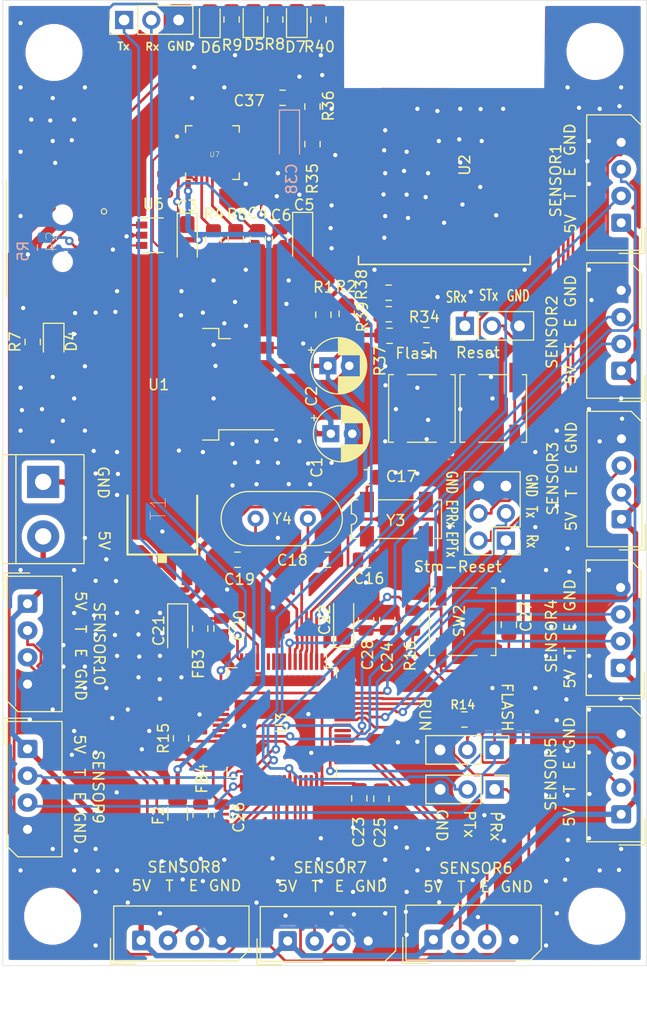
<source format=kicad_pcb>
(kicad_pcb (version 20171130) (host pcbnew "(5.1.5)-3")
  (layers (0 F.Cu signal) (31 B.Cu signal) (34 B.Paste user) (35 F.Paste user) (36 B.SilkS user) (37 F.SilkS user) (38 B.Mask user) (39 F.Mask user) (44 Edge.Cuts user))
  (net 0 "")
  (net 1 5v)
  (net 2 GND)
  (net 3 3v3)
  (net 4 /ST32F103RBT6/OSC32_IN1)
  (net 5 /ST32F103RBT6/OSC32_OUT1)
  (net 6 /ST32F103RBT6/OSC_IN1)
  (net 7 /ST32F103RBT6/OSC_OUT1)
  (net 8 "Net-(C20-Pad1)")
  (net 9 3.3STM_FB1)
  (net 10 /ST32F103RBT6/NRST1)
  (net 11 "Net-(C37-Pad2)")
  (net 12 USB_TX)
  (net 13 USB_RX)
  (net 14 "Net-(D7-Pad2)")
  (net 15 3.3STM1)
  (net 16 "Net-(J1-Pad1)")
  (net 17 ESP1_TX)
  (net 18 ESP1_RX)
  (net 19 ESP_Rx)
  (net 20 ESP_Tx)
  (net 21 "Net-(J19-Pad2)")
  (net 22 SOFT-tx)
  (net 23 SOFT-rx)
  (net 24 "Net-(R1-Pad2)")
  (net 25 "Net-(R14-Pad1)")
  (net 26 "Net-(R15-Pad2)")
  (net 27 IO0)
  (net 28 "Net-(R34-Pad1)")
  (net 29 "Net-(R35-Pad1)")
  (net 30 "Net-(R38-Pad2)")
  (net 31 "Net-(R39-Pad2)")
  (net 32 USSE6)
  (net 33 "Net-(U3-Pad8)")
  (net 34 "Net-(U3-Pad9)")
  (net 35 "Net-(U3-Pad10)")
  (net 36 "Net-(U3-Pad11)")
  (net 37 "Net-(U3-Pad14)")
  (net 38 "Net-(U3-Pad15)")
  (net 39 "Net-(U3-Pad20)")
  (net 40 "Net-(U3-Pad21)")
  (net 41 "Net-(U3-Pad22)")
  (net 42 "Net-(U3-Pad23)")
  (net 43 "Net-(U3-Pad24)")
  (net 44 "Net-(U3-Pad25)")
  (net 45 "Net-(U3-Pad26)")
  (net 46 "Net-(U3-Pad27)")
  (net 47 USSE3)
  (net 48 USST3)
  (net 49 USSE4)
  (net 50 USST4)
  (net 51 USST7)
  (net 52 USSE7)
  (net 53 USST8)
  (net 54 USSE8)
  (net 55 "Net-(U3-Pad41)")
  (net 56 "Net-(U3-Pad46)")
  (net 57 "Net-(U3-Pad49)")
  (net 58 "Net-(U3-Pad50)")
  (net 59 USST5)
  (net 60 USSE5)
  (net 61 USST6)
  (net 62 "Net-(U3-Pad54)")
  (net 63 "Net-(U3-Pad55)")
  (net 64 USSE1)
  (net 65 USST1)
  (net 66 USSE2)
  (net 67 USST2)
  (net 68 USSE9)
  (net 69 USST9)
  (net 70 USST10)
  (net 71 USSE10)
  (net 72 progstm_Tx)
  (net 73 progstm_Rx)
  (net 74 "Net-(U2-Pad2)")
  (net 75 "Net-(U2-Pad4)")
  (net 76 "Net-(U2-Pad5)")
  (net 77 "Net-(U2-Pad6)")
  (net 78 "Net-(U2-Pad7)")
  (net 79 "Net-(U2-Pad17)")
  (net 80 "Net-(U2-Pad18)")
  (net 81 "Net-(U2-Pad19)")
  (net 82 "Net-(U2-Pad20)")
  (net 83 "Net-(U2-Pad21)")
  (net 84 "Net-(U2-Pad22)")
  (net 85 "Net-(D4-Pad2)")
  (net 86 "Net-(D5-Pad2)")
  (net 87 "Net-(D6-Pad2)")
  (net 88 1d-)
  (net 89 1d+)
  (net 90 "Net-(P2-Pad4)")
  (net 91 "Net-(R4-Pad1)")
  (net 92 "Net-(R6-Pad2)")
  (net 93 USB1_D+)
  (net 94 USB1_D-)
  (net 95 "Net-(U7-Pad1)")
  (net 96 "Net-(U7-Pad2)")
  (net 97 "Net-(U7-Pad12)")
  (net 98 "Net-(U7-Pad18)")
  (net 99 "Net-(U7-Pad23)")
  (net 100 "Net-(U7-Pad24)")
  (net 101 "Net-(U7-Pad27)")
  (net 102 "Net-(U7-Pad28)")
  (net 103 VDD1)
  (net 104 VBUS1)
  (module Capacitor_THT:CP_Radial_D5.0mm_P2.00mm (layer F.Cu) (at 132.2375 86.515)
    (fp_text reference C1 (at -1.30556 3.14452 90) (layer F.SilkS))
    (fp_text value 100nF)
    (pad 1 thru_hole rect (at 0 0) (size 1.6 1.6) (drill 0.8) (layers *.Cu *.Mask) (net 1 5v))
    (pad 2 thru_hole circle (at 2 0) (size 1.6 1.6) (drill 0.8) (layers *.Cu *.Mask) (net 2 GND))
  )
  (module Capacitor_THT:CP_Radial_D5.0mm_P2.00mm (layer F.Cu) (at 131.9606 80.183)
    (fp_text reference C2 (at -1.51892 2.83718 90) (layer F.SilkS))
    (fp_text value 10uF)
    (pad 2 thru_hole circle (at 2 0) (size 1.6 1.6) (drill 0.8) (layers *.Cu *.Mask) (net 2 GND))
    (pad 1 thru_hole rect (at 0 0) (size 1.6 1.6) (drill 0.8) (layers *.Cu *.Mask) (net 3 3v3))
  )
  (module Capacitor_SMD:C_0805_2012Metric (layer F.Cu) (at 135.7099 98.285)
    (fp_text reference C16 (at 0.08128 1.73228) (layer F.SilkS))
    (fp_text value 10pF)
    (pad 2 smd roundrect (at 0.9375 0) (size 0.975 1.4) (layers F.Cu F.Paste F.Mask) (net 2 GND))
    (pad 1 smd roundrect (at -0.9375 0) (size 0.975 1.4) (layers F.Cu F.Paste F.Mask) (net 4 /ST32F103RBT6/OSC32_IN1))
  )
  (module Capacitor_SMD:C_0805_2012Metric (layer F.Cu) (at 135.6055 90.581 180)
    (fp_text reference C17 (at -3.21058 0.0809) (layer F.SilkS))
    (fp_text value 10pF)
    (pad 1 smd roundrect (at -0.9375 0 180) (size 0.975 1.4) (layers F.Cu F.Paste F.Mask) (net 5 /ST32F103RBT6/OSC32_OUT1))
    (pad 2 smd roundrect (at 0.9375 0 180) (size 0.975 1.4) (layers F.Cu F.Paste F.Mask) (net 2 GND))
  )
  (module Capacitor_SMD:C_0805_2012Metric (layer F.Cu) (at 131.9684 98.265)
    (fp_text reference C18 (at -3.31986 0.04018) (layer F.SilkS))
    (fp_text value 22pF)
    (pad 2 smd roundrect (at 0.9375 0) (size 0.975 1.4) (layers F.Cu F.Paste F.Mask) (net 2 GND))
    (pad 1 smd roundrect (at -0.9375 0) (size 0.975 1.4) (layers F.Cu F.Paste F.Mask) (net 6 /ST32F103RBT6/OSC_IN1))
  )
  (module Capacitor_SMD:C_0805_2012Metric (layer F.Cu) (at 123.5431 98.262 180)
    (fp_text reference C19 (at -0.1778 -1.82626) (layer F.SilkS))
    (fp_text value 22pF)
    (pad 1 smd roundrect (at -0.9375 0 180) (size 0.975 1.4) (layers F.Cu F.Paste F.Mask) (net 7 /ST32F103RBT6/OSC_OUT1))
    (pad 2 smd roundrect (at 0.9375 0 180) (size 0.975 1.4) (layers F.Cu F.Paste F.Mask) (net 2 GND))
  )
  (module Capacitor_SMD:C_0805_2012Metric (layer F.Cu) (at 122.0445 104.676 270)
    (fp_text reference C20 (at -0.28708 -1.67384 90) (layer F.SilkS))
    (fp_text value 100nF)
    (pad 2 smd roundrect (at 0.9375 0 270) (size 0.975 1.4) (layers F.Cu F.Paste F.Mask) (net 2 GND))
    (pad 1 smd roundrect (at -0.9375 0 270) (size 0.975 1.4) (layers F.Cu F.Paste F.Mask) (net 8 "Net-(C20-Pad1)"))
  )
  (module Capacitor_Tantalum_SMD:CP_EIA-3216-18_Kemet-A_Pad1.58x1.35mm_HandSolder (layer F.Cu) (at 117.9627 104.866 270)
    (fp_text reference C21 (at 0.00762 1.76784 90) (layer F.SilkS))
    (fp_text value 1uF)
    (pad 2 smd roundrect (at 1.4375 0 270) (size 1.575 1.35) (layers F.Cu F.Paste F.Mask) (roundrect_rratio 0.185185) (net 2 GND))
    (pad 1 smd roundrect (at -1.4375 0 270) (size 1.575 1.35) (layers F.Cu F.Paste F.Mask) (roundrect_rratio 0.185185) (net 8 "Net-(C20-Pad1)"))
  )
  (module Capacitor_Tantalum_SMD:CP_EIA-3216-18_Kemet-A_Pad1.58x1.35mm_HandSolder (layer F.Cu) (at 133.4364 103.952 90)
    (fp_text reference C22 (at 0.0945 -1.778 90) (layer F.SilkS))
    (fp_text value 10uF)
    (pad 1 smd roundrect (at -1.4375 0 90) (size 1.575 1.35) (layers F.Cu F.Paste F.Mask) (roundrect_rratio 0.185185) (net 9 3.3STM_FB1))
    (pad 2 smd roundrect (at 1.4375 0 90) (size 1.575 1.35) (layers F.Cu F.Paste F.Mask) (roundrect_rratio 0.185185) (net 2 GND))
  )
  (module Capacitor_SMD:C_0805_2012Metric (layer F.Cu) (at 134.8943 120.511 270)
    (fp_text reference C23 (at 3.14676 0.06098 90) (layer F.SilkS))
    (fp_text value 100nF)
    (pad 2 smd roundrect (at 0.9375 0 270) (size 0.975 1.4) (layers F.Cu F.Paste F.Mask) (net 2 GND))
    (pad 1 smd roundrect (at -0.9375 0 270) (size 0.975 1.4) (layers F.Cu F.Paste F.Mask) (net 9 3.3STM_FB1))
  )
  (module Capacitor_SMD:C_0805_2012Metric (layer F.Cu) (at 137.5029 103.896 90)
    (fp_text reference C24 (at -3.47424 -0.0025 90) (layer F.SilkS))
    (fp_text value 100nF)
    (pad 1 smd roundrect (at -0.9375 0 90) (size 0.975 1.4) (layers F.Cu F.Paste F.Mask) (net 9 3.3STM_FB1))
    (pad 2 smd roundrect (at 0.9375 0 90) (size 0.975 1.4) (layers F.Cu F.Paste F.Mask) (net 2 GND))
  )
  (module Capacitor_SMD:C_0805_2012Metric (layer F.Cu) (at 136.9517 120.546 270)
    (fp_text reference C25 (at 3.15476 0.12698 90) (layer F.SilkS))
    (fp_text value 100nF)
    (pad 2 smd roundrect (at 0.9375 0 270) (size 0.975 1.4) (layers F.Cu F.Paste F.Mask) (net 2 GND))
    (pad 1 smd roundrect (at -0.9375 0 270) (size 0.975 1.4) (layers F.Cu F.Paste F.Mask) (net 9 3.3STM_FB1))
  )
  (module Capacitor_SMD:C_0805_2012Metric (layer F.Cu) (at 122.0851 122.021 270)
    (fp_text reference C26 (at 0.254 -1.56718 90) (layer F.SilkS))
    (fp_text value 100nF)
    (pad 2 smd roundrect (at 0.9375 0 270) (size 0.975 1.4) (layers F.Cu F.Paste F.Mask) (net 2 GND))
    (pad 1 smd roundrect (at -0.9375 0 270) (size 0.975 1.4) (layers F.Cu F.Paste F.Mask) (net 9 3.3STM_FB1))
  )
  (module Capacitor_SMD:C_0805_2012Metric (layer F.Cu) (at 148.839 104.321 270)
    (fp_text reference C27 (at -0.7624 -1.6027 90) (layer F.SilkS))
    (fp_text value 100nF)
    (pad 1 smd roundrect (at -0.9375 0 270) (size 0.975 1.4) (layers F.Cu F.Paste F.Mask) (net 2 GND))
    (pad 2 smd roundrect (at 0.9375 0 270) (size 0.975 1.4) (layers F.Cu F.Paste F.Mask) (net 10 /ST32F103RBT6/NRST1))
  )
  (module Capacitor_SMD:C_0805_2012Metric (layer F.Cu) (at 135.5217 103.916 90)
    (fp_text reference C28 (at -3.20786 0.14736 90) (layer F.SilkS))
    (fp_text value 100nF)
    (pad 1 smd roundrect (at -0.9375 0 90) (size 0.975 1.4) (layers F.Cu F.Paste F.Mask) (net 9 3.3STM_FB1))
    (pad 2 smd roundrect (at 0.9375 0 90) (size 0.975 1.4) (layers F.Cu F.Paste F.Mask) (net 2 GND))
  )
  (module Capacitor_SMD:C_0805_2012Metric (layer F.Cu) (at 127.7394 55.197)
    (fp_text reference C37 (at -3.11658 0.27432) (layer F.SilkS))
    (fp_text value 100nF)
    (pad 2 smd roundrect (at 0.9375 0) (size 0.975 1.4) (layers F.Cu F.Paste F.Mask) (net 11 "Net-(C37-Pad2)"))
    (pad 1 smd roundrect (at -0.9375 0) (size 0.975 1.4) (layers F.Cu F.Paste F.Mask) (net 2 GND))
  )
  (module Capacitor_Tantalum_SMD:CP_EIA-3216-18_Kemet-A_Pad1.58x1.35mm_HandSolder (layer B.Cu) (at 128.3843 58.824 270)
    (fp_text reference C38 (at 3.93688 -0.1981 90) (layer B.SilkS) (effects (justify mirror)))
    (fp_text value 100uF)
    (pad 1 smd roundrect (at -1.4375 0 270) (size 1.575 1.35) (layers B.Cu B.Paste B.Mask) (roundrect_rratio 0.185185) (net 3 3v3))
    (pad 2 smd roundrect (at 1.4375 0 270) (size 1.575 1.35) (layers B.Cu B.Paste B.Mask) (roundrect_rratio 0.185185) (net 2 GND))
  )
  (module LED_SMD:LED_0805_2012Metric (layer F.Cu) (at 129.065 47.8838 90)
    (fp_text reference D7 (at -2.57326 -0.12192 180) (layer F.SilkS))
    (fp_text value LED)
    (pad 1 smd roundrect (at -0.9375 0 90) (size 0.975 1.4) (layers F.Cu F.Paste F.Mask) (net 2 GND))
    (pad 2 smd roundrect (at 0.9375 0 90) (size 0.975 1.4) (layers F.Cu F.Paste F.Mask) (net 14 "Net-(D7-Pad2)"))
  )
  (module Capacitor_SMD:C_1206_3216Metric (layer F.Cu) (at 117.9576 121.935 90)
    (fp_text reference F2 (at -0.17526 -1.8161 90) (layer F.SilkS))
    (fp_text value Polyfuse_Small)
    (pad 1 smd roundrect (at -1.4 0 90) (size 1.25 1.75) (layers F.Cu F.Paste F.Mask) (roundrect_rratio 0.2) (net 15 3.3STM1))
    (pad 2 smd roundrect (at 1.4 0 90) (size 1.25 1.75) (layers F.Cu F.Paste F.Mask) (roundrect_rratio 0.2) (net 3 3v3))
  )
  (module Resistor_SMD:R_0805_2012Metric (layer F.Cu) (at 120.0582 104.676 90)
    (fp_text reference FB3 (at -3.2994 -0.17018 90) (layer F.SilkS))
    (fp_text value Ferrite_Bead)
    (pad 1 smd roundrect (at -0.9375 0 90) (size 0.975 1.4) (layers F.Cu F.Paste F.Mask) (net 9 3.3STM_FB1))
    (pad 2 smd roundrect (at 0.9375 0 90) (size 0.975 1.4) (layers F.Cu F.Paste F.Mask) (net 8 "Net-(C20-Pad1)"))
  )
  (module Resistor_SMD:R_0805_2012Metric (layer F.Cu) (at 120.1014 122.014 270)
    (fp_text reference FB4 (at -3.34518 -0.1143 90) (layer F.SilkS))
    (fp_text value Ferrite_Bead)
    (pad 1 smd roundrect (at -0.9375 0 270) (size 0.975 1.4) (layers F.Cu F.Paste F.Mask) (net 9 3.3STM_FB1))
    (pad 2 smd roundrect (at 0.9375 0 270) (size 0.975 1.4) (layers F.Cu F.Paste F.Mask) (net 15 3.3STM1))
  )
  (module MountingHole:MountingHole_4.3mm_M4 (layer F.Cu) (at 156.8704 50.8762 270)
    (fp_text reference H1 (at -0.13462 -0.47752 90) (layer F.SilkS))
    (fp_text value MountingHole)
    (pad 1 np_thru_hole circle (at 0 0 270) (size 4.3 4.3) (drill 4.3) (layers *.Cu *.Mask))
  )
  (module MountingHole:MountingHole_4.3mm_M4 (layer F.Cu) (at 106.299 131.496 270)
    (fp_text reference H2 (at 0.04318 0.30226 90) (layer F.SilkS))
    (fp_text value MountingHole)
    (pad 1 np_thru_hole circle (at 0 0 270) (size 4.3 4.3) (drill 4.3) (layers *.Cu *.Mask))
  )
  (module MountingHole:MountingHole_4.3mm_M4 (layer F.Cu) (at 157.0482 131.496 270)
    (fp_text reference H3 (at 0.0254 -0.8509 90) (layer F.SilkS))
    (fp_text value MountingHole)
    (pad 1 np_thru_hole circle (at 0 0 270) (size 4.3 4.3) (drill 4.3) (layers *.Cu *.Mask))
  )
  (module MountingHole:MountingHole_4.3mm_M4 (layer F.Cu) (at 106.424 50.9724 270)
    (fp_text reference H4 (at 0.2032 -0.48514 90) (layer F.SilkS))
    (fp_text value MountingHole)
    (pad 1 np_thru_hole circle (at 0 0 270) (size 4.3 4.3) (drill 4.3) (layers *.Cu *.Mask))
  )
  (module TerminalBlock:TerminalBlock_bornier-2_P5.08mm (layer F.Cu) (at 105.418 91.007 270)
    (fp_text reference J1 hide)
    (fp_text value INPUT_SUPPLY)
    (pad 1 thru_hole rect (at 0 0 270) (size 3 3) (drill 1.52) (layers *.Cu *.Mask) (net 16 "Net-(J1-Pad1)"))
    (pad 2 thru_hole circle (at 5.08 0 270) (size 3 3) (drill 1.52) (layers *.Cu *.Mask) (net 1 5v))
  )
  (module Connector_PinHeader_2.54mm:PinHeader_1x03_P2.54mm_Vertical (layer F.Cu) (at 147.5136 119.675 270)
    (fp_text reference J14 hide)
    (fp_text value Conn_01x03)
    (pad 3 thru_hole oval (at 0 5.08 270) (size 1.7 1.7) (drill 1) (layers *.Cu *.Mask) (net 2 GND))
    (pad 2 thru_hole oval (at 0 2.54 270) (size 1.7 1.7) (drill 1) (layers *.Cu *.Mask) (net 72 progstm_Tx))
    (pad 1 thru_hole rect (at 0 0 270) (size 1.7 1.7) (drill 1) (layers *.Cu *.Mask) (net 73 progstm_Rx))
  )
  (module Connector_PinHeader_2.54mm:PinHeader_1x03_P2.54mm_Vertical (layer F.Cu) (at 147.5085 115.992 270)
    (fp_text reference J19 hide)
    (fp_text value BOOT0)
    (pad 3 thru_hole oval (at 0 5.08 270) (size 1.7 1.7) (drill 1) (layers *.Cu *.Mask) (net 2 GND))
    (pad 2 thru_hole oval (at 0 2.54 270) (size 1.7 1.7) (drill 1) (layers *.Cu *.Mask) (net 21 "Net-(J19-Pad2)"))
    (pad 1 thru_hole rect (at 0 0 270) (size 1.7 1.7) (drill 1) (layers *.Cu *.Mask) (net 15 3.3STM1))
  )
  (module Connector_PinHeader_2.54mm:PinHeader_1x03_P2.54mm_Vertical (layer F.Cu) (at 112.964 47.9443 90)
    (fp_text reference J24 hide)
    (fp_text value Conn_01x03_Male)
    (pad 1 thru_hole rect (at 0 0 90) (size 1.7 1.7) (drill 1) (layers *.Cu *.Mask) (net 13 USB_RX))
    (pad 2 thru_hole oval (at 0 2.54 90) (size 1.7 1.7) (drill 1) (layers *.Cu *.Mask) (net 12 USB_TX))
    (pad 3 thru_hole oval (at 0 5.08 90) (size 1.7 1.7) (drill 1) (layers *.Cu *.Mask) (net 2 GND))
  )
  (module Connector_PinHeader_2.54mm:PinHeader_1x03_P2.54mm_Vertical (layer F.Cu) (at 144.7368 76.459 90)
    (fp_text reference J38 hide)
    (fp_text value Conn_01x03)
    (pad 3 thru_hole oval (at 0 5.08 90) (size 1.7 1.7) (drill 1) (layers *.Cu *.Mask) (net 2 GND))
    (pad 2 thru_hole oval (at 0 2.54 90) (size 1.7 1.7) (drill 1) (layers *.Cu *.Mask) (net 22 SOFT-tx))
    (pad 1 thru_hole rect (at 0 0 90) (size 1.7 1.7) (drill 1) (layers *.Cu *.Mask) (net 23 SOFT-rx))
  )
  (module Resistor_SMD:R_0805_2012Metric (layer F.Cu) (at 131.5415 75.417 270)
    (fp_text reference R1 (at -2.55754 -0.02032) (layer F.SilkS))
    (fp_text value 1.69K)
    (pad 1 smd roundrect (at -0.9375 0 270) (size 0.975 1.4) (layers F.Cu F.Paste F.Mask) (net 3 3v3))
    (pad 2 smd roundrect (at 0.9375 0 270) (size 0.975 1.4) (layers F.Cu F.Paste F.Mask) (net 24 "Net-(R1-Pad2)"))
  )
  (module Resistor_SMD:R_0805_2012Metric (layer F.Cu) (at 133.7183 75.336 90)
    (fp_text reference R2 (at 2.54762 -0.07112) (layer F.SilkS))
    (fp_text value 1K)
    (pad 2 smd roundrect (at 0.9375 0 90) (size 0.975 1.4) (layers F.Cu F.Paste F.Mask) (net 2 GND))
    (pad 1 smd roundrect (at -0.9375 0 90) (size 0.975 1.4) (layers F.Cu F.Paste F.Mask) (net 24 "Net-(R1-Pad2)"))
  )
  (module Resistor_SMD:R_0805_2012Metric (layer F.Cu) (at 144.6937 113.157)
    (fp_text reference R14 (at -0.1524 -1.3716) (layer F.SilkS) (effects (font (size 0.8 0.8))))
    (fp_text value 10K)
    (pad 1 smd roundrect (at -0.9375 0) (size 0.975 1.4) (layers F.Cu F.Paste F.Mask) (net 25 "Net-(R14-Pad1)"))
    (pad 2 smd roundrect (at 0.9375 0) (size 0.975 1.4) (layers F.Cu F.Paste F.Mask) (net 21 "Net-(J19-Pad2)"))
  )
  (module Resistor_SMD:R_0805_2012Metric (layer F.Cu) (at 118.2726 114.917 90)
    (fp_text reference R15 (at 0 -1.65 90) (layer F.SilkS))
    (fp_text value 10K)
    (pad 2 smd roundrect (at 0.9375 0 90) (size 0.975 1.4) (layers F.Cu F.Paste F.Mask) (net 26 "Net-(R15-Pad2)"))
    (pad 1 smd roundrect (at -0.9375 0 90) (size 0.975 1.4) (layers F.Cu F.Paste F.Mask) (net 2 GND))
  )
  (module Resistor_SMD:R_0805_2012Metric (layer F.Cu) (at 139.8703 103.942 90)
    (fp_text reference R16 (at -3.27632 -0.2363 90) (layer F.SilkS))
    (fp_text value 10k)
    (pad 2 smd roundrect (at 0.9375 0 90) (size 0.975 1.4) (layers F.Cu F.Paste F.Mask) (net 10 /ST32F103RBT6/NRST1))
    (pad 1 smd roundrect (at -0.9375 0 90) (size 0.975 1.4) (layers F.Cu F.Paste F.Mask) (net 15 3.3STM1))
  )
  (module Resistor_SMD:R_0805_2012Metric (layer F.Cu) (at 141.1503 77.33 180)
    (fp_text reference R34 (at 0.2032 1.69672) (layer F.SilkS))
    (fp_text value 470)
    (pad 2 smd roundrect (at 0.9375 0 180) (size 0.975 1.4) (layers F.Cu F.Paste F.Mask) (net 27 IO0))
    (pad 1 smd roundrect (at -0.9375 0 180) (size 0.975 1.4) (layers F.Cu F.Paste F.Mask) (net 28 "Net-(R34-Pad1)"))
  )
  (module Resistor_SMD:R_0805_2012Metric (layer F.Cu) (at 130.5306 59.52 270)
    (fp_text reference R35 (at 3.21842 0.0127 90) (layer F.SilkS))
    (fp_text value 10k)
    (pad 1 smd roundrect (at -0.9375 0 270) (size 0.975 1.4) (layers F.Cu F.Paste F.Mask) (net 29 "Net-(R35-Pad1)"))
    (pad 2 smd roundrect (at 0.9375 0 270) (size 0.975 1.4) (layers F.Cu F.Paste F.Mask) (net 3 3v3))
  )
  (module Resistor_SMD:R_0805_2012Metric (layer F.Cu) (at 130.5281 56.017 270)
    (fp_text reference R36 (at -0.0683 -1.47574 90) (layer F.SilkS))
    (fp_text value 10k)
    (pad 2 smd roundrect (at 0.9375 0 270) (size 0.975 1.4) (layers F.Cu F.Paste F.Mask) (net 3 3v3))
    (pad 1 smd roundrect (at -0.9375 0 270) (size 0.975 1.4) (layers F.Cu F.Paste F.Mask) (net 11 "Net-(C37-Pad2)"))
  )
  (module Resistor_SMD:R_0805_2012Metric (layer F.Cu) (at 137.7188 77.386)
    (fp_text reference R37 (at -0.9068 2.3294 270) (layer F.SilkS))
    (fp_text value 12k)
    (pad 2 smd roundrect (at 0.9375 0) (size 0.975 1.4) (layers F.Cu F.Paste F.Mask) (net 27 IO0))
    (pad 1 smd roundrect (at -0.9375 0) (size 0.975 1.4) (layers F.Cu F.Paste F.Mask) (net 3 3v3))
  )
  (module Resistor_SMD:R_0805_2012Metric (layer F.Cu) (at 137.6299 73.368)
    (fp_text reference R38 (at -2.5298 -0.75914 90) (layer F.SilkS))
    (fp_text value 12k)
    (pad 1 smd roundrect (at -0.9375 0) (size 0.975 1.4) (layers F.Cu F.Paste F.Mask) (net 2 GND))
    (pad 2 smd roundrect (at 0.9375 0) (size 0.975 1.4) (layers F.Cu F.Paste F.Mask) (net 30 "Net-(R38-Pad2)"))
  )
  (module Resistor_SMD:R_0805_2012Metric (layer F.Cu) (at 137.6401 75.375)
    (fp_text reference R39 (at -2.45112 0.2435 270) (layer F.SilkS))
    (fp_text value 12k)
    (pad 1 smd roundrect (at -0.9375 0) (size 0.975 1.4) (layers F.Cu F.Paste F.Mask) (net 3 3v3))
    (pad 2 smd roundrect (at 0.9375 0) (size 0.975 1.4) (layers F.Cu F.Paste F.Mask) (net 31 "Net-(R39-Pad2)"))
  )
  (module Resistor_SMD:R_0805_2012Metric (layer F.Cu) (at 131.0843 47.9168 270)
    (fp_text reference R40 (at 2.51738 -0.08636 180) (layer F.SilkS))
    (fp_text value 1K)
    (pad 1 smd roundrect (at -0.9375 0 270) (size 0.975 1.4) (layers F.Cu F.Paste F.Mask) (net 14 "Net-(D7-Pad2)"))
    (pad 2 smd roundrect (at 0.9375 0 270) (size 0.975 1.4) (layers F.Cu F.Paste F.Mask) (net 3 3v3))
  )
  (module Button_Switch_SMD:SW_SPST_EVPBF (layer F.Cu) (at 144.5235 104.041 90)
    (fp_text reference SW2 (at 0.0762 -0.29972 90) (layer F.SilkS))
    (fp_text value SW_Push)
    (pad 1 smd rect (at 2.88 -2 90) (size 2.75 1) (layers F.Cu F.Paste F.Mask) (net 10 /ST32F103RBT6/NRST1))
    (pad 1 smd rect (at -2.88 -2 90) (size 2.75 1) (layers F.Cu F.Paste F.Mask) (net 10 /ST32F103RBT6/NRST1))
    (pad 2 smd rect (at -2.88 2 90) (size 2.75 1) (layers F.Cu F.Paste F.Mask) (net 2 GND))
    (pad 2 smd rect (at 2.88 2 90) (size 2.75 1) (layers F.Cu F.Paste F.Mask) (net 2 GND))
  )
  (module Button_Switch_SMD:SW_SPST_EVPBF (layer F.Cu) (at 147.3835 84.158 90)
    (fp_text reference SW3 hide)
    (fp_text value RESET)
    (pad 1 smd rect (at 2.88 -2 90) (size 2.75 1) (layers F.Cu F.Paste F.Mask) (net 2 GND))
    (pad 1 smd rect (at -2.88 -2 90) (size 2.75 1) (layers F.Cu F.Paste F.Mask) (net 2 GND))
    (pad 2 smd rect (at -2.88 2 90) (size 2.75 1) (layers F.Cu F.Paste F.Mask) (net 11 "Net-(C37-Pad2)"))
    (pad 2 smd rect (at 2.88 2 90) (size 2.75 1) (layers F.Cu F.Paste F.Mask) (net 11 "Net-(C37-Pad2)"))
  )
  (module Button_Switch_SMD:SW_SPST_EVPBF (layer F.Cu) (at 140.7287 84.158 90)
    (fp_text reference SW4 hide)
    (fp_text value FLASH)
    (pad 2 smd rect (at 2.88 2 90) (size 2.75 1) (layers F.Cu F.Paste F.Mask) (net 28 "Net-(R34-Pad1)"))
    (pad 2 smd rect (at -2.88 2 90) (size 2.75 1) (layers F.Cu F.Paste F.Mask) (net 28 "Net-(R34-Pad1)"))
    (pad 1 smd rect (at -2.88 -2 90) (size 2.75 1) (layers F.Cu F.Paste F.Mask) (net 2 GND))
    (pad 1 smd rect (at 2.88 -2 90) (size 2.75 1) (layers F.Cu F.Paste F.Mask) (net 2 GND))
  )
  (module Package_TO_SOT_SMD:TO-263-5_TabPin3 (layer F.Cu) (at 118.8415 81.902 180)
    (fp_text reference U1 (at 2.64922 -0.04572) (layer F.SilkS))
    (fp_text value MIC29302WU)
    (pad 1 smd rect (at -5.775 -3.4 180) (size 4.6 1.1) (layers F.Cu F.Paste F.Mask) (net 1 5v))
    (pad 2 smd rect (at -5.775 -1.7 180) (size 4.6 1.1) (layers F.Cu F.Paste F.Mask) (net 1 5v))
    (pad 3 smd rect (at -5.775 0 180) (size 4.6 1.1) (layers F.Cu F.Paste F.Mask) (net 2 GND))
    (pad 4 smd rect (at -5.775 1.7 180) (size 4.6 1.1) (layers F.Cu F.Paste F.Mask) (net 3 3v3))
    (pad 5 smd rect (at -5.775 3.4 180) (size 4.6 1.1) (layers F.Cu F.Paste F.Mask) (net 24 "Net-(R1-Pad2)"))
    (pad 3 smd rect (at 3.375 0 180) (size 9.4 10.8) (layers F.Cu F.Mask) (net 2 GND))
  )
  (module Package_QFP:LQFP-64_10x10mm_P0.5mm (layer F.Cu) (at 127.6655 113.436 270)
    (fp_text reference U3 (at 0.04826 0.00762 90) (layer F.SilkS))
    (fp_text value STM32F103RBTx)
    (pad 1 smd roundrect (at -5.675 -3.75 270) (size 1.55 0.3) (layers F.Cu F.Paste F.Mask) (net 9 3.3STM_FB1))
    (pad 2 smd roundrect (at -5.675 -3.25 270) (size 1.55 0.3) (layers F.Cu F.Paste F.Mask) (net 32 USSE6))
    (pad 3 smd roundrect (at -5.675 -2.75 270) (size 1.55 0.3) (layers F.Cu F.Paste F.Mask) (net 4 /ST32F103RBT6/OSC32_IN1))
    (pad 4 smd roundrect (at -5.675 -2.25 270) (size 1.55 0.3) (layers F.Cu F.Paste F.Mask) (net 5 /ST32F103RBT6/OSC32_OUT1))
    (pad 5 smd roundrect (at -5.675 -1.75 270) (size 1.55 0.3) (layers F.Cu F.Paste F.Mask) (net 6 /ST32F103RBT6/OSC_IN1))
    (pad 6 smd roundrect (at -5.675 -1.25 270) (size 1.55 0.3) (layers F.Cu F.Paste F.Mask) (net 7 /ST32F103RBT6/OSC_OUT1))
    (pad 7 smd roundrect (at -5.675 -0.75 270) (size 1.55 0.3) (layers F.Cu F.Paste F.Mask) (net 10 /ST32F103RBT6/NRST1))
    (pad 8 smd roundrect (at -5.675 -0.25 270) (size 1.55 0.3) (layers F.Cu F.Paste F.Mask) (net 33 "Net-(U3-Pad8)"))
    (pad 9 smd roundrect (at -5.675 0.25 270) (size 1.55 0.3) (layers F.Cu F.Paste F.Mask) (net 34 "Net-(U3-Pad9)"))
    (pad 10 smd roundrect (at -5.675 0.75 270) (size 1.55 0.3) (layers F.Cu F.Paste F.Mask) (net 35 "Net-(U3-Pad10)"))
    (pad 11 smd roundrect (at -5.675 1.25 270) (size 1.55 0.3) (layers F.Cu F.Paste F.Mask) (net 36 "Net-(U3-Pad11)"))
    (pad 12 smd roundrect (at -5.675 1.75 270) (size 1.55 0.3) (layers F.Cu F.Paste F.Mask) (net 2 GND))
    (pad 13 smd roundrect (at -5.675 2.25 270) (size 1.55 0.3) (layers F.Cu F.Paste F.Mask) (net 8 "Net-(C20-Pad1)"))
    (pad 14 smd roundrect (at -5.675 2.75 270) (size 1.55 0.3) (layers F.Cu F.Paste F.Mask) (net 37 "Net-(U3-Pad14)"))
    (pad 15 smd roundrect (at -5.675 3.25 270) (size 1.55 0.3) (layers F.Cu F.Paste F.Mask) (net 38 "Net-(U3-Pad15)"))
    (pad 16 smd roundrect (at -5.675 3.75 270) (size 1.55 0.3) (layers F.Cu F.Paste F.Mask) (net 13 USB_RX))
    (pad 17 smd roundrect (at -3.75 5.675 270) (size 0.3 1.55) (layers F.Cu F.Paste F.Mask) (net 12 USB_TX))
    (pad 18 smd roundrect (at -3.25 5.675 270) (size 0.3 1.55) (layers F.Cu F.Paste F.Mask) (net 2 GND))
    (pad 19 smd roundrect (at -2.75 5.675 270) (size 0.3 1.55) (layers F.Cu F.Paste F.Mask) (net 9 3.3STM_FB1))
    (pad 20 smd roundrect (at -2.25 5.675 270) (size 0.3 1.55) (layers F.Cu F.Paste F.Mask) (net 39 "Net-(U3-Pad20)"))
    (pad 21 smd roundrect (at -1.75 5.675 270) (size 0.3 1.55) (layers F.Cu F.Paste F.Mask) (net 40 "Net-(U3-Pad21)"))
    (pad 22 smd roundrect (at -1.25 5.675 270) (size 0.3 1.55) (layers F.Cu F.Paste F.Mask) (net 41 "Net-(U3-Pad22)"))
    (pad 23 smd roundrect (at -0.75 5.675 270) (size 0.3 1.55) (layers F.Cu F.Paste F.Mask) (net 42 "Net-(U3-Pad23)"))
    (pad 24 smd roundrect (at -0.25 5.675 270) (size 0.3 1.55) (layers F.Cu F.Paste F.Mask) (net 43 "Net-(U3-Pad24)"))
    (pad 25 smd roundrect (at 0.25 5.675 270) (size 0.3 1.55) (layers F.Cu F.Paste F.Mask) (net 44 "Net-(U3-Pad25)"))
    (pad 26 smd roundrect (at 0.75 5.675 270) (size 0.3 1.55) (layers F.Cu F.Paste F.Mask) (net 45 "Net-(U3-Pad26)"))
    (pad 27 smd roundrect (at 1.25 5.675 270) (size 0.3 1.55) (layers F.Cu F.Paste F.Mask) (net 46 "Net-(U3-Pad27)"))
    (pad 28 smd roundrect (at 1.75 5.675 270) (size 0.3 1.55) (layers F.Cu F.Paste F.Mask) (net 26 "Net-(R15-Pad2)"))
    (pad 29 smd roundrect (at 2.25 5.675 270) (size 0.3 1.55) (layers F.Cu F.Paste F.Mask) (net 18 ESP1_RX))
    (pad 30 smd roundrect (at 2.75 5.675 270) (size 0.3 1.55) (layers F.Cu F.Paste F.Mask) (net 17 ESP1_TX))
    (pad 31 smd roundrect (at 3.25 5.675 270) (size 0.3 1.55) (layers F.Cu F.Paste F.Mask) (net 2 GND))
    (pad 32 smd roundrect (at 3.75 5.675 270) (size 0.3 1.55) (layers F.Cu F.Paste F.Mask) (net 9 3.3STM_FB1))
    (pad 33 smd roundrect (at 5.675 3.75 270) (size 1.55 0.3) (layers F.Cu F.Paste F.Mask) (net 47 USSE3))
    (pad 34 smd roundrect (at 5.675 3.25 270) (size 1.55 0.3) (layers F.Cu F.Paste F.Mask) (net 48 USST3))
    (pad 35 smd roundrect (at 5.675 2.75 270) (size 1.55 0.3) (layers F.Cu F.Paste F.Mask) (net 49 USSE4))
    (pad 36 smd roundrect (at 5.675 2.25 270) (size 1.55 0.3) (layers F.Cu F.Paste F.Mask) (net 50 USST4))
    (pad 37 smd roundrect (at 5.675 1.75 270) (size 1.55 0.3) (layers F.Cu F.Paste F.Mask) (net 51 USST7))
    (pad 38 smd roundrect (at 5.675 1.25 270) (size 1.55 0.3) (layers F.Cu F.Paste F.Mask) (net 52 USSE7))
    (pad 39 smd roundrect (at 5.675 0.75 270) (size 1.55 0.3) (layers F.Cu F.Paste F.Mask) (net 53 USST8))
    (pad 40 smd roundrect (at 5.675 0.25 270) (size 1.55 0.3) (layers F.Cu F.Paste F.Mask) (net 54 USSE8))
    (pad 41 smd roundrect (at 5.675 -0.25 270) (size 1.55 0.3) (layers F.Cu F.Paste F.Mask) (net 55 "Net-(U3-Pad41)"))
    (pad 42 smd roundrect (at 5.675 -0.75 270) (size 1.55 0.3) (layers F.Cu F.Paste F.Mask) (net 72 progstm_Tx))
    (pad 43 smd roundrect (at 5.675 -1.25 270) (size 1.55 0.3) (layers F.Cu F.Paste F.Mask) (net 73 progstm_Rx))
    (pad 44 smd roundrect (at 5.675 -1.75 270) (size 1.55 0.3) (layers F.Cu F.Paste F.Mask) (net 71 USSE10))
    (pad 45 smd roundrect (at 5.675 -2.25 270) (size 1.55 0.3) (layers F.Cu F.Paste F.Mask) (net 70 USST10))
    (pad 46 smd roundrect (at 5.675 -2.75 270) (size 1.55 0.3) (layers F.Cu F.Paste F.Mask) (net 56 "Net-(U3-Pad46)"))
    (pad 47 smd roundrect (at 5.675 -3.25 270) (size 1.55 0.3) (layers F.Cu F.Paste F.Mask) (net 2 GND))
    (pad 48 smd roundrect (at 5.675 -3.75 270) (size 1.55 0.3) (layers F.Cu F.Paste F.Mask) (net 9 3.3STM_FB1))
    (pad 49 smd roundrect (at 3.75 -5.675 270) (size 0.3 1.55) (layers F.Cu F.Paste F.Mask) (net 57 "Net-(U3-Pad49)"))
    (pad 50 smd roundrect (at 3.25 -5.675 270) (size 0.3 1.55) (layers F.Cu F.Paste F.Mask) (net 58 "Net-(U3-Pad50)"))
    (pad 51 smd roundrect (at 2.75 -5.675 270) (size 0.3 1.55) (layers F.Cu F.Paste F.Mask) (net 59 USST5))
    (pad 52 smd roundrect (at 2.25 -5.675 270) (size 0.3 1.55) (layers F.Cu F.Paste F.Mask) (net 60 USSE5))
    (pad 53 smd roundrect (at 1.75 -5.675 270) (size 0.3 1.55) (layers F.Cu F.Paste F.Mask) (net 61 USST6))
    (pad 54 smd roundrect (at 1.25 -5.675 270) (size 0.3 1.55) (layers F.Cu F.Paste F.Mask) (net 62 "Net-(U3-Pad54)"))
    (pad 55 smd roundrect (at 0.75 -5.675 270) (size 0.3 1.55) (layers F.Cu F.Paste F.Mask) (net 63 "Net-(U3-Pad55)"))
    (pad 56 smd roundrect (at 0.25 -5.675 270) (size 0.3 1.55) (layers F.Cu F.Paste F.Mask) (net 64 USSE1))
    (pad 57 smd roundrect (at -0.25 -5.675 270) (size 0.3 1.55) (layers F.Cu F.Paste F.Mask) (net 65 USST1))
    (pad 58 smd roundrect (at -0.75 -5.675 270) (size 0.3 1.55) (layers F.Cu F.Paste F.Mask) (net 66 USSE2))
    (pad 59 smd roundrect (at -1.25 -5.675 270) (size 0.3 1.55) (layers F.Cu F.Paste F.Mask) (net 67 USST2))
    (pad 60 smd roundrect (at -1.75 -5.675 270) (size 0.3 1.55) (layers F.Cu F.Paste F.Mask) (net 25 "Net-(R14-Pad1)"))
    (pad 61 smd roundrect (at -2.25 -5.675 270) (size 0.3 1.55) (layers F.Cu F.Paste F.Mask) (net 68 USSE9))
    (pad 62 smd roundrect (at -2.75 -5.675 270) (size 0.3 1.55) (layers F.Cu F.Paste F.Mask) (net 69 USST9))
    (pad 63 smd roundrect (at -3.25 -5.675 270) (size 0.3 1.55) (layers F.Cu F.Paste F.Mask) (net 2 GND))
    (pad 64 smd roundrect (at -3.75 -5.675 270) (size 0.3 1.55) (layers F.Cu F.Paste F.Mask) (net 9 3.3STM_FB1))
  )
  (module Crystal:Crystal_SMD_SeikoEpson_MC306-4Pin_8.0x3.2mm (layer F.Cu) (at 138.3557 94.478)
    (fp_text reference Y3 (at -0.05272 0.12436) (layer F.SilkS))
    (fp_text value 32.768Khz)
    (pad 1 smd rect (at -2.75 1.6) (size 1.3 1.9) (layers F.Cu F.Paste F.Mask) (net 4 /ST32F103RBT6/OSC32_IN1))
    (pad 2 smd rect (at 2.75 1.6) (size 1.3 1.9) (layers F.Cu F.Paste F.Mask))
    (pad 3 smd rect (at 2.75 -1.6) (size 1.3 1.9) (layers F.Cu F.Paste F.Mask))
    (pad 4 smd rect (at -2.75 -1.6) (size 1.3 1.9) (layers F.Cu F.Paste F.Mask) (net 5 /ST32F103RBT6/OSC32_OUT1))
  )
  (module Crystal:Crystal_HC49-U_Vertical (layer F.Cu) (at 125.2221 94.43)
    (fp_text reference Y4 (at 2.48664 0.01946) (layer F.SilkS))
    (fp_text value 8mhz)
    (pad 1 thru_hole circle (at 0 0) (size 1.5 1.5) (drill 0.8) (layers *.Cu *.Mask) (net 7 /ST32F103RBT6/OSC_OUT1))
    (pad 2 thru_hole circle (at 4.88 0) (size 1.5 1.5) (drill 0.8) (layers *.Cu *.Mask) (net 6 /ST32F103RBT6/OSC_IN1))
  )
  (module IRLR2905TRPBF:TO252-3 (layer F.Cu) (at 116.53 95.029)
    (fp_text reference T1 (at -0.37338 -1.53416 90) (layer F.SilkS) (effects (font (size 1.40583 1.40583) (thickness 0.05))))
    (fp_text value IRLR2905TRPBF hide)
    (pad 1 smd rect (at -2.3 4.25) (size 1 2.7) (layers F.Cu F.Paste F.Mask) (net 1 5v))
    (pad PAD smd rect (at 0 -1.75) (size 6.2 6.2) (layers F.Cu F.Paste F.Mask) (net 2 GND))
    (pad 3 smd rect (at 2.3 4.25) (size 1 2.7) (layers F.Cu F.Paste F.Mask) (net 16 "Net-(J1-Pad1)"))
    (pad 2 smd rect (at 0 3.48) (size 1 1.02) (layers F.Cu F.Paste F.Mask) (net 2 GND))
  )
  (module Connector_PinHeader_2.54mm:PinHeader_2x03_P2.54mm_Vertical (layer F.Cu) (at 148.5621 96.474 180)
    (fp_text reference J2 hide)
    (fp_text value Conn_02x03_Counter_Clockwise)
    (pad 1 thru_hole rect (at 0 0 180) (size 1.7 1.7) (drill 1) (layers *.Cu *.Mask) (net 17 ESP1_TX))
    (pad 2 thru_hole oval (at 2.54 0 180) (size 1.7 1.7) (drill 1) (layers *.Cu *.Mask) (net 20 ESP_Tx))
    (pad 3 thru_hole oval (at 0 2.54 180) (size 1.7 1.7) (drill 1) (layers *.Cu *.Mask) (net 18 ESP1_RX))
    (pad 4 thru_hole oval (at 2.54 2.54 180) (size 1.7 1.7) (drill 1) (layers *.Cu *.Mask) (net 19 ESP_Rx))
    (pad 5 thru_hole oval (at 0 5.08 180) (size 1.7 1.7) (drill 1) (layers *.Cu *.Mask) (net 2 GND))
    (pad 6 thru_hole oval (at 2.54 5.08 180) (size 1.7 1.7) (drill 1) (layers *.Cu *.Mask) (net 2 GND))
  )
  (module Connector_Molex:Molex_SPOX_5267-04A_1x04_P2.50mm_Vertical (layer F.Cu) (at 159.3342 94.488 90)
    (fp_text reference J3 hide)
    (fp_text value Screw_Terminal_01x04)
    (pad 1 thru_hole roundrect (at 0 0 90) (size 1.7 1.85) (drill 0.85) (layers *.Cu *.Mask) (roundrect_rratio 0.147059) (net 1 5v))
    (pad 2 thru_hole oval (at 2.5 0 90) (size 1.7 1.85) (drill 0.85) (layers *.Cu *.Mask) (net 69 USST9))
    (pad 3 thru_hole oval (at 5 0 90) (size 1.7 1.85) (drill 0.85) (layers *.Cu *.Mask) (net 68 USSE9))
    (pad 4 thru_hole oval (at 7.5 0 90) (size 1.7 1.85) (drill 0.85) (layers *.Cu *.Mask) (net 2 GND))
  )
  (module Connector_Molex:Molex_SPOX_5267-04A_1x04_P2.50mm_Vertical (layer F.Cu) (at 128.2192 133.807)
    (fp_text reference J4 hide)
    (fp_text value Screw_Terminal_01x04)
    (pad 1 thru_hole roundrect (at 0 0) (size 1.7 1.85) (drill 0.85) (layers *.Cu *.Mask) (roundrect_rratio 0.147059) (net 1 5v))
    (pad 2 thru_hole oval (at 2.5 0) (size 1.7 1.85) (drill 0.85) (layers *.Cu *.Mask) (net 70 USST10))
    (pad 3 thru_hole oval (at 5 0) (size 1.7 1.85) (drill 0.85) (layers *.Cu *.Mask) (net 71 USSE10))
    (pad 4 thru_hole oval (at 7.5 0) (size 1.7 1.85) (drill 0.85) (layers *.Cu *.Mask) (net 2 GND))
  )
  (module Connector_Molex:Molex_SPOX_5267-04A_1x04_P2.50mm_Vertical (layer F.Cu) (at 141.8082 133.68)
    (fp_text reference J5 hide)
    (fp_text value Screw_Terminal_01x04)
    (pad 4 thru_hole oval (at 7.5 0) (size 1.7 1.85) (drill 0.85) (layers *.Cu *.Mask) (net 2 GND))
    (pad 3 thru_hole oval (at 5 0) (size 1.7 1.85) (drill 0.85) (layers *.Cu *.Mask) (net 60 USSE5))
    (pad 2 thru_hole oval (at 2.5 0) (size 1.7 1.85) (drill 0.85) (layers *.Cu *.Mask) (net 59 USST5))
    (pad 1 thru_hole roundrect (at 0 0) (size 1.7 1.85) (drill 0.85) (layers *.Cu *.Mask) (roundrect_rratio 0.147059) (net 1 5v))
  )
  (module Connector_Molex:Molex_SPOX_5267-04A_1x04_P2.50mm_Vertical (layer F.Cu) (at 103.962 102.362 270)
    (fp_text reference J6 hide)
    (fp_text value Screw_Terminal_01x04)
    (pad 4 thru_hole oval (at 7.5 0 270) (size 1.7 1.85) (drill 0.85) (layers *.Cu *.Mask) (net 2 GND))
    (pad 3 thru_hole oval (at 5 0 270) (size 1.7 1.85) (drill 0.85) (layers *.Cu *.Mask) (net 52 USSE7))
    (pad 2 thru_hole oval (at 2.5 0 270) (size 1.7 1.85) (drill 0.85) (layers *.Cu *.Mask) (net 51 USST7))
    (pad 1 thru_hole roundrect (at 0 0 270) (size 1.7 1.85) (drill 0.85) (layers *.Cu *.Mask) (roundrect_rratio 0.147059) (net 1 5v))
  )
  (module Connector_Molex:Molex_SPOX_5267-04A_1x04_P2.50mm_Vertical (layer F.Cu) (at 159.3088 121.996 90)
    (fp_text reference J7 hide)
    (fp_text value Screw_Terminal_01x04)
    (pad 1 thru_hole roundrect (at 0 0 90) (size 1.7 1.85) (drill 0.85) (layers *.Cu *.Mask) (roundrect_rratio 0.147059) (net 1 5v))
    (pad 2 thru_hole oval (at 2.5 0 90) (size 1.7 1.85) (drill 0.85) (layers *.Cu *.Mask) (net 65 USST1))
    (pad 3 thru_hole oval (at 5 0 90) (size 1.7 1.85) (drill 0.85) (layers *.Cu *.Mask) (net 64 USSE1))
    (pad 4 thru_hole oval (at 7.5 0 90) (size 1.7 1.85) (drill 0.85) (layers *.Cu *.Mask) (net 2 GND))
  )
  (module Connector_Molex:Molex_SPOX_5267-04A_1x04_P2.50mm_Vertical (layer F.Cu) (at 159.258 108.353 90)
    (fp_text reference J8 hide)
    (fp_text value Screw_Terminal_01x04)
    (pad 4 thru_hole oval (at 7.5 0 90) (size 1.7 1.85) (drill 0.85) (layers *.Cu *.Mask) (net 2 GND))
    (pad 3 thru_hole oval (at 5 0 90) (size 1.7 1.85) (drill 0.85) (layers *.Cu *.Mask) (net 66 USSE2))
    (pad 2 thru_hole oval (at 2.5 0 90) (size 1.7 1.85) (drill 0.85) (layers *.Cu *.Mask) (net 67 USST2))
    (pad 1 thru_hole roundrect (at 0 0 90) (size 1.7 1.85) (drill 0.85) (layers *.Cu *.Mask) (roundrect_rratio 0.147059) (net 1 5v))
  )
  (module Connector_Molex:Molex_SPOX_5267-04A_1x04_P2.50mm_Vertical (layer F.Cu) (at 159.3088 80.645 90)
    (fp_text reference J9 hide)
    (fp_text value Screw_Terminal_01x04)
    (pad 1 thru_hole roundrect (at 0 0 90) (size 1.7 1.85) (drill 0.85) (layers *.Cu *.Mask) (roundrect_rratio 0.147059) (net 1 5v))
    (pad 2 thru_hole oval (at 2.5 0 90) (size 1.7 1.85) (drill 0.85) (layers *.Cu *.Mask) (net 61 USST6))
    (pad 3 thru_hole oval (at 5 0 90) (size 1.7 1.85) (drill 0.85) (layers *.Cu *.Mask) (net 32 USSE6))
    (pad 4 thru_hole oval (at 7.5 0 90) (size 1.7 1.85) (drill 0.85) (layers *.Cu *.Mask) (net 2 GND))
  )
  (module Connector_Molex:Molex_SPOX_5267-04A_1x04_P2.50mm_Vertical (layer F.Cu) (at 114.554 133.756)
    (fp_text reference J10 hide)
    (fp_text value Screw_Terminal_01x04)
    (pad 4 thru_hole oval (at 7.5 0) (size 1.7 1.85) (drill 0.85) (layers *.Cu *.Mask) (net 2 GND))
    (pad 3 thru_hole oval (at 5 0) (size 1.7 1.85) (drill 0.85) (layers *.Cu *.Mask) (net 54 USSE8))
    (pad 2 thru_hole oval (at 2.5 0) (size 1.7 1.85) (drill 0.85) (layers *.Cu *.Mask) (net 53 USST8))
    (pad 1 thru_hole roundrect (at 0 0) (size 1.7 1.85) (drill 0.85) (layers *.Cu *.Mask) (roundrect_rratio 0.147059) (net 1 5v))
  )
  (module Connector_Molex:Molex_SPOX_5267-04A_1x04_P2.50mm_Vertical (layer F.Cu) (at 103.962 115.9 270)
    (fp_text reference J11 hide)
    (fp_text value Screw_Terminal_01x04)
    (pad 1 thru_hole roundrect (at 0 0 270) (size 1.7 1.85) (drill 0.85) (layers *.Cu *.Mask) (roundrect_rratio 0.147059) (net 1 5v))
    (pad 2 thru_hole oval (at 2.5 0 270) (size 1.7 1.85) (drill 0.85) (layers *.Cu *.Mask) (net 48 USST3))
    (pad 3 thru_hole oval (at 5 0 270) (size 1.7 1.85) (drill 0.85) (layers *.Cu *.Mask) (net 47 USSE3))
    (pad 4 thru_hole oval (at 7.5 0 270) (size 1.7 1.85) (drill 0.85) (layers *.Cu *.Mask) (net 2 GND))
  )
  (module Connector_Molex:Molex_SPOX_5267-04A_1x04_P2.50mm_Vertical (layer F.Cu) (at 159.3088 66.849 90)
    (fp_text reference J12 hide)
    (fp_text value Screw_Terminal_01x04)
    (pad 4 thru_hole oval (at 7.5 0 90) (size 1.7 1.85) (drill 0.85) (layers *.Cu *.Mask) (net 2 GND))
    (pad 3 thru_hole oval (at 5 0 90) (size 1.7 1.85) (drill 0.85) (layers *.Cu *.Mask) (net 49 USSE4))
    (pad 2 thru_hole oval (at 2.5 0 90) (size 1.7 1.85) (drill 0.85) (layers *.Cu *.Mask) (net 50 USST4))
    (pad 1 thru_hole roundrect (at 0 0 90) (size 1.7 1.85) (drill 0.85) (layers *.Cu *.Mask) (roundrect_rratio 0.147059) (net 1 5v))
  )
  (module ESP12E:ESP-12E_SMD (layer F.Cu) (at 135.8367 55.113)
    (fp_text reference U2 (at 8.89 6.35 90) (layer F.SilkS))
    (fp_text value ESP-12E hide)
    (pad 1 smd rect (at 0 0) (size 2.5 1.1) (drill (offset -0.7 0)) (layers F.Cu F.Paste F.Mask) (net 11 "Net-(C37-Pad2)"))
    (pad 2 smd rect (at 0 2) (size 2.5 1.1) (drill (offset -0.7 0)) (layers F.Cu F.Paste F.Mask) (net 74 "Net-(U2-Pad2)"))
    (pad 3 smd rect (at 0 4) (size 2.5 1.1) (drill (offset -0.7 0)) (layers F.Cu F.Paste F.Mask) (net 29 "Net-(R35-Pad1)"))
    (pad 4 smd rect (at 0 6) (size 2.5 1.1) (drill (offset -0.7 0)) (layers F.Cu F.Paste F.Mask) (net 75 "Net-(U2-Pad4)"))
    (pad 5 smd rect (at 0 8) (size 2.5 1.1) (drill (offset -0.7 0)) (layers F.Cu F.Paste F.Mask) (net 76 "Net-(U2-Pad5)"))
    (pad 6 smd rect (at 0 10) (size 2.5 1.1) (drill (offset -0.7 0)) (layers F.Cu F.Paste F.Mask) (net 77 "Net-(U2-Pad6)"))
    (pad 7 smd rect (at 0 12) (size 2.5 1.1) (drill (offset -0.7 0)) (layers F.Cu F.Paste F.Mask) (net 78 "Net-(U2-Pad7)"))
    (pad 8 smd rect (at 0 14) (size 2.5 1.1) (drill (offset -0.7 0)) (layers F.Cu F.Paste F.Mask) (net 3 3v3))
    (pad 9 smd rect (at 14 14) (size 2.5 1.1) (drill (offset 0.7 0)) (layers F.Cu F.Paste F.Mask) (net 2 GND))
    (pad 10 smd rect (at 14 12) (size 2.5 1.1) (drill (offset 0.7 0)) (layers F.Cu F.Paste F.Mask) (net 30 "Net-(R38-Pad2)"))
    (pad 11 smd rect (at 14 10) (size 2.5 1.1) (drill (offset 0.7 0)) (layers F.Cu F.Paste F.Mask) (net 31 "Net-(R39-Pad2)"))
    (pad 12 smd rect (at 14 8) (size 2.5 1.1) (drill (offset 0.7 0)) (layers F.Cu F.Paste F.Mask) (net 27 IO0))
    (pad 13 smd rect (at 14 6) (size 2.5 1.1) (drill (offset 0.7 0)) (layers F.Cu F.Paste F.Mask) (net 23 SOFT-rx))
    (pad 14 smd rect (at 14 4) (size 2.5 1.1) (drill (offset 0.7 0)) (layers F.Cu F.Paste F.Mask) (net 22 SOFT-tx))
    (pad 15 smd rect (at 14 2) (size 2.5 1.1) (drill (offset 0.7 0)) (layers F.Cu F.Paste F.Mask) (net 19 ESP_Rx))
    (pad 16 smd rect (at 14 0) (size 2.5 1.1) (drill (offset 0.7 0)) (layers F.Cu F.Paste F.Mask) (net 20 ESP_Tx))
    (pad 17 smd rect (at 1.99 15 90) (size 2.5 1.1) (drill (offset -0.7 0)) (layers F.Cu F.Paste F.Mask) (net 79 "Net-(U2-Pad17)"))
    (pad 18 smd rect (at 3.99 15 90) (size 2.5 1.1) (drill (offset -0.7 0)) (layers F.Cu F.Paste F.Mask) (net 80 "Net-(U2-Pad18)"))
    (pad 19 smd rect (at 5.99 15 90) (size 2.5 1.1) (drill (offset -0.7 0)) (layers F.Cu F.Paste F.Mask) (net 81 "Net-(U2-Pad19)"))
    (pad 20 smd rect (at 7.99 15 90) (size 2.5 1.1) (drill (offset -0.7 0)) (layers F.Cu F.Paste F.Mask) (net 82 "Net-(U2-Pad20)"))
    (pad 21 smd rect (at 9.99 15 90) (size 2.5 1.1) (drill (offset -0.7 0)) (layers F.Cu F.Paste F.Mask) (net 83 "Net-(U2-Pad21)"))
    (pad 22 smd rect (at 11.99 15 90) (size 2.5 1.1) (drill (offset -0.7 0)) (layers F.Cu F.Paste F.Mask) (net 84 "Net-(U2-Pad22)"))
  )
  (module Capacitor_Tantalum_SMD:CP_EIA-3216-18_Kemet-A_Pad1.58x1.35mm_HandSolder (layer F.Cu) (at 118.8517 68.446 270)
    (fp_text reference C3 (at -3.16738 -0.00254) (layer F.SilkS))
    (fp_text value 4.7uF/25V)
    (pad 2 smd roundrect (at 1.4375 0 270) (size 1.575 1.35) (layers F.Cu F.Paste F.Mask) (roundrect_rratio 0.185185) (net 2 GND))
    (pad 1 smd roundrect (at -1.4375 0 270) (size 1.575 1.35) (layers F.Cu F.Paste F.Mask) (roundrect_rratio 0.185185) (net 103 VDD1))
  )
  (module Capacitor_SMD:C_0805_2012Metric (layer F.Cu) (at 125.4252 68.387 270)
    (fp_text reference C4 (at -2.43078 0) (layer F.SilkS))
    (fp_text value 100nF)
    (pad 1 smd roundrect (at -0.9375 0 270) (size 0.975 1.4) (layers F.Cu F.Paste F.Mask) (net 103 VDD1))
    (pad 2 smd roundrect (at 0.9375 0 270) (size 0.975 1.4) (layers F.Cu F.Paste F.Mask) (net 2 GND))
  )
  (module Capacitor_Tantalum_SMD:CP_EIA-3216-18_Kemet-A_Pad1.58x1.35mm_HandSolder (layer F.Cu) (at 129.6136 68.364 270)
    (fp_text reference C5 (at -3.18262 -0.14224) (layer F.SilkS))
    (fp_text value 1uF/25V)
    (pad 1 smd roundrect (at -1.4375 0 270) (size 1.575 1.35) (layers F.Cu F.Paste F.Mask) (roundrect_rratio 0.185185) (net 1 5v))
    (pad 2 smd roundrect (at 1.4375 0 270) (size 1.575 1.35) (layers F.Cu F.Paste F.Mask) (roundrect_rratio 0.185185) (net 2 GND))
  )
  (module Capacitor_SMD:C_0805_2012Metric (layer F.Cu) (at 127.5004 68.392 270)
    (fp_text reference C6 (at -2.24282 -0.11176) (layer F.SilkS))
    (fp_text value 100nF)
    (pad 2 smd roundrect (at 0.9375 0 270) (size 0.975 1.4) (layers F.Cu F.Paste F.Mask) (net 2 GND))
    (pad 1 smd roundrect (at -0.9375 0 270) (size 0.975 1.4) (layers F.Cu F.Paste F.Mask) (net 1 5v))
  )
  (module LED_SMD:LED_0805_2012Metric (layer F.Cu) (at 106.396 77.902 270)
    (fp_text reference D4 (at 0 -1.65 90) (layer F.SilkS))
    (fp_text value LED)
    (pad 1 smd roundrect (at -0.9375 0 270) (size 0.975 1.4) (layers F.Cu F.Paste F.Mask) (net 2 GND))
    (pad 2 smd roundrect (at 0.9375 0 270) (size 0.975 1.4) (layers F.Cu F.Paste F.Mask) (net 85 "Net-(D4-Pad2)"))
  )
  (module LED_SMD:LED_0805_2012Metric (layer F.Cu) (at 125.0264 47.892 90)
    (fp_text reference D5 (at -2.36474 0.06604) (layer F.SilkS))
    (fp_text value LED)
    (pad 1 smd roundrect (at -0.9375 0 90) (size 0.975 1.4) (layers F.Cu F.Paste F.Mask) (net 72 progstm_Tx))
    (pad 2 smd roundrect (at 0.9375 0 90) (size 0.975 1.4) (layers F.Cu F.Paste F.Mask) (net 86 "Net-(D5-Pad2)"))
  )
  (module LED_SMD:LED_0805_2012Metric (layer F.Cu) (at 120.9548 47.907 90)
    (fp_text reference D6 (at -2.58318 0.09652) (layer F.SilkS))
    (fp_text value LED)
    (pad 2 smd roundrect (at 0.9375 0 90) (size 0.975 1.4) (layers F.Cu F.Paste F.Mask) (net 87 "Net-(D6-Pad2)"))
    (pad 1 smd roundrect (at -0.9375 0 90) (size 0.975 1.4) (layers F.Cu F.Paste F.Mask) (net 73 progstm_Rx))
  )
  (module 440247-2:TE_440247-2 (layer F.Cu) (at 109.837 68.293 270)
    (fp_text reference P2 (at 0.30226 3.63474 90) (layer F.SilkS) (effects (font (size 1.00078 1.00078) (thickness 0.05))))
    (fp_text value 440247-2 (at -3.0752 9.11559 90) (layer F.SilkS) (effects (font (size 1.00006 1.00006) (thickness 0.05))))
    (pad 1 smd rect (at -1.6 0 270) (size 0.5 2.3) (layers F.Cu F.Paste F.Mask) (net 104 VBUS1))
    (pad 2 smd rect (at -0.8 0 270) (size 0.5 2.3) (layers F.Cu F.Paste F.Mask) (net 88 1d-))
    (pad 3 smd rect (at 0 0 270) (size 0.5 2.3) (layers F.Cu F.Paste F.Mask) (net 89 1d+))
    (pad 4 smd rect (at 0.8 0 270) (size 0.5 2.3) (layers F.Cu F.Paste F.Mask) (net 90 "Net-(P2-Pad4)"))
    (pad 5 smd rect (at 1.6 0 270) (size 0.5 2.3) (layers F.Cu F.Paste F.Mask) (net 2 GND))
    (pad P1 smd rect (at -4.45 0.1 270) (size 2 2.5) (layers F.Cu F.Paste F.Mask))
    (pad P3 smd rect (at 4.45 5.6 270) (size 2 2.5) (layers F.Cu F.Paste F.Mask))
    (pad P2 smd rect (at 4.45 0.1 270) (size 2 2.5) (layers F.Cu F.Paste F.Mask))
    (pad P4 smd rect (at -4.45 5.6 270) (size 2 2.5) (layers F.Cu F.Paste F.Mask))
    (pad Hole np_thru_hole circle (at 2.2 2.6 270) (size 0.9 0.9) (drill 0.9) (layers *.Cu *.Mask F.SilkS))
    (pad Hole np_thru_hole circle (at -2.2 2.6 270) (size 0.9 0.9) (drill 0.9) (layers *.Cu *.Mask F.SilkS))
  )
  (module Resistor_SMD:R_0805_2012Metric (layer F.Cu) (at 121.2951 68.41 270)
    (fp_text reference R4 (at -2.37998 -0.03302) (layer F.SilkS))
    (fp_text value 4.7K)
    (pad 1 smd roundrect (at -0.9375 0 270) (size 0.975 1.4) (layers F.Cu F.Paste F.Mask) (net 91 "Net-(R4-Pad1)"))
    (pad 2 smd roundrect (at 0.9375 0 270) (size 0.975 1.4) (layers F.Cu F.Paste F.Mask) (net 103 VDD1))
  )
  (module Resistor_SMD:R_0805_2012Metric (layer B.Cu) (at 105.593 69.169 90)
    (fp_text reference R5 (at -0.33024 -2.0446 90) (layer B.SilkS) (effects (justify mirror)))
    (fp_text value 100k)
    (pad 1 smd roundrect (at -0.9375 0 90) (size 0.975 1.4) (layers B.Cu B.Paste B.Mask) (net 2 GND))
    (pad 2 smd roundrect (at 0.9375 0 90) (size 0.975 1.4) (layers B.Cu B.Paste B.Mask) (net 90 "Net-(P2-Pad4)"))
  )
  (module Resistor_SMD:R_0805_2012Metric (layer F.Cu) (at 123.3754 68.392 90)
    (fp_text reference R6 (at 2.33426 0.1397) (layer F.SilkS))
    (fp_text value 10K)
    (pad 2 smd roundrect (at 0.9375 0 90) (size 0.975 1.4) (layers F.Cu F.Paste F.Mask) (net 92 "Net-(R6-Pad2)"))
    (pad 1 smd roundrect (at -0.9375 0 90) (size 0.975 1.4) (layers F.Cu F.Paste F.Mask) (net 2 GND))
  )
  (module Resistor_SMD:R_0805_2012Metric (layer F.Cu) (at 104.442 77.958 90)
    (fp_text reference R7 (at 0 -1.65 90) (layer F.SilkS))
    (fp_text value 1k)
    (pad 2 smd roundrect (at 0.9375 0 90) (size 0.975 1.4) (layers F.Cu F.Paste F.Mask) (net 85 "Net-(D4-Pad2)"))
    (pad 1 smd roundrect (at -0.9375 0 90) (size 0.975 1.4) (layers F.Cu F.Paste F.Mask) (net 104 VBUS1))
  )
  (module Resistor_SMD:R_0805_2012Metric (layer F.Cu) (at 127.0558 47.894 90)
    (fp_text reference R8 (at -2.30378 -0.0508) (layer F.SilkS))
    (fp_text value 1k)
    (pad 2 smd roundrect (at 0.9375 0 90) (size 0.975 1.4) (layers F.Cu F.Paste F.Mask) (net 86 "Net-(D5-Pad2)"))
    (pad 1 smd roundrect (at -0.9375 0 90) (size 0.975 1.4) (layers F.Cu F.Paste F.Mask) (net 3 3v3))
  )
  (module Resistor_SMD:R_0805_2012Metric (layer F.Cu) (at 122.9842 47.897 90)
    (fp_text reference R9 (at -2.3876 0.04064) (layer F.SilkS))
    (fp_text value 1k)
    (pad 1 smd roundrect (at -0.9375 0 90) (size 0.975 1.4) (layers F.Cu F.Paste F.Mask) (net 3 3v3))
    (pad 2 smd roundrect (at 0.9375 0 90) (size 0.975 1.4) (layers F.Cu F.Paste F.Mask) (net 87 "Net-(D6-Pad2)"))
  )
  (module Package_TO_SOT_SMD:SOT-23-6 (layer F.Cu) (at 115.702 68.011)
    (fp_text reference U6 (at 0 -2.9) (layer F.SilkS))
    (fp_text value USBLC6-2SC6)
    (pad 1 smd rect (at -1.1 -0.95) (size 1.06 0.65) (layers F.Cu F.Paste F.Mask) (net 88 1d-))
    (pad 2 smd rect (at -1.1 0) (size 1.06 0.65) (layers F.Cu F.Paste F.Mask) (net 2 GND))
    (pad 3 smd rect (at -1.1 0.95) (size 1.06 0.65) (layers F.Cu F.Paste F.Mask) (net 89 1d+))
    (pad 4 smd rect (at 1.1 0.95) (size 1.06 0.65) (layers F.Cu F.Paste F.Mask) (net 93 USB1_D+))
    (pad 6 smd rect (at 1.1 -0.95) (size 1.06 0.65) (layers F.Cu F.Paste F.Mask) (net 94 USB1_D-))
    (pad 5 smd rect (at 1.1 0) (size 1.06 0.65) (layers F.Cu F.Paste F.Mask) (net 1 5v))
  )
  (module CP2102-GM:QFN50P500X500X100-29N (layer F.Cu) (at 121.1986 60.305)
    (fp_text reference U7 (at 0.20828 0.1778) (layer F.SilkS) (effects (font (size 0.48148 0.48148) (thickness 0.05))))
    (fp_text value CP2102-GM hide)
    (pad 1 smd rect (at -2.37 -1.5 270) (size 0.26 0.97) (layers F.Cu F.Paste F.Mask) (net 95 "Net-(U7-Pad1)"))
    (pad 2 smd rect (at -2.37 -1 270) (size 0.26 0.97) (layers F.Cu F.Paste F.Mask) (net 96 "Net-(U7-Pad2)"))
    (pad 3 smd rect (at -2.37 -0.5 270) (size 0.26 0.97) (layers F.Cu F.Paste F.Mask) (net 2 GND))
    (pad 4 smd rect (at -2.37 0 270) (size 0.26 0.97) (layers F.Cu F.Paste F.Mask) (net 93 USB1_D+))
    (pad 5 smd rect (at -2.37 0.5 270) (size 0.26 0.97) (layers F.Cu F.Paste F.Mask) (net 94 USB1_D-))
    (pad 6 smd rect (at -2.37 1 270) (size 0.26 0.97) (layers F.Cu F.Paste F.Mask) (net 103 VDD1))
    (pad 7 smd rect (at -2.37 1.5 270) (size 0.26 0.97) (layers F.Cu F.Paste F.Mask) (net 1 5v))
    (pad 8 smd rect (at -1.5 2.37) (size 0.26 0.97) (layers F.Cu F.Paste F.Mask) (net 1 5v))
    (pad 9 smd rect (at -1 2.37) (size 0.26 0.97) (layers F.Cu F.Paste F.Mask) (net 91 "Net-(R4-Pad1)"))
    (pad 10 smd rect (at -0.5 2.37) (size 0.26 0.97) (layers F.Cu F.Paste F.Mask))
    (pad 11 smd rect (at 0 2.37) (size 0.26 0.97) (layers F.Cu F.Paste F.Mask) (net 92 "Net-(R6-Pad2)"))
    (pad 12 smd rect (at 0.5 2.37) (size 0.26 0.97) (layers F.Cu F.Paste F.Mask) (net 97 "Net-(U7-Pad12)"))
    (pad 13 smd rect (at 1 2.37) (size 0.26 0.97) (layers F.Cu F.Paste F.Mask))
    (pad 14 smd rect (at 1.5 2.37) (size 0.26 0.97) (layers F.Cu F.Paste F.Mask))
    (pad 15 smd rect (at 2.37 1.5 270) (size 0.26 0.97) (layers F.Cu F.Paste F.Mask))
    (pad 16 smd rect (at 2.37 1 270) (size 0.26 0.97) (layers F.Cu F.Paste F.Mask))
    (pad 17 smd rect (at 2.37 0.5 270) (size 0.26 0.97) (layers F.Cu F.Paste F.Mask))
    (pad 18 smd rect (at 2.37 0 270) (size 0.26 0.97) (layers F.Cu F.Paste F.Mask) (net 98 "Net-(U7-Pad18)"))
    (pad 19 smd rect (at 2.37 -0.5 270) (size 0.26 0.97) (layers F.Cu F.Paste F.Mask))
    (pad 20 smd rect (at 2.37 -1 270) (size 0.26 0.97) (layers F.Cu F.Paste F.Mask))
    (pad 21 smd rect (at 2.37 -1.5 270) (size 0.26 0.97) (layers F.Cu F.Paste F.Mask))
    (pad 22 smd rect (at 1.5 -2.37) (size 0.26 0.97) (layers F.Cu F.Paste F.Mask))
    (pad 23 smd rect (at 1 -2.37) (size 0.26 0.97) (layers F.Cu F.Paste F.Mask) (net 99 "Net-(U7-Pad23)"))
    (pad 24 smd rect (at 0.5 -2.37) (size 0.26 0.97) (layers F.Cu F.Paste F.Mask) (net 100 "Net-(U7-Pad24)"))
    (pad 25 smd rect (at 0 -2.37) (size 0.26 0.97) (layers F.Cu F.Paste F.Mask) (net 72 progstm_Tx))
    (pad 26 smd rect (at -0.5 -2.37) (size 0.26 0.97) (layers F.Cu F.Paste F.Mask) (net 73 progstm_Rx))
    (pad 27 smd rect (at -1 -2.37) (size 0.26 0.97) (layers F.Cu F.Paste F.Mask) (net 101 "Net-(U7-Pad27)"))
    (pad 28 smd rect (at -1.5 -2.37) (size 0.26 0.97) (layers F.Cu F.Paste F.Mask) (net 102 "Net-(U7-Pad28)"))
    (pad 29 smd rect (at 0 0) (size 3.15 3.15) (layers F.Cu F.Paste F.Mask) (net 2 GND))
  )
  (gr_line (start 101.662 136.105) (end 161.662 136.105) (layer Edge.Cuts) (width 0.05))
  (gr_text Stm-Reset (at 144.0688 98.9203) (layer F.SilkS) (effects (font (size 1 1))))
  (gr_text Flash (at 140.25626 79.01686) (layer F.SilkS) (effects (font (size 1 1))))
  (gr_text Reset (at 145.9484 78.95082) (layer F.SilkS) (effects (font (size 1 1))))
  (gr_text GND (at 118.19128 50.38852) (layer F.SilkS) (effects (font (size 0.8 0.8))))
  (gr_text "Tx\n" (at 112.90046 50.40122) (layer F.SilkS) (effects (font (size 0.7 0.7))))
  (gr_text Rx (at 115.58524 50.4317) (layer F.SilkS) (effects (font (size 0.7 0.7))))
  (gr_text T (at 108.8898 104.7242 270) (layer F.SilkS) (effects (font (size 1 1))))
  (gr_text E (at 108.9152 106.9594 270) (layer F.SilkS) (effects (font (size 1 1))))
  (gr_text GND (at 108.9152 109.9058 270) (layer F.SilkS) (effects (font (size 1 1))))
  (gr_text SENSOR10 (at 110.6424 106.0958 270) (layer F.SilkS) (effects (font (size 1 1))))
  (gr_text 5V (at 108.9152 102.108 270) (layer F.SilkS) (effects (font (size 1 1))))
  (gr_text 5V (at 108.8136 115.4684 270) (layer F.SilkS) (effects (font (size 1 1))))
  (gr_text SENSOR9 (at 110.5408 119.4562 270) (layer F.SilkS) (effects (font (size 1 1))))
  (gr_text T (at 108.7882 118.0846 270) (layer F.SilkS) (effects (font (size 1 1))))
  (gr_text E (at 108.8136 120.3198 270) (layer F.SilkS) (effects (font (size 1 1))))
  (gr_text GND (at 108.8136 123.2662 270) (layer F.SilkS) (effects (font (size 1 1))))
  (gr_text SENSOR8 (at 118.5672 126.9238) (layer F.SilkS) (effects (font (size 1 1))))
  (gr_text GND (at 122.3772 128.651) (layer F.SilkS) (effects (font (size 1 1))))
  (gr_text 5V (at 114.5794 128.651) (layer F.SilkS) (effects (font (size 1 1))))
  (gr_text T (at 117.1956 128.6764) (layer F.SilkS) (effects (font (size 1 1))))
  (gr_text E (at 119.4308 128.651) (layer F.SilkS) (effects (font (size 1 1))))
  (gr_text GND (at 135.9916 128.7018) (layer F.SilkS) (effects (font (size 1 1))))
  (gr_text 5V (at 128.1938 128.7018) (layer F.SilkS) (effects (font (size 1 1))))
  (gr_text T (at 130.81 128.7272) (layer F.SilkS) (effects (font (size 1 1))))
  (gr_text E (at 133.0452 128.7018) (layer F.SilkS) (effects (font (size 1 1))))
  (gr_text SENSOR7 (at 132.1816 126.9746) (layer F.SilkS) (effects (font (size 1 1))))
  (gr_text T (at 144.399 128.778) (layer F.SilkS) (effects (font (size 1 1))))
  (gr_text E (at 146.6342 128.7526) (layer F.SilkS) (effects (font (size 1 1))))
  (gr_text SENSOR6 (at 145.7706 127.0254) (layer F.SilkS) (effects (font (size 1 1))))
  (gr_text GND (at 149.5806 128.7526) (layer F.SilkS) (effects (font (size 1 1))))
  (gr_text 5V (at 141.7828 128.7526) (layer F.SilkS) (effects (font (size 1 1))))
  (gr_text E (at 154.4828 117.3988 90) (layer F.SilkS) (effects (font (size 1 1))))
  (gr_text T (at 154.5082 119.634 90) (layer F.SilkS) (effects (font (size 1 1))))
  (gr_text SENSOR5 (at 152.7556 118.2624 90) (layer F.SilkS) (effects (font (size 1 1))))
  (gr_text GND (at 154.4828 114.4524 90) (layer F.SilkS) (effects (font (size 1 1))))
  (gr_text 5V (at 154.4828 122.2502 90) (layer F.SilkS) (effects (font (size 1 1))))
  (gr_text E (at 154.5336 104.521 90) (layer F.SilkS) (effects (font (size 1 1))))
  (gr_text T (at 154.559 106.7562 90) (layer F.SilkS) (effects (font (size 1 1))))
  (gr_text SENSOR4 (at 152.8064 105.3846 90) (layer F.SilkS) (effects (font (size 1 1))))
  (gr_text GND (at 154.5336 101.5746 90) (layer F.SilkS) (effects (font (size 1 1))))
  (gr_text 5V (at 154.5336 109.3724 90) (layer F.SilkS) (effects (font (size 1 1))))
  (gr_text SENSOR3 (at 152.9334 90.7034 90) (layer F.SilkS) (effects (font (size 1 1))))
  (gr_text T (at 154.686 92.075 90) (layer F.SilkS) (effects (font (size 1 1))))
  (gr_text E (at 154.6606 89.8398 90) (layer F.SilkS) (effects (font (size 1 1))))
  (gr_text GND (at 154.6606 86.8934 90) (layer F.SilkS) (effects (font (size 1 1))))
  (gr_text 5V (at 154.6606 94.6912 90) (layer F.SilkS) (effects (font (size 1 1))))
  (gr_text SENSOR2 (at 152.8572 77.0382 90) (layer F.SilkS) (effects (font (size 1 1))))
  (gr_text T (at 154.6098 78.4098 90) (layer F.SilkS) (effects (font (size 1 1))))
  (gr_text E (at 154.5844 76.1746 90) (layer F.SilkS) (effects (font (size 1 1))))
  (gr_text GND (at 154.5844 73.2282 90) (layer F.SilkS) (effects (font (size 1 1))))
  (gr_text 5V (at 154.5844 81.026 90) (layer F.SilkS) (effects (font (size 1 1))))
  (gr_text E (at 154.5336 62.103 90) (layer F.SilkS) (effects (font (size 1 1))))
  (gr_text GND (at 154.5336 59.1058 90) (layer F.SilkS) (effects (font (size 1 1))))
  (gr_text SENSOR1 (at 153.21026 62.91834 90) (layer F.SilkS) (effects (font (size 1 1))))
  (gr_text 5V (at 154.6098 66.9544 90) (layer F.SilkS) (effects (font (size 1 1))))
  (gr_text T (at 154.5844 64.3636 90) (layer F.SilkS) (effects (font (size 1 1))))
  (gr_line (start 161.662 136.105) (end 161.662 46.105) (layer Edge.Cuts) (width 0.05))
  (gr_text Rx (at 151.003 96.5327 270) (layer F.SilkS) (effects (font (size 1 0.7))))
  (gr_text GND (at 150.9522 91.3511 270) (layer F.SilkS) (effects (font (size 1 0.7))))
  (gr_text Tx (at 150.9522 93.8149 270) (layer F.SilkS) (effects (font (size 1 0.7))))
  (gr_text EPRx (at 143.51 93.9673 270) (layer F.SilkS) (effects (font (size 1 0.7))))
  (gr_text GND (at 143.51 91.0463 270) (layer F.SilkS) (effects (font (size 1 0.7))))
  (gr_text EPTx (at 143.5227 96.8375 270) (layer F.SilkS) (effects (font (size 1 0.7))))
  (gr_text SRx (at 143.93418 73.78446) (layer F.SilkS) (effects (font (size 1 0.7))))
  (gr_text STx (at 146.94662 73.60666) (layer F.SilkS) (effects (font (size 1 0.7))))
  (gr_text GND (at 149.71268 73.66254) (layer F.SilkS) (effects (font (size 1 0.7))))
  (gr_text GND (at 111.02086 91.06662 270) (layer F.SilkS) (effects (font (size 1 1))))
  (gr_text 5V (at 111.10824 96.45778 270) (layer F.SilkS) (effects (font (size 1 1))))
  (gr_text RUN (at 141.00556 112.72266 270) (layer F.SilkS) (effects (font (size 1 1))))
  (gr_text FLASH (at 148.67636 112.01146 270) (layer F.SilkS) (effects (font (size 1 1))))
  (gr_text GND (at 142.5834 123.02034 270) (layer F.SilkS) (effects (font (size 1 1))))
  (gr_text PTx (at 145.17166 122.90806 270) (layer F.SilkS) (effects (font (size 1 1))))
  (gr_text PRx (at 147.63496 123.11126 270) (layer F.SilkS) (effects (font (size 1 1))))
  (gr_line (start 101.662 46.105) (end 101.662 136.105) (layer Edge.Cuts) (width 0.05))
  (gr_line (start 161.662 46.105) (end 101.662 46.105) (layer Edge.Cuts) (width 0.05))
  (segment (start 103.962 115.9) (end 114.554 126.492) (width 0.5) (layer F.Cu) (net 1))
  (segment (start 114.554 126.492) (end 114.554 133.756) (width 0.5) (layer F.Cu) (net 1))
  (segment (start 159.3088 121.996) (end 153.4922 121.996) (width 0.5) (layer B.Cu) (net 1))
  (segment (start 153.4922 121.996) (end 141.8082 133.68) (width 0.5) (layer B.Cu) (net 1))
  (segment (start 128.2192 133.807) (end 129.5973 135.1851) (width 0.5) (layer B.Cu) (net 1))
  (segment (start 129.5973 135.1851) (end 140.3031 135.1851) (width 0.5) (layer B.Cu) (net 1))
  (segment (start 140.3031 135.1851) (end 141.8082 133.68) (width 0.5) (layer B.Cu) (net 1))
  (segment (start 121.8662 85.302) (end 121.8662 95.3866) (width 0.5) (layer F.Cu) (net 1))
  (segment (start 121.8662 95.3866) (end 119.8308 97.422) (width 0.5) (layer F.Cu) (net 1))
  (segment (start 119.8308 97.422) (end 119.8308 101.1114) (width 0.5) (layer F.Cu) (net 1))
  (segment (start 119.8308 101.1114) (end 119.1625 101.7797) (width 0.5) (layer F.Cu) (net 1))
  (segment (start 119.1625 101.7797) (end 114.23 101.7797) (width 0.5) (layer F.Cu) (net 1))
  (segment (start 114.23 101.7797) (end 114.23 101.0793) (width 0.5) (layer F.Cu) (net 1))
  (segment (start 114.23 99.279) (end 114.23 101.0793) (width 0.5) (layer F.Cu) (net 1))
  (segment (start 124.6165 85.302) (end 121.8662 85.302) (width 0.5) (layer F.Cu) (net 1))
  (segment (start 127.3668 85.302) (end 124.6165 85.302) (width 0.5) (layer F.Cu) (net 1))
  (segment (start 159.3088 80.645) (end 160.7102 79.2436) (width 0.5) (layer F.Cu) (net 1))
  (segment (start 160.7102 79.2436) (end 160.7102 68.2504) (width 0.5) (layer F.Cu) (net 1))
  (segment (start 160.7102 68.2504) (end 159.3088 66.849) (width 0.5) (layer F.Cu) (net 1))
  (segment (start 159.3342 94.488) (end 160.7661 93.0561) (width 0.5) (layer F.Cu) (net 1))
  (segment (start 160.7661 93.0561) (end 160.7661 82.1023) (width 0.5) (layer F.Cu) (net 1))
  (segment (start 160.7661 82.1023) (end 159.3088 80.645) (width 0.5) (layer F.Cu) (net 1))
  (segment (start 103.962 102.362) (end 102.5823 103.7417) (width 0.5) (layer B.Cu) (net 1))
  (segment (start 102.5823 103.7417) (end 102.5823 114.5203) (width 0.5) (layer B.Cu) (net 1))
  (segment (start 102.5823 114.5203) (end 103.962 115.9) (width 0.5) (layer B.Cu) (net 1))
  (segment (start 114.554 133.756) (end 115.9765 135.1785) (width 0.5) (layer B.Cu) (net 1))
  (segment (start 115.9765 135.1785) (end 126.8477 135.1785) (width 0.5) (layer B.Cu) (net 1))
  (segment (start 126.8477 135.1785) (end 128.2192 133.807) (width 0.5) (layer B.Cu) (net 1))
  (segment (start 132.2375 86.515) (end 132.2375 85.2647) (width 0.5) (layer B.Cu) (net 1))
  (segment (start 126.4622 68.3527) (end 126.4622 79.4894) (width 0.5) (layer B.Cu) (net 1))
  (segment (start 126.4622 79.4894) (end 132.2375 85.2647) (width 0.5) (layer B.Cu) (net 1))
  (segment (start 130.9872 86.515) (end 129.7742 85.302) (width 0.5) (layer F.Cu) (net 1))
  (segment (start 129.7742 85.302) (end 127.3668 85.302) (width 0.5) (layer F.Cu) (net 1))
  (segment (start 127.3668 85.302) (end 127.3668 83.602) (width 0.5) (layer F.Cu) (net 1))
  (segment (start 124.6165 83.602) (end 127.3668 83.602) (width 0.5) (layer F.Cu) (net 1))
  (segment (start 132.2375 86.515) (end 130.9872 86.515) (width 0.5) (layer F.Cu) (net 1))
  (segment (start 126.4622 68.3527) (end 126.6022 68.3527) (width 0.5) (layer F.Cu) (net 1))
  (segment (start 126.6022 68.3527) (end 127.5004 67.4545) (width 0.5) (layer F.Cu) (net 1))
  (segment (start 119.4168 67.9515) (end 126.061 67.9515) (width 0.5) (layer B.Cu) (net 1))
  (segment (start 126.061 67.9515) (end 126.4622 68.3527) (width 0.5) (layer B.Cu) (net 1))
  (segment (start 119.4168 67.9515) (end 119.9032 68.438) (width 0.5) (layer B.Cu) (net 1))
  (segment (start 118.9304 63.894) (end 118.9304 67.465) (width 0.5) (layer B.Cu) (net 1))
  (segment (start 118.9304 67.465) (end 119.4168 67.9515) (width 0.5) (layer B.Cu) (net 1))
  (segment (start 129.6136 66.9265) (end 129.0856 67.4545) (width 0.5) (layer F.Cu) (net 1))
  (segment (start 129.0856 67.4545) (end 127.5004 67.4545) (width 0.5) (layer F.Cu) (net 1))
  (segment (start 118.938 62.418) (end 119.4734 62.829) (width 0.25) (layer F.Cu) (net 1))
  (segment (start 119.4734 62.829) (end 119.5439 62.829) (width 0.25) (layer F.Cu) (net 1))
  (segment (start 119.5439 62.829) (end 119.6986 62.675) (width 0.25) (layer F.Cu) (net 1))
  (segment (start 159.258 108.353) (end 160.6502 106.9608) (width 0.5) (layer F.Cu) (net 1))
  (segment (start 160.6502 106.9608) (end 160.6502 95.804) (width 0.5) (layer F.Cu) (net 1))
  (segment (start 160.6502 95.804) (end 159.3342 94.488) (width 0.5) (layer F.Cu) (net 1))
  (segment (start 159.3088 121.996) (end 160.7202 120.5846) (width 0.5) (layer F.Cu) (net 1))
  (segment (start 160.7202 120.5846) (end 160.7202 109.8152) (width 0.5) (layer F.Cu) (net 1))
  (segment (start 160.7202 109.8152) (end 159.258 108.353) (width 0.5) (layer F.Cu) (net 1))
  (segment (start 118.9304 63.894) (end 118.9304 63.328) (width 0.5) (layer F.Cu) (net 1))
  (segment (start 118.9304 63.328) (end 118.938 63.32) (width 0.5) (layer F.Cu) (net 1))
  (segment (start 118.938 63.32) (end 118.938 62.418) (width 0.5) (layer F.Cu) (net 1))
  (segment (start 118.8286 61.805) (end 118.8286 62.185) (width 0.25) (layer F.Cu) (net 1))
  (segment (start 118.8286 62.185) (end 118.938 62.418) (width 0.25) (layer F.Cu) (net 1))
  (via (at 126.4622 68.3527) (size 0.8) (layers F.Cu B.Cu) (net 1))
  (via (at 119.9032 68.438) (size 0.8) (layers F.Cu B.Cu) (net 1))
  (via (at 118.9304 63.894) (size 0.8) (layers F.Cu B.Cu) (net 1))
  (segment (start 118.02134 68.438) (end 119.9032 68.438) (width 0.5) (layer F.Cu) (net 1))
  (segment (start 116.802 68.011) (end 117.59434 68.011) (width 0.5) (layer F.Cu) (net 1))
  (segment (start 117.59434 68.011) (end 118.02134 68.438) (width 0.5) (layer F.Cu) (net 1))
  (segment (start 105.418 100.906) (end 103.962 102.362) (width 0.5) (layer F.Cu) (net 1))
  (segment (start 105.418 100.86378) (end 105.418 100.906) (width 0.5) (layer F.Cu) (net 1))
  (segment (start 105.418 100.99586) (end 105.418 96.087) (width 0.5) (layer F.Cu) (net 1))
  (segment (start 114.23 101.7797) (end 106.20184 101.7797) (width 0.5) (layer F.Cu) (net 1))
  (segment (start 106.20184 101.7797) (end 105.418 100.99586) (width 0.5) (layer F.Cu) (net 1))
  (segment (start 129.6136 69.8015) (end 130.622 68.7931) (width 0.25) (layer F.Cu) (net 2))
  (segment (start 130.622 68.7931) (end 130.622 62.4992) (width 0.25) (layer F.Cu) (net 2))
  (segment (start 130.622 62.4992) (end 128.3843 60.2615) (width 0.25) (layer F.Cu) (net 2))
  (segment (start 133.7183 74.3985) (end 132.8232 75.2936) (width 0.25) (layer F.Cu) (net 2))
  (segment (start 132.8232 75.2936) (end 130.8394 75.2936) (width 0.25) (layer F.Cu) (net 2))
  (segment (start 130.8394 75.2936) (end 129.6136 74.0678) (width 0.25) (layer F.Cu) (net 2))
  (segment (start 129.6136 74.0678) (end 129.6136 69.8015) (width 0.25) (layer F.Cu) (net 2))
  (segment (start 142.4336 119.675) (end 142.4336 118.4997) (width 0.25) (layer F.Cu) (net 2))
  (segment (start 142.4285 115.992) (end 142.4285 118.4946) (width 0.25) (layer F.Cu) (net 2))
  (segment (start 142.4285 118.4946) (end 142.4336 118.4997) (width 0.25) (layer F.Cu) (net 2))
  (segment (start 128.3843 60.2615) (end 126.8019 58.6791) (width 0.25) (layer F.Cu) (net 2))
  (segment (start 126.8019 58.6791) (end 126.8019 55.197) (width 0.25) (layer F.Cu) (net 2))
  (segment (start 159.3088 59.349) (end 159.3088 60.5243) (width 0.25) (layer F.Cu) (net 2))
  (segment (start 159.3088 73.145) (end 159.3088 71.9697) (width 0.25) (layer F.Cu) (net 2))
  (segment (start 159.3088 71.9697) (end 158.0412 70.7021) (width 0.25) (layer F.Cu) (net 2))
  (segment (start 158.0412 70.7021) (end 158.0412 61.3703) (width 0.25) (layer F.Cu) (net 2))
  (segment (start 158.0412 61.3703) (end 158.8872 60.5243) (width 0.25) (layer F.Cu) (net 2))
  (segment (start 158.8872 60.5243) (end 159.3088 60.5243) (width 0.25) (layer F.Cu) (net 2))
  (segment (start 125.4252 69.3245) (end 125.4202 69.3295) (width 0.25) (layer F.Cu) (net 2))
  (segment (start 125.4202 69.3295) (end 123.3754 69.3295) (width 0.25) (layer F.Cu) (net 2))
  (segment (start 125.4252 69.3245) (end 125.4302 69.3295) (width 0.25) (layer F.Cu) (net 2))
  (segment (start 125.4302 69.3295) (end 127.5004 69.3295) (width 0.25) (layer F.Cu) (net 2))
  (segment (start 123.3754 69.3295) (end 122.5335 70.1714) (width 0.25) (layer F.Cu) (net 2))
  (segment (start 122.5335 70.1714) (end 118.8517 70.1714) (width 0.25) (layer F.Cu) (net 2))
  (segment (start 130.9155 119.111) (end 130.9155 118.2595) (width 0.25) (layer F.Cu) (net 2))
  (segment (start 130.9155 118.2595) (end 127.8464 115.1904) (width 0.25) (layer F.Cu) (net 2))
  (segment (start 127.8464 115.1904) (end 125.7469 115.1904) (width 0.25) (layer F.Cu) (net 2))
  (segment (start 125.7469 115.1904) (end 124.0378 116.8995) (width 0.25) (layer F.Cu) (net 2))
  (segment (start 124.0378 116.8995) (end 123.1111 116.8995) (width 0.25) (layer F.Cu) (net 2))
  (segment (start 121.9905 116.686) (end 119.1041 116.686) (width 0.25) (layer F.Cu) (net 2))
  (segment (start 119.1041 116.686) (end 118.2726 115.8545) (width 0.25) (layer F.Cu) (net 2))
  (segment (start 123.1065 108.8664) (end 123.1065 109.9244) (width 0.25) (layer F.Cu) (net 2))
  (segment (start 123.1065 109.9244) (end 122.8449 110.186) (width 0.25) (layer F.Cu) (net 2))
  (segment (start 122.8449 110.186) (end 121.9905 110.186) (width 0.25) (layer F.Cu) (net 2))
  (segment (start 126.8019 55.197) (end 126.8019 51.0844) (width 0.25) (layer F.Cu) (net 2))
  (segment (start 126.8019 51.0844) (end 129.065 48.8213) (width 0.25) (layer F.Cu) (net 2))
  (segment (start 123.1111 116.8995) (end 122.8976 116.686) (width 0.25) (layer F.Cu) (net 2))
  (segment (start 122.8976 116.686) (end 121.9905 116.686) (width 0.25) (layer F.Cu) (net 2))
  (segment (start 123.1065 108.8664) (end 123.1065 108.6779) (width 0.25) (layer F.Cu) (net 2))
  (segment (start 123.1065 108.6779) (end 122.0445 107.6159) (width 0.25) (layer F.Cu) (net 2))
  (segment (start 122.0445 107.6159) (end 122.0445 105.6135) (width 0.25) (layer F.Cu) (net 2))
  (segment (start 125.9155 107.761) (end 125.9155 108.6547) (width 0.25) (layer F.Cu) (net 2))
  (segment (start 125.9155 108.6547) (end 125.7038 108.8664) (width 0.25) (layer F.Cu) (net 2))
  (segment (start 125.7038 108.8664) (end 123.1065 108.8664) (width 0.25) (layer F.Cu) (net 2))
  (segment (start 122.6056 98.262) (end 125.9155 101.5719) (width 0.25) (layer F.Cu) (net 2))
  (segment (start 125.9155 101.5719) (end 125.9155 107.761) (width 0.25) (layer F.Cu) (net 2))
  (segment (start 136.6474 102.1445) (end 136.6889 102.1445) (width 0.25) (layer F.Cu) (net 2))
  (segment (start 136.6889 102.1445) (end 137.5029 102.9585) (width 0.25) (layer F.Cu) (net 2))
  (segment (start 135.5217 102.9785) (end 136.3557 102.1445) (width 0.25) (layer F.Cu) (net 2))
  (segment (start 136.3557 102.1445) (end 136.6474 102.1445) (width 0.25) (layer F.Cu) (net 2))
  (segment (start 136.6474 98.285) (end 136.6474 102.1445) (width 0.25) (layer F.Cu) (net 2))
  (segment (start 137.5029 102.9585) (end 138.5759 104.0315) (width 0.25) (layer F.Cu) (net 2))
  (segment (start 138.5759 104.0315) (end 138.5759 105.7967) (width 0.25) (layer F.Cu) (net 2))
  (segment (start 138.5759 105.7967) (end 134.1866 110.186) (width 0.25) (layer F.Cu) (net 2))
  (segment (start 134.1866 110.186) (end 133.3405 110.186) (width 0.25) (layer F.Cu) (net 2))
  (segment (start 132.9059 93.3546) (end 132.9059 98.265) (width 0.25) (layer F.Cu) (net 2))
  (segment (start 134.668 90.581) (end 132.9059 92.3431) (width 0.25) (layer F.Cu) (net 2))
  (segment (start 132.9059 92.3431) (end 132.9059 93.3546) (width 0.25) (layer F.Cu) (net 2))
  (segment (start 132.9059 93.3546) (end 124.7119 93.3546) (width 0.25) (layer F.Cu) (net 2))
  (segment (start 124.7119 93.3546) (end 122.6056 95.4609) (width 0.25) (layer F.Cu) (net 2))
  (segment (start 122.6056 95.4609) (end 122.6056 98.262) (width 0.25) (layer F.Cu) (net 2))
  (segment (start 122.0445 105.6135) (end 121.2116 104.7806) (width 0.25) (layer F.Cu) (net 2))
  (segment (start 121.2116 104.7806) (end 119.3459 104.7806) (width 0.25) (layer F.Cu) (net 2))
  (segment (start 119.3459 104.7806) (end 117.9627 106.1638) (width 0.25) (layer F.Cu) (net 2))
  (segment (start 117.9627 106.1638) (end 117.9627 106.3035) (width 0.25) (layer F.Cu) (net 2))
  (segment (start 134.668 90.581) (end 134.668 88.7383) (width 0.25) (layer F.Cu) (net 2))
  (segment (start 149.3082 133.68) (end 149.3082 127.7249) (width 0.25) (layer F.Cu) (net 2))
  (segment (start 149.3082 127.7249) (end 142.4336 120.8503) (width 0.25) (layer F.Cu) (net 2))
  (segment (start 123.1111 116.8995) (end 123.1111 117.4154) (width 0.25) (layer F.Cu) (net 2))
  (segment (start 123.1111 117.4154) (end 122.3623 118.1642) (width 0.25) (layer F.Cu) (net 2))
  (segment (start 122.3623 118.1642) (end 122.3623 119.7204) (width 0.25) (layer F.Cu) (net 2))
  (segment (start 122.3623 119.7204) (end 123.8446 121.2027) (width 0.25) (layer F.Cu) (net 2))
  (segment (start 123.8446 121.2027) (end 123.8446 122.2434) (width 0.25) (layer F.Cu) (net 2))
  (segment (start 123.8446 122.2434) (end 123.1295 122.9585) (width 0.25) (layer F.Cu) (net 2))
  (segment (start 123.1295 122.9585) (end 122.0851 122.9585) (width 0.25) (layer F.Cu) (net 2))
  (segment (start 134.8943 121.4485) (end 132.3883 121.4485) (width 0.25) (layer F.Cu) (net 2))
  (segment (start 132.3883 121.4485) (end 130.9155 119.9757) (width 0.25) (layer F.Cu) (net 2))
  (segment (start 130.9155 119.9757) (end 130.9155 119.111) (width 0.25) (layer F.Cu) (net 2))
  (segment (start 146.0221 91.394) (end 146.0221 90.2187) (width 0.25) (layer F.Cu) (net 2))
  (segment (start 145.3835 88.7383) (end 145.3835 89.5801) (width 0.25) (layer F.Cu) (net 2))
  (segment (start 145.3835 89.5801) (end 146.0221 90.2187) (width 0.25) (layer F.Cu) (net 2))
  (segment (start 145.3835 88.6257) (end 145.3835 88.7383) (width 0.25) (layer F.Cu) (net 2))
  (segment (start 145.3835 87.038) (end 145.3835 88.6257) (width 0.25) (layer F.Cu) (net 2))
  (segment (start 138.7287 87.8882) (end 139.5788 88.7383) (width 0.25) (layer F.Cu) (net 2))
  (segment (start 139.5788 88.7383) (end 145.3835 88.7383) (width 0.25) (layer F.Cu) (net 2))
  (segment (start 138.7287 87.8882) (end 138.7287 88.7383) (width 0.25) (layer F.Cu) (net 2))
  (segment (start 138.7287 87.038) (end 138.7287 87.8882) (width 0.25) (layer F.Cu) (net 2))
  (segment (start 145.3835 81.278) (end 145.3835 87.038) (width 0.25) (layer F.Cu) (net 2))
  (segment (start 142.4336 119.675) (end 142.4336 120.8503) (width 0.25) (layer F.Cu) (net 2))
  (segment (start 113.193 68.118) (end 111.9632 69.3478) (width 0.25) (layer B.Cu) (net 2))
  (segment (start 111.9632 69.3478) (end 111.9183 69.3478) (width 0.25) (layer B.Cu) (net 2))
  (segment (start 118.044 47.9443) (end 118.044 49.1196) (width 0.25) (layer F.Cu) (net 2))
  (segment (start 118.8286 59.805) (end 118.0183 59.805) (width 0.25) (layer F.Cu) (net 2))
  (segment (start 118.0183 59.805) (end 118.0183 49.1453) (width 0.25) (layer F.Cu) (net 2))
  (segment (start 118.0183 49.1453) (end 118.044 49.1196) (width 0.25) (layer F.Cu) (net 2))
  (segment (start 121.1986 60.305) (end 120.6986 59.805) (width 0.25) (layer F.Cu) (net 2))
  (segment (start 120.6986 59.805) (end 118.8286 59.805) (width 0.25) (layer F.Cu) (net 2))
  (segment (start 145.3835 81.278) (end 145.3835 79.5777) (width 0.25) (layer F.Cu) (net 2))
  (segment (start 145.3835 79.5777) (end 146.0891 78.8721) (width 0.25) (layer F.Cu) (net 2))
  (segment (start 146.0891 78.8721) (end 146.0891 75.9153) (width 0.25) (layer F.Cu) (net 2))
  (segment (start 146.0891 75.9153) (end 147.5761 74.4283) (width 0.25) (layer F.Cu) (net 2))
  (segment (start 147.5761 74.4283) (end 148.9614 74.4283) (width 0.25) (layer F.Cu) (net 2))
  (segment (start 148.9614 74.4283) (end 149.8168 75.2837) (width 0.25) (layer F.Cu) (net 2))
  (segment (start 148.9614 69.113) (end 148.9614 74.4283) (width 0.25) (layer F.Cu) (net 2))
  (segment (start 115.5242 73.4989) (end 118.8517 70.1714) (width 0.25) (layer F.Cu) (net 2))
  (segment (start 115.4665 76.2696) (end 115.4665 73.5566) (width 0.25) (layer F.Cu) (net 2))
  (segment (start 115.4665 73.5566) (end 115.5242 73.4989) (width 0.25) (layer F.Cu) (net 2))
  (segment (start 115.5242 73.4989) (end 111.9183 69.893) (width 0.25) (layer F.Cu) (net 2))
  (segment (start 111.9183 69.893) (end 111.9183 69.3478) (width 0.25) (layer F.Cu) (net 2))
  (segment (start 111.3123 69.893) (end 111.9183 69.893) (width 0.25) (layer F.Cu) (net 2))
  (segment (start 111.9183 69.3478) (end 106.3517 69.3478) (width 0.25) (layer B.Cu) (net 2))
  (segment (start 106.3517 69.3478) (end 105.593 70.1065) (width 0.25) (layer B.Cu) (net 2))
  (segment (start 146.0221 91.394) (end 146.0221 92.5693) (width 0.25) (layer F.Cu) (net 2))
  (segment (start 144.6563 97.5935) (end 137.3389 97.5935) (width 0.25) (layer F.Cu) (net 2))
  (segment (start 137.3389 97.5935) (end 136.6474 98.285) (width 0.25) (layer F.Cu) (net 2))
  (segment (start 146.5235 99.4607) (end 144.6563 97.5935) (width 0.25) (layer F.Cu) (net 2))
  (segment (start 144.6563 97.5935) (end 144.6563 93.5678) (width 0.25) (layer F.Cu) (net 2))
  (segment (start 144.6563 93.5678) (end 145.6548 92.5693) (width 0.25) (layer F.Cu) (net 2))
  (segment (start 145.6548 92.5693) (end 146.0221 92.5693) (width 0.25) (layer F.Cu) (net 2))
  (segment (start 134.668 88.7383) (end 138.7287 88.7383) (width 0.25) (layer F.Cu) (net 2))
  (segment (start 134.668 88.7383) (end 134.668 86.9455) (width 0.25) (layer F.Cu) (net 2))
  (segment (start 134.668 86.9455) (end 134.2375 86.515) (width 0.25) (layer F.Cu) (net 2))
  (segment (start 132.345 81.902) (end 133.9606 80.2864) (width 0.25) (layer F.Cu) (net 2))
  (segment (start 133.9606 80.2864) (end 133.9606 80.183) (width 0.25) (layer F.Cu) (net 2))
  (segment (start 124.6165 81.902) (end 132.345 81.902) (width 0.25) (layer F.Cu) (net 2))
  (segment (start 134.2375 86.515) (end 134.2375 83.7945) (width 0.25) (layer F.Cu) (net 2))
  (segment (start 134.2375 83.7945) (end 132.345 81.902) (width 0.25) (layer F.Cu) (net 2))
  (segment (start 115.4665 81.902) (end 124.6165 81.902) (width 0.25) (layer F.Cu) (net 2))
  (segment (start 118.8517 70.1714) (end 118.8517 69.8835) (width 0.25) (layer F.Cu) (net 2))
  (segment (start 115.4665 81.902) (end 115.4665 76.2696) (width 0.25) (layer F.Cu) (net 2))
  (segment (start 129.6136 69.8015) (end 127.9724 69.8015) (width 0.25) (layer F.Cu) (net 2))
  (segment (start 127.9724 69.8015) (end 127.5004 69.3295) (width 0.25) (layer F.Cu) (net 2))
  (segment (start 135.7192 121.4835) (end 136.9517 121.4835) (width 0.25) (layer F.Cu) (net 2))
  (segment (start 134.8943 121.4485) (end 134.9293 121.4835) (width 0.25) (layer F.Cu) (net 2))
  (segment (start 134.9293 121.4835) (end 135.7192 121.4835) (width 0.25) (layer F.Cu) (net 2))
  (segment (start 135.7192 132.5567) (end 135.7192 121.4835) (width 0.25) (layer F.Cu) (net 2))
  (segment (start 135.7192 133.807) (end 135.7192 132.5567) (width 0.25) (layer F.Cu) (net 2))
  (segment (start 155.6386 91.394) (end 155.6386 96.0583) (width 0.25) (layer B.Cu) (net 2))
  (segment (start 155.6386 96.0583) (end 159.258 99.6777) (width 0.25) (layer B.Cu) (net 2))
  (segment (start 149.7374 91.394) (end 155.6386 91.394) (width 0.25) (layer B.Cu) (net 2))
  (segment (start 159.258 100.853) (end 159.258 99.6777) (width 0.25) (layer B.Cu) (net 2))
  (segment (start 148.5621 91.394) (end 149.7374 91.394) (width 0.25) (layer B.Cu) (net 2))
  (segment (start 146.0221 91.394) (end 148.5621 91.394) (width 0.25) (layer B.Cu) (net 2))
  (segment (start 137.6411 78.5678) (end 135.5758 78.5678) (width 0.25) (layer F.Cu) (net 2))
  (segment (start 135.5758 78.5678) (end 133.9606 80.183) (width 0.25) (layer F.Cu) (net 2))
  (segment (start 138.7287 79.5777) (end 137.7188 78.5678) (width 0.25) (layer F.Cu) (net 2))
  (segment (start 137.7188 78.5678) (end 137.6411 78.5678) (width 0.25) (layer F.Cu) (net 2))
  (segment (start 136.6924 73.368) (end 137.6411 74.3167) (width 0.25) (layer F.Cu) (net 2))
  (segment (start 137.6411 74.3167) (end 137.6411 78.5678) (width 0.25) (layer F.Cu) (net 2))
  (segment (start 138.7287 81.278) (end 138.7287 79.5777) (width 0.25) (layer F.Cu) (net 2))
  (segment (start 109.837 69.893) (end 111.3123 69.893) (width 0.25) (layer F.Cu) (net 2))
  (segment (start 109.837 69.893) (end 108.3617 69.893) (width 0.25) (layer F.Cu) (net 2))
  (segment (start 108.3617 69.893) (end 108.3617 71.3683) (width 0.25) (layer F.Cu) (net 2))
  (segment (start 108.3617 71.3683) (end 106.396 73.334) (width 0.25) (layer F.Cu) (net 2))
  (segment (start 106.396 73.334) (end 106.396 76.9645) (width 0.25) (layer F.Cu) (net 2))
  (segment (start 133.4364 102.5145) (end 133.9004 102.9785) (width 0.25) (layer F.Cu) (net 2))
  (segment (start 133.9004 102.9785) (end 135.5217 102.9785) (width 0.25) (layer F.Cu) (net 2))
  (segment (start 147.2772 103.615) (end 146.5235 102.8613) (width 0.25) (layer F.Cu) (net 2))
  (segment (start 146.5235 105.2207) (end 147.2772 104.467) (width 0.25) (layer F.Cu) (net 2))
  (segment (start 147.2772 104.467) (end 147.2772 103.615) (width 0.25) (layer F.Cu) (net 2))
  (segment (start 147.2772 103.615) (end 148.6075 103.615) (width 0.25) (layer F.Cu) (net 2))
  (segment (start 148.6075 103.615) (end 148.839 103.3835) (width 0.25) (layer F.Cu) (net 2))
  (segment (start 146.5235 101.161) (end 146.5235 102.8613) (width 0.25) (layer F.Cu) (net 2))
  (segment (start 146.5235 106.921) (end 146.5235 105.2207) (width 0.25) (layer F.Cu) (net 2))
  (segment (start 146.5235 101.161) (end 146.5235 99.4607) (width 0.25) (layer F.Cu) (net 2))
  (segment (start 115.4665 81.902) (end 115.4665 87.6273) (width 0.25) (layer F.Cu) (net 2))
  (segment (start 116.53 93.279) (end 116.53 88.6908) (width 0.25) (layer F.Cu) (net 2))
  (segment (start 116.53 88.6908) (end 115.4665 87.6273) (width 0.25) (layer F.Cu) (net 2))
  (segment (start 116.53 98.509) (end 116.53 95.62834) (width 0.25) (layer F.Cu) (net 2))
  (segment (start 149.8168 76.459) (end 149.8168 75.2837) (width 0.25) (layer F.Cu) (net 2))
  (segment (start 149.8367 69.113) (end 148.9614 69.113) (width 0.25) (layer F.Cu) (net 2))
  (segment (start 113.193 68.118) (end 113.3 68.011) (width 0.25) (layer F.Cu) (net 2))
  (segment (start 113.3 68.011) (end 114.602 68.011) (width 0.25) (layer F.Cu) (net 2))
  (via (at 111.9183 69.3478) (size 0.8) (layers F.Cu B.Cu) (net 2))
  (via (at 113.193 68.118) (size 0.8) (layers F.Cu B.Cu) (net 2))
  (segment (start 111.31296 66.23796) (end 113.193 68.118) (width 0.25) (layer B.Cu) (net 2))
  (segment (start 117.44378 47.9443) (end 115.95449 46.45501) (width 0.25) (layer B.Cu) (net 2))
  (segment (start 118.044 47.9443) (end 117.44378 47.9443) (width 0.25) (layer B.Cu) (net 2))
  (segment (start 111.31296 47.11192) (end 111.31296 66.23796) (width 0.25) (layer B.Cu) (net 2))
  (segment (start 115.95449 46.45501) (end 111.96987 46.45501) (width 0.25) (layer B.Cu) (net 2))
  (segment (start 111.96987 46.45501) (end 111.31296 47.11192) (width 0.25) (layer B.Cu) (net 2))
  (segment (start 103.962 111.0373) (end 103.962 109.862) (width 0.25) (layer F.Cu) (net 2))
  (segment (start 102.7106 112.2887) (end 103.962 111.0373) (width 0.25) (layer F.Cu) (net 2))
  (segment (start 103.962 123.4) (end 102.7106 122.1486) (width 0.25) (layer F.Cu) (net 2))
  (segment (start 102.7106 122.1486) (end 102.7106 112.2887) (width 0.25) (layer F.Cu) (net 2))
  (segment (start 121.27698 133.756) (end 122.054 133.756) (width 0.25) (layer B.Cu) (net 2))
  (segment (start 121.15038 133.58698) (end 121.15038 133.6294) (width 0.25) (layer B.Cu) (net 2))
  (segment (start 103.962 123.4) (end 110.9634 123.4) (width 0.25) (layer B.Cu) (net 2))
  (segment (start 121.15038 133.6294) (end 121.27698 133.756) (width 0.25) (layer B.Cu) (net 2))
  (segment (start 110.9634 123.4) (end 121.15038 133.58698) (width 0.25) (layer B.Cu) (net 2))
  (segment (start 133.6979 132.5394) (end 134.5439 133.3854) (width 0.25) (layer B.Cu) (net 2))
  (segment (start 134.5439 133.807) (end 135.7192 133.807) (width 0.25) (layer B.Cu) (net 2))
  (segment (start 122.054 133.756) (end 123.2706 132.5394) (width 0.25) (layer B.Cu) (net 2))
  (segment (start 134.5439 133.3854) (end 134.5439 133.807) (width 0.25) (layer B.Cu) (net 2))
  (segment (start 123.2706 132.5394) (end 133.6979 132.5394) (width 0.25) (layer B.Cu) (net 2))
  (segment (start 136.8945 133.807) (end 135.7192 133.807) (width 0.25) (layer F.Cu) (net 2))
  (segment (start 138.1393 135.0518) (end 136.8945 133.807) (width 0.25) (layer F.Cu) (net 2))
  (segment (start 147.4724 135.0518) (end 138.1393 135.0518) (width 0.25) (layer F.Cu) (net 2))
  (segment (start 149.3082 133.68) (end 148.8442 133.68) (width 0.25) (layer F.Cu) (net 2))
  (segment (start 148.8442 133.68) (end 147.4724 135.0518) (width 0.25) (layer F.Cu) (net 2))
  (segment (start 143.6038 115.992) (end 142.4285 115.992) (width 0.25) (layer B.Cu) (net 2))
  (segment (start 143.6038 115.6247) (end 143.6038 115.992) (width 0.25) (layer B.Cu) (net 2))
  (segment (start 144.9014 114.3271) (end 143.6038 115.6247) (width 0.25) (layer B.Cu) (net 2))
  (segment (start 159.3088 114.496) (end 159.1399 114.3271) (width 0.25) (layer B.Cu) (net 2))
  (segment (start 159.1399 114.3271) (end 144.9014 114.3271) (width 0.25) (layer B.Cu) (net 2))
  (segment (start 159.3088 113.3207) (end 159.3088 114.496) (width 0.25) (layer F.Cu) (net 2))
  (segment (start 157.5562 103.2894) (end 157.5562 111.5681) (width 0.25) (layer F.Cu) (net 2))
  (segment (start 159.258 100.853) (end 159.258 101.5876) (width 0.25) (layer F.Cu) (net 2))
  (segment (start 157.5562 111.5681) (end 159.3088 113.3207) (width 0.25) (layer F.Cu) (net 2))
  (segment (start 159.258 101.5876) (end 157.5562 103.2894) (width 0.25) (layer F.Cu) (net 2))
  (segment (start 155.6386 91.09954) (end 155.6386 91.394) (width 0.25) (layer B.Cu) (net 2))
  (segment (start 159.3342 86.988) (end 159.3342 87.40394) (width 0.25) (layer B.Cu) (net 2))
  (segment (start 159.3342 87.40394) (end 155.6386 91.09954) (width 0.25) (layer B.Cu) (net 2))
  (segment (start 149.8168 76.459) (end 150.9921 76.459) (width 0.25) (layer B.Cu) (net 2))
  (segment (start 154.3061 73.145) (end 159.3088 73.145) (width 0.25) (layer B.Cu) (net 2))
  (segment (start 150.9921 76.459) (end 154.3061 73.145) (width 0.25) (layer B.Cu) (net 2))
  (via (at 103.3081 48.226443) (size 0.8) (drill 0.4) (layers F.Cu B.Cu) (net 2))
  (via (at 119.3081 50.226443) (size 0.8) (drill 0.4) (layers F.Cu B.Cu) (net 2))
  (via (at 131.3081 51.226443) (size 0.8) (drill 0.4) (layers F.Cu B.Cu) (net 2))
  (via (at 123.3081 51.226443) (size 0.8) (drill 0.4) (layers F.Cu B.Cu) (net 2))
  (via (at 129.3081 53.226443) (size 0.8) (drill 0.4) (layers F.Cu B.Cu) (net 2))
  (via (at 159.3081 54.226443) (size 0.8) (drill 0.4) (layers F.Cu B.Cu) (net 2))
  (via (at 154.3081 54.226443) (size 0.8) (drill 0.4) (layers F.Cu B.Cu) (net 2))
  (via (at 122.3081 54.226443) (size 0.8) (drill 0.4) (layers F.Cu B.Cu) (net 2))
  (via (at 109.3081 54.226443) (size 0.8) (drill 0.4) (layers F.Cu B.Cu) (net 2))
  (via (at 103.3081 54.226443) (size 0.8) (drill 0.4) (layers F.Cu B.Cu) (net 2))
  (via (at 119.3081 55.226443) (size 0.8) (drill 0.4) (layers F.Cu B.Cu) (net 2))
  (via (at 106.3081 55.226443) (size 0.8) (drill 0.4) (layers F.Cu B.Cu) (net 2))
  (via (at 157.3081 56.226443) (size 0.8) (drill 0.4) (layers F.Cu B.Cu) (net 2))
  (via (at 148.3081 56.226443) (size 0.8) (drill 0.4) (layers F.Cu B.Cu) (net 2))
  (via (at 144.3081 56.226443) (size 0.8) (drill 0.4) (layers F.Cu B.Cu) (net 2))
  (via (at 140.3081 56.226443) (size 0.8) (drill 0.4) (layers F.Cu B.Cu) (net 2))
  (via (at 132.3081 56.226443) (size 0.8) (drill 0.4) (layers F.Cu B.Cu) (net 2))
  (via (at 108.3081 57.226443) (size 0.8) (drill 0.4) (layers F.Cu B.Cu) (net 2))
  (via (at 104.3081 57.226443) (size 0.8) (drill 0.4) (layers F.Cu B.Cu) (net 2))
  (via (at 137.3081 58.226443) (size 0.8) (drill 0.4) (layers F.Cu B.Cu) (net 2))
  (via (at 156.3081 59.226443) (size 0.8) (drill 0.4) (layers F.Cu B.Cu) (net 2))
  (via (at 146.3081 59.226443) (size 0.8) (drill 0.4) (layers F.Cu B.Cu) (net 2))
  (via (at 142.3081 59.226443) (size 0.8) (drill 0.4) (layers F.Cu B.Cu) (net 2))
  (via (at 106.3081 59.226443) (size 0.8) (drill 0.4) (layers F.Cu B.Cu) (net 2))
  (via (at 139.3081 60.226443) (size 0.8) (drill 0.4) (layers F.Cu B.Cu) (net 2))
  (via (at 103.3081 60.226443) (size 0.8) (drill 0.4) (layers F.Cu B.Cu) (net 2))
  (via (at 144.3081 61.226443) (size 0.8) (drill 0.4) (layers F.Cu B.Cu) (net 2))
  (via (at 141.3081 62.226443) (size 0.8) (drill 0.4) (layers F.Cu B.Cu) (net 2))
  (via (at 137.3081 62.226443) (size 0.8) (drill 0.4) (layers F.Cu B.Cu) (net 2))
  (via (at 127.3081 62.226443) (size 0.8) (drill 0.4) (layers F.Cu B.Cu) (net 2))
  (via (at 156.3081 63.226443) (size 0.8) (drill 0.4) (layers F.Cu B.Cu) (net 2))
  (via (at 124.3081 63.226443) (size 0.8) (drill 0.4) (layers F.Cu B.Cu) (net 2))
  (via (at 139.3081 64.226443) (size 0.8) (drill 0.4) (layers F.Cu B.Cu) (net 2))
  (via (at 129.3081 64.226443) (size 0.8) (drill 0.4) (layers F.Cu B.Cu) (net 2))
  (via (at 132.3081 65.226443) (size 0.8) (drill 0.4) (layers F.Cu B.Cu) (net 2))
  (via (at 137.3081 66.226443) (size 0.8) (drill 0.4) (layers F.Cu B.Cu) (net 2))
  (via (at 103.3081 66.226443) (size 0.8) (drill 0.4) (layers F.Cu B.Cu) (net 2))
  (via (at 132.3081 69.226443) (size 0.8) (drill 0.4) (layers F.Cu B.Cu) (net 2))
  (via (at 156.3081 71.226443) (size 0.8) (drill 0.4) (layers F.Cu B.Cu) (net 2))
  (via (at 150.3081 71.226443) (size 0.8) (drill 0.4) (layers F.Cu B.Cu) (net 2))
  (via (at 136.3081 71.226443) (size 0.8) (drill 0.4) (layers F.Cu B.Cu) (net 2))
  (via (at 124.3081 71.226443) (size 0.8) (drill 0.4) (layers F.Cu B.Cu) (net 2))
  (via (at 128.3081 72.226443) (size 0.8) (drill 0.4) (layers F.Cu B.Cu) (net 2))
  (via (at 121.3081 72.226443) (size 0.8) (drill 0.4) (layers F.Cu B.Cu) (net 2))
  (via (at 118.3081 73.226443) (size 0.8) (drill 0.4) (layers F.Cu B.Cu) (net 2))
  (via (at 112.3081 73.226443) (size 0.8) (drill 0.4) (layers F.Cu B.Cu) (net 2))
  (via (at 123.3081 74.226443) (size 0.8) (drill 0.4) (layers F.Cu B.Cu) (net 2))
  (via (at 120.3081 75.226443) (size 0.8) (drill 0.4) (layers F.Cu B.Cu) (net 2))
  (via (at 110.3081 75.226443) (size 0.8) (drill 0.4) (layers F.Cu B.Cu) (net 2))
  (via (at 108.3081 77.226443) (size 0.8) (drill 0.4) (layers F.Cu B.Cu) (net 2))
  (via (at 121.3081 78.226443) (size 0.8) (drill 0.4) (layers F.Cu B.Cu) (net 2))
  (via (at 147.3081 79.226443) (size 0.8) (drill 0.4) (layers F.Cu B.Cu) (net 2))
  (via (at 141.3081 79.226443) (size 0.8) (drill 0.4) (layers F.Cu B.Cu) (net 2))
  (via (at 137.3081 80.226443) (size 0.8) (drill 0.4) (layers F.Cu B.Cu) (net 2))
  (via (at 109.3081 80.226443) (size 0.8) (drill 0.4) (layers F.Cu B.Cu) (net 2))
  (via (at 106.3081 81.226443) (size 0.8) (drill 0.4) (layers F.Cu B.Cu) (net 2))
  (via (at 140.3081 82.226443) (size 0.8) (drill 0.4) (layers F.Cu B.Cu) (net 2))
  (via (at 103.3081 82.226443) (size 0.8) (drill 0.4) (layers F.Cu B.Cu) (net 2))
  (via (at 159.3081 83.226443) (size 0.8) (drill 0.4) (layers F.Cu B.Cu) (net 2))
  (via (at 147.3081 83.226443) (size 0.8) (drill 0.4) (layers F.Cu B.Cu) (net 2))
  (via (at 121.3081 83.226443) (size 0.8) (drill 0.4) (layers F.Cu B.Cu) (net 2))
  (via (at 108.3081 83.226443) (size 0.8) (drill 0.4) (layers F.Cu B.Cu) (net 2))
  (via (at 156.3081 84.226443) (size 0.8) (drill 0.4) (layers F.Cu B.Cu) (net 2))
  (via (at 144.3081 84.226443) (size 0.8) (drill 0.4) (layers F.Cu B.Cu) (net 2))
  (via (at 138.3081 84.226443) (size 0.8) (drill 0.4) (layers F.Cu B.Cu) (net 2))
  (via (at 105.3081 84.226443) (size 0.8) (drill 0.4) (layers F.Cu B.Cu) (net 2))
  (via (at 141.3081 85.226443) (size 0.8) (drill 0.4) (layers F.Cu B.Cu) (net 2))
  (via (at 153.3081 86.226443) (size 0.8) (drill 0.4) (layers F.Cu B.Cu) (net 2))
  (via (at 109.3081 86.226443) (size 0.8) (drill 0.4) (layers F.Cu B.Cu) (net 2))
  (via (at 103.3081 86.226443) (size 0.8) (drill 0.4) (layers F.Cu B.Cu) (net 2))
  (via (at 157.3081 87.226443) (size 0.8) (drill 0.4) (layers F.Cu B.Cu) (net 2))
  (via (at 137.3081 87.226443) (size 0.8) (drill 0.4) (layers F.Cu B.Cu) (net 2))
  (via (at 129.3081 87.226443) (size 0.8) (drill 0.4) (layers F.Cu B.Cu) (net 2))
  (via (at 125.3081 87.226443) (size 0.8) (drill 0.4) (layers F.Cu B.Cu) (net 2))
  (via (at 106.3081 87.226443) (size 0.8) (drill 0.4) (layers F.Cu B.Cu) (net 2))
  (via (at 151.3081 88.226443) (size 0.8) (drill 0.4) (layers F.Cu B.Cu) (net 2))
  (via (at 120.3081 88.226443) (size 0.8) (drill 0.4) (layers F.Cu B.Cu) (net 2))
  (via (at 112.3081 88.226443) (size 0.8) (drill 0.4) (layers F.Cu B.Cu) (net 2))
  (via (at 132.3081 89.226443) (size 0.8) (drill 0.4) (layers F.Cu B.Cu) (net 2))
  (via (at 127.3081 89.226443) (size 0.8) (drill 0.4) (layers F.Cu B.Cu) (net 2))
  (via (at 123.3081 89.226443) (size 0.8) (drill 0.4) (layers F.Cu B.Cu) (net 2))
  (via (at 140.3081 90.226443) (size 0.8) (drill 0.4) (layers F.Cu B.Cu) (net 2))
  (via (at 110.3081 90.226443) (size 0.8) (drill 0.4) (layers F.Cu B.Cu) (net 2))
  (via (at 130.3081 91.226443) (size 0.8) (drill 0.4) (layers F.Cu B.Cu) (net 2))
  (via (at 125.3081 91.226443) (size 0.8) (drill 0.4) (layers F.Cu B.Cu) (net 2))
  (via (at 112.3081 92.226443) (size 0.8) (drill 0.4) (layers F.Cu B.Cu) (net 2))
  (via (at 153.3081 93.226443) (size 0.8) (drill 0.4) (layers F.Cu B.Cu) (net 2))
  (via (at 151.3081 95.226443) (size 0.8) (drill 0.4) (layers F.Cu B.Cu) (net 2))
  (via (at 143.3081 95.226443) (size 0.8) (drill 0.4) (layers F.Cu B.Cu) (net 2))
  (via (at 127.3081 96.226443) (size 0.8) (drill 0.4) (layers F.Cu B.Cu) (net 2))
  (via (at 109.3081 96.226443) (size 0.8) (drill 0.4) (layers F.Cu B.Cu) (net 2))
  (via (at 154.3081 97.226443) (size 0.8) (drill 0.4) (layers F.Cu B.Cu) (net 2))
  (via (at 111.3081 98.226443) (size 0.8) (drill 0.4) (layers F.Cu B.Cu) (net 2))
  (via (at 156.3081 99.226443) (size 0.8) (drill 0.4) (layers F.Cu B.Cu) (net 2))
  (via (at 152.3081 99.226443) (size 0.8) (drill 0.4) (layers F.Cu B.Cu) (net 2))
  (via (at 140.3081 99.226443) (size 0.8) (drill 0.4) (layers F.Cu B.Cu) (net 2))
  (via (at 108.3081 99.226443) (size 0.8) (drill 0.4) (layers F.Cu B.Cu) (net 2))
  (via (at 103.3081 99.226443) (size 0.8) (drill 0.4) (layers F.Cu B.Cu) (net 2))
  (via (at 148.3081 100.226443) (size 0.8) (drill 0.4) (layers F.Cu B.Cu) (net 2))
  (via (at 116.3081 103.226443) (size 0.8) (drill 0.4) (layers F.Cu B.Cu) (net 2))
  (via (at 112.3081 103.226443) (size 0.8) (drill 0.4) (layers F.Cu B.Cu) (net 2))
  (via (at 108.3081 103.226443) (size 0.8) (drill 0.4) (layers F.Cu B.Cu) (net 2))
  (via (at 114.3081 105.226443) (size 0.8) (drill 0.4) (layers F.Cu B.Cu) (net 2))
  (via (at 110.3081 105.226443) (size 0.8) (drill 0.4) (layers F.Cu B.Cu) (net 2))
  (via (at 107.3081 106.226443) (size 0.8) (drill 0.4) (layers F.Cu B.Cu) (net 2))
  (via (at 156.3081 107.226443) (size 0.8) (drill 0.4) (layers F.Cu B.Cu) (net 2))
  (via (at 152.3081 107.226443) (size 0.8) (drill 0.4) (layers F.Cu B.Cu) (net 2))
  (via (at 116.3081 107.226443) (size 0.8) (drill 0.4) (layers F.Cu B.Cu) (net 2))
  (via (at 112.3081 107.226443) (size 0.8) (drill 0.4) (layers F.Cu B.Cu) (net 2))
  (via (at 109.3081 108.226443) (size 0.8) (drill 0.4) (layers F.Cu B.Cu) (net 2))
  (via (at 154.3081 109.226443) (size 0.8) (drill 0.4) (layers F.Cu B.Cu) (net 2))
  (via (at 118.3081 109.226443) (size 0.8) (drill 0.4) (layers F.Cu B.Cu) (net 2))
  (via (at 114.3081 109.226443) (size 0.8) (drill 0.4) (layers F.Cu B.Cu) (net 2))
  (via (at 151.3081 110.226443) (size 0.8) (drill 0.4) (layers F.Cu B.Cu) (net 2))
  (via (at 147.3081 110.226443) (size 0.8) (drill 0.4) (layers F.Cu B.Cu) (net 2))
  (via (at 111.3081 110.226443) (size 0.8) (drill 0.4) (layers F.Cu B.Cu) (net 2))
  (via (at 159.3081 111.226443) (size 0.8) (drill 0.4) (layers F.Cu B.Cu) (net 2))
  (via (at 116.3081 111.226443) (size 0.8) (drill 0.4) (layers F.Cu B.Cu) (net 2))
  (via (at 156.3081 112.226443) (size 0.8) (drill 0.4) (layers F.Cu B.Cu) (net 2))
  (via (at 113.3081 112.226443) (size 0.8) (drill 0.4) (layers F.Cu B.Cu) (net 2))
  (via (at 106.3081 112.226443) (size 0.8) (drill 0.4) (layers F.Cu B.Cu) (net 2))
  (via (at 153.3081 113.226443) (size 0.8) (drill 0.4) (layers F.Cu B.Cu) (net 2))
  (via (at 115.3081 114.226443) (size 0.8) (drill 0.4) (layers F.Cu B.Cu) (net 2))
  (via (at 108.3081 114.226443) (size 0.8) (drill 0.4) (layers F.Cu B.Cu) (net 2))
  (via (at 140.3081 115.226443) (size 0.8) (drill 0.4) (layers F.Cu B.Cu) (net 2))
  (via (at 156.3081 116.226443) (size 0.8) (drill 0.4) (layers F.Cu B.Cu) (net 2))
  (via (at 152.3081 116.226443) (size 0.8) (drill 0.4) (layers F.Cu B.Cu) (net 2))
  (via (at 110.3081 116.226443) (size 0.8) (drill 0.4) (layers F.Cu B.Cu) (net 2))
  (via (at 152.3081 120.226443) (size 0.8) (drill 0.4) (layers F.Cu B.Cu) (net 2))
  (via (at 148.3081 122.226443) (size 0.8) (drill 0.4) (layers F.Cu B.Cu) (net 2))
  (via (at 138.3081 123.226443) (size 0.8) (drill 0.4) (layers F.Cu B.Cu) (net 2))
  (via (at 134.3081 123.226443) (size 0.8) (drill 0.4) (layers F.Cu B.Cu) (net 2))
  (via (at 156.3081 124.226443) (size 0.8) (drill 0.4) (layers F.Cu B.Cu) (net 2))
  (via (at 131.3081 124.226443) (size 0.8) (drill 0.4) (layers F.Cu B.Cu) (net 2))
  (via (at 159.3081 125.226443) (size 0.8) (drill 0.4) (layers F.Cu B.Cu) (net 2))
  (via (at 141.3081 125.226443) (size 0.8) (drill 0.4) (layers F.Cu B.Cu) (net 2))
  (via (at 110.3081 125.226443) (size 0.8) (drill 0.4) (layers F.Cu B.Cu) (net 2))
  (via (at 106.3081 125.226443) (size 0.8) (drill 0.4) (layers F.Cu B.Cu) (net 2))
  (via (at 154.3081 126.226443) (size 0.8) (drill 0.4) (layers F.Cu B.Cu) (net 2))
  (via (at 137.3081 126.226443) (size 0.8) (drill 0.4) (layers F.Cu B.Cu) (net 2))
  (via (at 133.3081 126.226443) (size 0.8) (drill 0.4) (layers F.Cu B.Cu) (net 2))
  (via (at 122.3081 126.226443) (size 0.8) (drill 0.4) (layers F.Cu B.Cu) (net 2))
  (via (at 118.3081 126.226443) (size 0.8) (drill 0.4) (layers F.Cu B.Cu) (net 2))
  (via (at 157.3081 127.226443) (size 0.8) (drill 0.4) (layers F.Cu B.Cu) (net 2))
  (via (at 112.3081 127.226443) (size 0.8) (drill 0.4) (layers F.Cu B.Cu) (net 2))
  (via (at 108.3081 127.226443) (size 0.8) (drill 0.4) (layers F.Cu B.Cu) (net 2))
  (via (at 103.3081 127.226443) (size 0.8) (drill 0.4) (layers F.Cu B.Cu) (net 2))
  (via (at 152.3081 128.226443) (size 0.8) (drill 0.4) (layers F.Cu B.Cu) (net 2))
  (via (at 142.3081 128.226443) (size 0.8) (drill 0.4) (layers F.Cu B.Cu) (net 2))
  (via (at 131.3081 128.226443) (size 0.8) (drill 0.4) (layers F.Cu B.Cu) (net 2))
  (via (at 127.3081 128.226443) (size 0.8) (drill 0.4) (layers F.Cu B.Cu) (net 2))
  (via (at 120.3081 128.226443) (size 0.8) (drill 0.4) (layers F.Cu B.Cu) (net 2))
  (via (at 139.3081 129.226443) (size 0.8) (drill 0.4) (layers F.Cu B.Cu) (net 2))
  (via (at 134.3081 129.226443) (size 0.8) (drill 0.4) (layers F.Cu B.Cu) (net 2))
  (via (at 110.3081 129.226443) (size 0.8) (drill 0.4) (layers F.Cu B.Cu) (net 2))
  (via (at 125.3081 130.226443) (size 0.8) (drill 0.4) (layers F.Cu B.Cu) (net 2))
  (via (at 113.3081 130.226443) (size 0.8) (drill 0.4) (layers F.Cu B.Cu) (net 2))
  (via (at 153.3081 131.226443) (size 0.8) (drill 0.4) (layers F.Cu B.Cu) (net 2))
  (via (at 137.3081 131.226443) (size 0.8) (drill 0.4) (layers F.Cu B.Cu) (net 2))
  (via (at 132.3081 131.226443) (size 0.8) (drill 0.4) (layers F.Cu B.Cu) (net 2))
  (via (at 116.3081 131.226443) (size 0.8) (drill 0.4) (layers F.Cu B.Cu) (net 2))
  (via (at 139.3081 133.226443) (size 0.8) (drill 0.4) (layers F.Cu B.Cu) (net 2))
  (via (at 152.3081 134.226443) (size 0.8) (drill 0.4) (layers F.Cu B.Cu) (net 2))
  (via (at 110.3081 134.226443) (size 0.8) (drill 0.4) (layers F.Cu B.Cu) (net 2))
  (via (at 119.507508 52.332603) (size 0.8) (drill 0.4) (layers F.Cu B.Cu) (net 2))
  (via (at 131.437404 53.082875) (size 0.8) (drill 0.4) (layers F.Cu B.Cu) (net 2))
  (via (at 159.151996 55.979233) (size 0.8) (drill 0.4) (layers F.Cu B.Cu) (net 2))
  (via (at 155.382014 56.124954) (size 0.8) (drill 0.4) (layers F.Cu B.Cu) (net 2))
  (via (at 146.203306 56.248304) (size 0.8) (drill 0.4) (layers F.Cu B.Cu) (net 2))
  (via (at 142.174054 56.42938) (size 0.8) (drill 0.4) (layers F.Cu B.Cu) (net 2))
  (via (at 106.080904 57.314153) (size 0.8) (drill 0.4) (layers F.Cu B.Cu) (net 2))
  (via (at 144.212273 59.07428) (size 0.8) (drill 0.4) (layers F.Cu B.Cu) (net 2))
  (via (at 108.089142 59.15339) (size 0.8) (drill 0.4) (layers F.Cu B.Cu) (net 2))
  (via (at 137.211448 60.087778) (size 0.8) (drill 0.4) (layers F.Cu B.Cu) (net 2))
  (via (at 156.1621 61.110814) (size 0.8) (drill 0.4) (layers F.Cu B.Cu) (net 2))
  (via (at 106.54073 61.26416) (size 0.8) (drill 0.4) (layers F.Cu B.Cu) (net 2))
  (via (at 139.069988 62.017175) (size 0.8) (drill 0.4) (layers F.Cu B.Cu) (net 2))
  (via (at 141.081626 64.456321) (size 0.8) (drill 0.4) (layers F.Cu B.Cu) (net 2))
  (via (at 137.153434 64.209754) (size 0.8) (drill 0.4) (layers F.Cu B.Cu) (net 2))
  (via (at 127.201128 64.378609) (size 0.8) (drill 0.4) (layers F.Cu B.Cu) (net 2))
  (via (at 139.434629 66.400119) (size 0.8) (drill 0.4) (layers F.Cu B.Cu) (net 2))
  (via (at 132.219981 67.348505) (size 0.8) (drill 0.4) (layers F.Cu B.Cu) (net 2))
  (via (at 137.226444 68.239829) (size 0.8) (drill 0.4) (layers F.Cu B.Cu) (net 2))
  (via (at 156.546052 74.057596) (size 0.8) (drill 0.4) (layers F.Cu B.Cu) (net 2))
  (via (at 128.101416 74.410138) (size 0.8) (drill 0.4) (layers F.Cu B.Cu) (net 2))
  (via (at 118.268495 75.475289) (size 0.8) (drill 0.4) (layers F.Cu B.Cu) (net 2))
  (via (at 112.149852 75.156239) (size 0.8) (drill 0.4) (layers F.Cu B.Cu) (net 2))
  (via (at 108.396968 75.266037) (size 0.8) (drill 0.4) (layers F.Cu B.Cu) (net 2))
  (via (at 124.324762 76.456982) (size 0.8) (drill 0.4) (layers F.Cu B.Cu) (net 2))
  (via (at 121.485702 80.186523) (size 0.8) (drill 0.4) (layers F.Cu B.Cu) (net 2))
  (via (at 147.169362 81.226858) (size 0.8) (drill 0.4) (layers F.Cu B.Cu) (net 2))
  (via (at 137.339783 81.999557) (size 0.8) (drill 0.4) (layers F.Cu B.Cu) (net 2))
  (via (at 103.435357 84.316341) (size 0.8) (drill 0.4) (layers F.Cu B.Cu) (net 2))
  (via (at 159.392247 85.114902) (size 0.8) (drill 0.4) (layers F.Cu B.Cu) (net 2))
  (via (at 107.261367 85.30139) (size 0.8) (drill 0.4) (layers F.Cu B.Cu) (net 2))
  (via (at 141.17914 87.025692) (size 0.8) (drill 0.4) (layers F.Cu B.Cu) (net 2))
  (via (at 127.139116 87.076329) (size 0.8) (drill 0.4) (layers F.Cu B.Cu) (net 2))
  (via (at 123.06658 87.46489) (size 0.8) (drill 0.4) (layers F.Cu B.Cu) (net 2))
  (via (at 118.077799 88.085608) (size 0.8) (drill 0.4) (layers F.Cu B.Cu) (net 2))
  (via (at 110.126527 88.116166) (size 0.8) (drill 0.4) (layers F.Cu B.Cu) (net 2))
  (via (at 130.123823 89.286353) (size 0.8) (drill 0.4) (layers F.Cu B.Cu) (net 2))
  (via (at 125.435228 89.158087) (size 0.8) (drill 0.4) (layers F.Cu B.Cu) (net 2))
  (via (at 138.276165 90.137874) (size 0.8) (drill 0.4) (layers F.Cu B.Cu) (net 2))
  (via (at 112.39023 90.266376) (size 0.8) (drill 0.4) (layers F.Cu B.Cu) (net 2))
  (via (at 128.318052 91.215307) (size 0.8) (drill 0.4) (layers F.Cu B.Cu) (net 2))
  (via (at 123.069721 91.334885) (size 0.8) (drill 0.4) (layers F.Cu B.Cu) (net 2))
  (via (at 154.482291 99.379497) (size 0.8) (drill 0.4) (layers F.Cu B.Cu) (net 2))
  (via (at 112.202762 100.250257) (size 0.8) (drill 0.4) (layers F.Cu B.Cu) (net 2))
  (via (at 114.190846 103.134856) (size 0.8) (drill 0.4) (layers F.Cu B.Cu) (net 2))
  (via (at 110.168522 103.45531) (size 0.8) (drill 0.4) (layers F.Cu B.Cu) (net 2))
  (via (at 116.516772 105.120078) (size 0.8) (drill 0.4) (layers F.Cu B.Cu) (net 2))
  (via (at 112.114335 105.280293) (size 0.8) (drill 0.4) (layers F.Cu B.Cu) (net 2))
  (via (at 154.488093 107.317466) (size 0.8) (drill 0.4) (layers F.Cu B.Cu) (net 2))
  (via (at 114.377238 107.295508) (size 0.8) (drill 0.4) (layers F.Cu B.Cu) (net 2))
  (via (at 156.397992 109.099181) (size 0.8) (drill 0.4) (layers F.Cu B.Cu) (net 2))
  (via (at 116.285247 109.40689) (size 0.8) (drill 0.4) (layers F.Cu B.Cu) (net 2))
  (via (at 154.20129 111.282529) (size 0.8) (drill 0.4) (layers F.Cu B.Cu) (net 2))
  (via (at 151.449585 112.430188) (size 0.8) (drill 0.4) (layers F.Cu B.Cu) (net 2))
  (via (at 104.175362 113.148497) (size 0.8) (drill 0.4) (layers F.Cu B.Cu) (net 2))
  (via (at 138.495096 115.281869) (size 0.8) (drill 0.4) (layers F.Cu B.Cu) (net 2))
  (via (at 154.301321 116.08527) (size 0.8) (drill 0.4) (layers F.Cu B.Cu) (net 2))
  (via (at 108.092332 116.449579) (size 0.8) (drill 0.4) (layers F.Cu B.Cu) (net 2))
  (via (at 156.353721 120.100038) (size 0.8) (drill 0.4) (layers F.Cu B.Cu) (net 2))
  (via (at 146.555847 122.075669) (size 0.8) (drill 0.4) (layers F.Cu B.Cu) (net 2))
  (via (at 154.357049 124.402026) (size 0.8) (drill 0.4) (layers F.Cu B.Cu) (net 2))
  (via (at 148.38641 124.461746) (size 0.8) (drill 0.4) (layers F.Cu B.Cu) (net 2))
  (via (at 139.328277 125.100547) (size 0.8) (drill 0.4) (layers F.Cu B.Cu) (net 2))
  (via (at 108.473929 125.372657) (size 0.8) (drill 0.4) (layers F.Cu B.Cu) (net 2))
  (via (at 131.061329 126.185044) (size 0.8) (drill 0.4) (layers F.Cu B.Cu) (net 2))
  (via (at 120.096426 126.141244) (size 0.8) (drill 0.4) (layers F.Cu B.Cu) (net 2))
  (via (at 116.486133 126.380475) (size 0.8) (drill 0.4) (layers F.Cu B.Cu) (net 2))
  (via (at 159.104277 127.184917) (size 0.8) (drill 0.4) (layers F.Cu B.Cu) (net 2))
  (via (at 110.54072 127.251886) (size 0.8) (drill 0.4) (layers F.Cu B.Cu) (net 2))
  (via (at 154.081943 128.089827) (size 0.8) (drill 0.4) (layers F.Cu B.Cu) (net 2))
  (via (at 137.161832 128.084494) (size 0.8) (drill 0.4) (layers F.Cu B.Cu) (net 2))
  (via (at 118.431439 128.069277) (size 0.8) (drill 0.4) (layers F.Cu B.Cu) (net 2))
  (via (at 142.340073 130.19597) (size 0.8) (drill 0.4) (layers F.Cu B.Cu) (net 2))
  (via (at 139.232712 131.090147) (size 0.8) (drill 0.4) (layers F.Cu B.Cu) (net 2))
  (via (at 134.395914 131.323723) (size 0.8) (drill 0.4) (layers F.Cu B.Cu) (net 2))
  (via (at 122.3081 76.226443) (size 0.8) (drill 0.4) (layers F.Cu B.Cu) (net 2))
  (via (at 110.3081 100.226443) (size 0.8) (drill 0.4) (layers F.Cu B.Cu) (net 2))
  (via (at 154.3081 120.226443) (size 0.8) (drill 0.4) (layers F.Cu B.Cu) (net 2))
  (via (at 140.3081 127.226443) (size 0.8) (drill 0.4) (layers F.Cu B.Cu) (net 2))
  (via (at 142.80134 66.84772) (size 0.8) (drill 0.4) (layers F.Cu B.Cu) (net 2))
  (via (at 146.17192 63.5127) (size 0.8) (drill 0.4) (layers F.Cu B.Cu) (net 2))
  (via (at 147.65528 66.14922) (size 0.8) (drill 0.4) (layers F.Cu B.Cu) (net 2))
  (via (at 144.51076 65.14592) (size 0.8) (drill 0.4) (layers F.Cu B.Cu) (net 2))
  (via (at 103.99268 69.79666) (size 0.8) (drill 0.4) (layers F.Cu B.Cu) (net 2))
  (via (at 124.1679 113.74882) (size 0.8) (drill 0.4) (layers F.Cu B.Cu) (net 2))
  (via (at 126.80442 126.10592) (size 0.8) (drill 0.4) (layers F.Cu B.Cu) (net 2))
  (via (at 130.4163 116.26596) (size 0.8) (drill 0.4) (layers F.Cu B.Cu) (net 2))
  (segment (start 130.4163 116.26596) (end 130.4163 112.92586) (width 0.25) (layer F.Cu) (net 2))
  (via (at 130.14706 112.65662) (size 0.8) (drill 0.4) (layers F.Cu B.Cu) (net 2))
  (segment (start 130.4163 112.92586) (end 130.14706 112.65662) (width 0.25) (layer F.Cu) (net 2))
  (via (at 154.95778 104.521) (size 0.8) (drill 0.4) (layers F.Cu B.Cu) (net 2))
  (via (at 152.79624 104.50576) (size 0.8) (drill 0.4) (layers F.Cu B.Cu) (net 2))
  (via (at 122.57278 101.03612) (size 0.8) (drill 0.4) (layers F.Cu B.Cu) (net 2))
  (segment (start 116.53 95.62834) (end 116.53 93.279) (width 0.25) (layer F.Cu) (net 2))
  (via (at 116.53 95.62834) (size 0.8) (drill 0.4) (layers F.Cu B.Cu) (net 2))
  (via (at 145.47342 128.12776) (size 0.8) (drill 0.4) (layers F.Cu B.Cu) (net 2))
  (via (at 145.95602 131.57708) (size 0.8) (drill 0.4) (layers F.Cu B.Cu) (net 2))
  (via (at 103.55326 74.7903) (size 0.8) (drill 0.4) (layers F.Cu B.Cu) (net 2))
  (via (at 114.61496 115.93322) (size 0.8) (drill 0.4) (layers F.Cu B.Cu) (net 2))
  (via (at 111.85906 113.02238) (size 0.8) (drill 0.4) (layers F.Cu B.Cu) (net 2))
  (via (at 132.65404 60.53582) (size 0.8) (drill 0.4) (layers F.Cu B.Cu) (net 2))
  (via (at 135.509 100.38842) (size 0.8) (drill 0.4) (layers F.Cu B.Cu) (net 2))
  (via (at 126.85014 102.71252) (size 0.8) (drill 0.4) (layers F.Cu B.Cu) (net 2))
  (via (at 112.27308 119.9515) (size 0.8) (drill 0.4) (layers F.Cu B.Cu) (net 2))
  (via (at 144.52854 104.32288) (size 0.8) (drill 0.4) (layers F.Cu B.Cu) (net 2))
  (via (at 107.3081 108.226443) (size 0.8) (drill 0.4) (layers F.Cu B.Cu) (net 2))
  (via (at 109.3081 110.226443) (size 0.8) (drill 0.4) (layers F.Cu B.Cu) (net 2))
  (via (at 129.662 78.105) (size 0.8) (drill 0.4) (layers F.Cu B.Cu) (net 2))
  (via (at 128.016 131.445) (size 0.8) (drill 0.4) (layers F.Cu B.Cu) (net 2))
  (via (at 145.288 73.279) (size 0.8) (drill 0.4) (layers F.Cu B.Cu) (net 2))
  (via (at 142.19682 73.77176) (size 0.8) (drill 0.4) (layers F.Cu B.Cu) (net 2))
  (via (at 119.99976 112.68964) (size 0.8) (drill 0.4) (layers F.Cu B.Cu) (net 2))
  (segment (start 131.9606 81.3833) (end 135.4491 84.8718) (width 0.4) (layer B.Cu) (net 3))
  (segment (start 135.4491 84.8718) (end 135.4491 90.7099) (width 0.4) (layer B.Cu) (net 3))
  (segment (start 135.4491 90.7099) (end 125.9195 100.2395) (width 0.4) (layer B.Cu) (net 3))
  (segment (start 125.9195 100.2395) (end 125.9195 109.8446) (width 0.4) (layer B.Cu) (net 3))
  (segment (start 125.9195 109.8446) (end 117.9576 117.8065) (width 0.4) (layer B.Cu) (net 3))
  (segment (start 117.9576 120.535) (end 117.9576 117.8065) (width 0.4) (layer F.Cu) (net 3))
  (segment (start 131.9606 80.183) (end 131.9606 81.3833) (width 0.4) (layer B.Cu) (net 3))
  (segment (start 129.2303 58.2325) (end 130.5083 56.9545) (width 0.4) (layer F.Cu) (net 3))
  (segment (start 130.5083 56.9545) (end 130.5281 56.9545) (width 0.4) (layer F.Cu) (net 3))
  (segment (start 130.5306 60.4575) (end 129.2303 59.1572) (width 0.4) (layer F.Cu) (net 3))
  (segment (start 129.2303 59.1572) (end 129.2303 58.2325) (width 0.4) (layer F.Cu) (net 3))
  (segment (start 129.2303 58.2325) (end 128.3843 57.3865) (width 0.4) (layer F.Cu) (net 3))
  (segment (start 131.9606 80.183) (end 130.7603 80.183) (width 0.4) (layer F.Cu) (net 3))
  (segment (start 124.6165 80.202) (end 130.7413 80.202) (width 0.4) (layer F.Cu) (net 3))
  (segment (start 130.7413 80.202) (end 130.7603 80.183) (width 0.4) (layer F.Cu) (net 3))
  (segment (start 131.9606 80.183) (end 134.8363 77.3073) (width 0.4) (layer F.Cu) (net 3))
  (segment (start 134.8363 77.3073) (end 136.7026 77.3073) (width 0.4) (layer F.Cu) (net 3))
  (segment (start 136.7026 77.3073) (end 136.7813 77.386) (width 0.4) (layer F.Cu) (net 3))
  (segment (start 136.7026 75.375) (end 136.7026 77.3073) (width 0.4) (layer F.Cu) (net 3))
  (segment (start 136.7026 75.375) (end 136.3268 75.375) (width 0.4) (layer F.Cu) (net 3))
  (segment (start 136.3268 75.375) (end 133.4864 72.5346) (width 0.4) (layer F.Cu) (net 3))
  (segment (start 133.4864 72.5346) (end 131.5415 74.4795) (width 0.4) (layer F.Cu) (net 3))
  (segment (start 130.8966 49.042) (end 129.7856 47.931) (width 0.4) (layer F.Cu) (net 3))
  (segment (start 129.7856 47.931) (end 127.9563 47.931) (width 0.4) (layer F.Cu) (net 3))
  (segment (start 127.9563 47.931) (end 127.0558 48.8315) (width 0.4) (layer F.Cu) (net 3))
  (segment (start 130.8966 49.042) (end 131.0843 48.8543) (width 0.4) (layer F.Cu) (net 3))
  (segment (start 135.8367 69.113) (end 133.4864 69.113) (width 0.4) (layer F.Cu) (net 3))
  (via (at 117.9576 117.8065) (size 0.8) (layers F.Cu B.Cu) (net 3))
  (segment (start 130.8966 49.33418) (end 130.8966 49.042) (width 0.4) (layer F.Cu) (net 3))
  (segment (start 127.7394 52.49138) (end 130.8966 49.33418) (width 0.4) (layer F.Cu) (net 3))
  (segment (start 128.3843 57.3865) (end 127.7394 56.7416) (width 0.4) (layer F.Cu) (net 3))
  (segment (start 127.7394 56.7416) (end 127.7394 52.49138) (width 0.4) (layer F.Cu) (net 3))
  (segment (start 126.12616 47.90186) (end 127.0558 48.8315) (width 0.4) (layer F.Cu) (net 3))
  (segment (start 122.9842 48.8345) (end 123.91684 47.90186) (width 0.4) (layer F.Cu) (net 3))
  (segment (start 123.91684 47.90186) (end 126.12616 47.90186) (width 0.4) (layer F.Cu) (net 3))
  (segment (start 133.4864 69.113) (end 133.25856 68.88516) (width 0.4) (layer F.Cu) (net 3))
  (segment (start 133.25856 63.18546) (end 130.5306 60.4575) (width 0.4) (layer F.Cu) (net 3))
  (segment (start 133.25856 68.88516) (end 133.25856 63.18546) (width 0.4) (layer F.Cu) (net 3))
  (segment (start 133.30682 72.35502) (end 133.4864 72.5346) (width 0.4) (layer F.Cu) (net 3))
  (segment (start 133.4864 69.113) (end 133.30682 69.29258) (width 0.4) (layer F.Cu) (net 3))
  (segment (start 133.30682 69.29258) (end 133.30682 72.35502) (width 0.4) (layer F.Cu) (net 3))
  (segment (start 135.6057 96.078) (end 135.6057 97.3533) (width 0.25) (layer F.Cu) (net 4))
  (segment (start 135.6057 97.3533) (end 134.7724 98.1866) (width 0.25) (layer F.Cu) (net 4))
  (segment (start 134.7724 98.1866) (end 134.7724 98.285) (width 0.25) (layer F.Cu) (net 4))
  (segment (start 130.4155 107.761) (end 130.4155 106.986) (width 0.25) (layer F.Cu) (net 4))
  (segment (start 130.44049 106.96101) (end 130.44049 106.895308) (width 0.25) (layer F.Cu) (net 4))
  (segment (start 130.4155 106.986) (end 130.44049 106.96101) (width 0.25) (layer F.Cu) (net 4))
  (segment (start 134.7724 98.7606) (end 134.7724 98.285) (width 0.25) (layer F.Cu) (net 4))
  (segment (start 130.4212 103.1118) (end 134.7724 98.7606) (width 0.25) (layer F.Cu) (net 4))
  (segment (start 130.4212 105.003863) (end 130.4212 103.1118) (width 0.25) (layer F.Cu) (net 4))
  (segment (start 130.46549 105.048153) (end 130.4212 105.003863) (width 0.25) (layer F.Cu) (net 4))
  (segment (start 130.46549 106.870308) (end 130.46549 105.048153) (width 0.25) (layer F.Cu) (net 4))
  (segment (start 130.44049 106.895308) (end 130.46549 106.870308) (width 0.25) (layer F.Cu) (net 4))
  (segment (start 135.6057 92.878) (end 135.6057 91.5183) (width 0.25) (layer F.Cu) (net 5))
  (segment (start 135.6057 91.5183) (end 136.543 90.581) (width 0.25) (layer F.Cu) (net 5))
  (segment (start 129.990479 106.829085) (end 129.990479 106.708908) (width 0.25) (layer F.Cu) (net 5))
  (segment (start 130.015479 106.683908) (end 130.015479 105.234553) (width 0.25) (layer F.Cu) (net 5))
  (segment (start 129.9155 107.761) (end 129.9155 106.904064) (width 0.25) (layer F.Cu) (net 5))
  (segment (start 130.015479 105.234553) (end 129.9709 105.189974) (width 0.25) (layer F.Cu) (net 5))
  (segment (start 134.7057 92.878) (end 135.6057 92.878) (width 0.25) (layer F.Cu) (net 5))
  (segment (start 129.9155 106.904064) (end 129.990479 106.829085) (width 0.25) (layer F.Cu) (net 5))
  (segment (start 133.8391 93.7446) (end 134.7057 92.878) (width 0.25) (layer F.Cu) (net 5))
  (segment (start 133.8391 99.057) (end 133.8391 93.7446) (width 0.25) (layer F.Cu) (net 5))
  (segment (start 129.990479 106.708908) (end 130.015479 106.683908) (width 0.25) (layer F.Cu) (net 5))
  (segment (start 129.9709 105.189974) (end 129.9709 102.9252) (width 0.25) (layer F.Cu) (net 5))
  (segment (start 129.9709 102.9252) (end 133.8391 99.057) (width 0.25) (layer F.Cu) (net 5))
  (segment (start 130.1021 94.43) (end 130.1021 97.3362) (width 0.25) (layer F.Cu) (net 6))
  (segment (start 130.1021 97.3362) (end 131.0309 98.265) (width 0.25) (layer F.Cu) (net 6))
  (segment (start 129.540468 106.522508) (end 129.565468 106.497508) (width 0.25) (layer F.Cu) (net 6))
  (segment (start 129.565468 105.420953) (end 129.5206 105.376085) (width 0.25) (layer F.Cu) (net 6))
  (segment (start 129.5206 105.376085) (end 129.5206 99.7753) (width 0.25) (layer F.Cu) (net 6))
  (segment (start 129.4155 106.767653) (end 129.540468 106.642685) (width 0.25) (layer F.Cu) (net 6))
  (segment (start 130.545373 98.750527) (end 131.0309 98.265) (width 0.25) (layer F.Cu) (net 6))
  (segment (start 129.565468 106.497508) (end 129.565468 105.420953) (width 0.25) (layer F.Cu) (net 6))
  (segment (start 129.540468 106.642685) (end 129.540468 106.522508) (width 0.25) (layer F.Cu) (net 6))
  (segment (start 129.4155 107.761) (end 129.4155 106.767653) (width 0.25) (layer F.Cu) (net 6))
  (segment (start 129.5206 99.7753) (end 130.545373 98.750527) (width 0.25) (layer F.Cu) (net 6))
  (segment (start 125.2221 94.43) (end 125.2221 97.5205) (width 0.25) (layer F.Cu) (net 7))
  (segment (start 125.2221 97.5205) (end 124.4806 98.262) (width 0.25) (layer F.Cu) (net 7))
  (segment (start 129.0703 102.8517) (end 124.966127 98.747527) (width 0.25) (layer F.Cu) (net 7))
  (segment (start 129.115457 106.311108) (end 129.115457 105.607353) (width 0.25) (layer F.Cu) (net 7))
  (segment (start 129.090457 106.456285) (end 129.090457 106.336108) (width 0.25) (layer F.Cu) (net 7))
  (segment (start 129.090457 106.336108) (end 129.115457 106.311108) (width 0.25) (layer F.Cu) (net 7))
  (segment (start 129.115457 105.607353) (end 129.0703 105.562196) (width 0.25) (layer F.Cu) (net 7))
  (segment (start 124.966127 98.747527) (end 124.4806 98.262) (width 0.25) (layer F.Cu) (net 7))
  (segment (start 128.9155 106.631242) (end 129.090457 106.456285) (width 0.25) (layer F.Cu) (net 7))
  (segment (start 128.9155 107.761) (end 128.9155 106.631242) (width 0.25) (layer F.Cu) (net 7))
  (segment (start 129.0703 105.562196) (end 129.0703 102.8517) (width 0.25) (layer F.Cu) (net 7))
  (segment (start 120.0582 103.7385) (end 119.7482 103.4285) (width 0.25) (layer F.Cu) (net 8))
  (segment (start 119.7482 103.4285) (end 117.9627 103.4285) (width 0.25) (layer F.Cu) (net 8))
  (segment (start 120.0582 103.7385) (end 122.0445 103.7385) (width 0.25) (layer F.Cu) (net 8))
  (segment (start 125.4155 107.761) (end 125.4155 106.2056) (width 0.25) (layer F.Cu) (net 8))
  (segment (start 125.4155 106.2056) (end 122.9484 103.7385) (width 0.25) (layer F.Cu) (net 8))
  (segment (start 122.9484 103.7385) (end 122.0445 103.7385) (width 0.25) (layer F.Cu) (net 8))
  (segment (start 120.1038 110.5829) (end 120.2069 110.686) (width 0.25) (layer F.Cu) (net 9))
  (segment (start 120.2069 110.686) (end 121.9905 110.686) (width 0.25) (layer F.Cu) (net 9))
  (segment (start 120.0582 105.6135) (end 120.0582 110.5373) (width 0.25) (layer F.Cu) (net 9))
  (segment (start 120.0582 110.5373) (end 120.1038 110.5829) (width 0.25) (layer F.Cu) (net 9))
  (segment (start 121.2759 117.9006) (end 121.9905 117.186) (width 0.25) (layer F.Cu) (net 9))
  (segment (start 121.2759 120.2743) (end 121.2759 117.9006) (width 0.25) (layer F.Cu) (net 9))
  (segment (start 121.2759 120.2743) (end 122.0851 121.0835) (width 0.25) (layer F.Cu) (net 9))
  (segment (start 120.1014 121.0765) (end 120.9036 120.2743) (width 0.25) (layer F.Cu) (net 9))
  (segment (start 120.9036 120.2743) (end 121.2759 120.2743) (width 0.25) (layer F.Cu) (net 9))
  (segment (start 132.3735 109.686) (end 133.3405 109.686) (width 0.25) (layer F.Cu) (net 9))
  (segment (start 131.3531 110.7064) (end 132.3735 109.686) (width 0.25) (layer F.Cu) (net 9))
  (segment (start 132.3735 109.686) (end 132.3735 108.719) (width 0.25) (layer F.Cu) (net 9))
  (segment (start 132.3735 108.719) (end 131.4155 107.761) (width 0.25) (layer F.Cu) (net 9))
  (segment (start 131.3531 110.7064) (end 131.3327 110.686) (width 0.25) (layer F.Cu) (net 9))
  (segment (start 131.3327 110.686) (end 121.9905 110.686) (width 0.25) (layer F.Cu) (net 9))
  (segment (start 131.4155 119.111) (end 131.4155 110.7688) (width 0.25) (layer F.Cu) (net 9))
  (segment (start 131.4155 110.7688) (end 131.3531 110.7064) (width 0.25) (layer F.Cu) (net 9))
  (segment (start 131.4155 119.111) (end 134.4318 119.111) (width 0.25) (layer F.Cu) (net 9))
  (segment (start 134.4318 119.111) (end 134.8943 119.5735) (width 0.25) (layer F.Cu) (net 9))
  (segment (start 131.4155 107.761) (end 133.4364 105.7401) (width 0.25) (layer F.Cu) (net 9))
  (segment (start 133.4364 105.7401) (end 133.4364 105.3895) (width 0.25) (layer F.Cu) (net 9))
  (segment (start 135.5217 104.8535) (end 135.5417 104.8335) (width 0.25) (layer F.Cu) (net 9))
  (segment (start 135.5417 104.8335) (end 137.5029 104.8335) (width 0.25) (layer F.Cu) (net 9))
  (segment (start 135.5217 104.8535) (end 133.9724 104.8535) (width 0.25) (layer F.Cu) (net 9))
  (segment (start 133.9724 104.8535) (end 133.4364 105.3895) (width 0.25) (layer F.Cu) (net 9))
  (segment (start 136.9517 119.6085) (end 136.9167 119.5735) (width 0.25) (layer F.Cu) (net 9))
  (segment (start 136.9167 119.5735) (end 134.8943 119.5735) (width 0.25) (layer F.Cu) (net 9))
  (segment (start 119.6043 117.9006) (end 121.2759 117.9006) (width 0.25) (layer F.Cu) (net 9))
  (segment (start 118.6055 116.9018) (end 119.6043 117.9006) (width 0.25) (layer F.Cu) (net 9))
  (segment (start 119.91702 110.5829) (end 117.2438 113.25612) (width 0.25) (layer F.Cu) (net 9))
  (segment (start 117.2438 113.25612) (end 117.2438 116.3855) (width 0.25) (layer F.Cu) (net 9))
  (segment (start 120.1038 110.5829) (end 119.91702 110.5829) (width 0.25) (layer F.Cu) (net 9))
  (segment (start 117.2438 116.3855) (end 117.7601 116.9018) (width 0.25) (layer F.Cu) (net 9))
  (segment (start 117.7601 116.9018) (end 118.6055 116.9018) (width 0.25) (layer F.Cu) (net 9))
  (segment (start 139.8703 103.0045) (end 138.5999 101.7341) (width 0.25) (layer F.Cu) (net 10))
  (segment (start 138.5999 101.7341) (end 137.4985 101.7341) (width 0.25) (layer F.Cu) (net 10))
  (segment (start 142.5235 106.921) (end 142.5235 108.6213) (width 0.25) (layer F.Cu) (net 10))
  (segment (start 142.5235 108.6213) (end 147.1649 108.6213) (width 0.25) (layer F.Cu) (net 10))
  (segment (start 147.1649 108.6213) (end 148.839 106.9472) (width 0.25) (layer F.Cu) (net 10))
  (segment (start 148.839 106.9472) (end 148.839 105.2585) (width 0.25) (layer F.Cu) (net 10))
  (segment (start 142.5235 102.8613) (end 142.5235 106.921) (width 0.25) (layer F.Cu) (net 10))
  (segment (start 139.8703 103.0045) (end 140.0135 102.8613) (width 0.25) (layer F.Cu) (net 10))
  (segment (start 140.0135 102.8613) (end 142.5235 102.8613) (width 0.25) (layer F.Cu) (net 10))
  (segment (start 142.5235 101.161) (end 142.5235 102.8613) (width 0.25) (layer F.Cu) (net 10))
  (via (at 137.4985 101.7341) (size 0.8) (layers F.Cu B.Cu) (net 10))
  (via (at 128.390443 106.011767) (size 0.8) (drill 0.4) (layers F.Cu B.Cu) (net 10))
  (segment (start 137.4985 101.7341) (end 133.220833 106.011767) (width 0.25) (layer B.Cu) (net 10))
  (segment (start 133.220833 106.011767) (end 128.390443 106.011767) (width 0.25) (layer B.Cu) (net 10))
  (segment (start 128.4155 106.036824) (end 128.390443 106.011767) (width 0.25) (layer F.Cu) (net 10))
  (segment (start 128.4155 107.761) (end 128.4155 106.036824) (width 0.25) (layer F.Cu) (net 10))
  (segment (start 136.712 55.113) (end 139.7716 58.1726) (width 0.25) (layer F.Cu) (net 11))
  (segment (start 139.7716 58.1726) (end 151.9448 58.1726) (width 0.25) (layer F.Cu) (net 11))
  (segment (start 151.9448 58.1726) (end 153.9132 60.141) (width 0.25) (layer F.Cu) (net 11))
  (segment (start 153.9132 60.141) (end 153.9132 75.048) (width 0.25) (layer F.Cu) (net 11))
  (segment (start 153.9132 75.048) (end 149.3835 79.5777) (width 0.25) (layer F.Cu) (net 11))
  (segment (start 149.3835 81.278) (end 149.3835 79.5777) (width 0.25) (layer F.Cu) (net 11))
  (segment (start 135.8367 55.113) (end 136.712 55.113) (width 0.25) (layer F.Cu) (net 11))
  (segment (start 134.6991 55.113) (end 135.8367 55.113) (width 0.25) (layer F.Cu) (net 11))
  (segment (start 134.6991 55.113) (end 133.5614 55.113) (width 0.25) (layer F.Cu) (net 11))
  (segment (start 149.3835 87.038) (end 149.3835 81.278) (width 0.25) (layer F.Cu) (net 11))
  (segment (start 133.5614 55.113) (end 133.5279 55.0795) (width 0.25) (layer F.Cu) (net 11))
  (segment (start 133.5279 55.0795) (end 130.5281 55.0795) (width 0.25) (layer F.Cu) (net 11))
  (segment (start 130.5281 55.0795) (end 130.4106 55.197) (width 0.25) (layer F.Cu) (net 11))
  (segment (start 130.4106 55.197) (end 128.6769 55.197) (width 0.25) (layer F.Cu) (net 11))
  (segment (start 121.9905 109.686) (end 121.9905 108.5877) (width 0.25) (layer F.Cu) (net 12))
  (segment (start 115.504 49.1196) (end 115.504 92.4246) (width 0.25) (layer B.Cu) (net 12))
  (segment (start 115.504 92.4246) (end 124.2766 101.1972) (width 0.25) (layer B.Cu) (net 12))
  (segment (start 124.2766 101.1972) (end 124.2766 106.3016) (width 0.25) (layer B.Cu) (net 12))
  (segment (start 124.2766 106.3016) (end 121.9905 108.5877) (width 0.25) (layer B.Cu) (net 12))
  (segment (start 115.504 47.9443) (end 115.504 49.1196) (width 0.25) (layer B.Cu) (net 12))
  (via (at 121.9905 108.5877) (size 0.8) (layers F.Cu B.Cu) (net 12))
  (segment (start 112.964 47.9443) (end 112.964 49.1196) (width 0.25) (layer B.Cu) (net 13))
  (segment (start 123.537 105.3528) (end 114.3286 96.1444) (width 0.25) (layer B.Cu) (net 13))
  (segment (start 114.3286 96.1444) (end 114.3286 50.4842) (width 0.25) (layer B.Cu) (net 13))
  (segment (start 114.3286 50.4842) (end 112.964 49.1196) (width 0.25) (layer B.Cu) (net 13))
  (segment (start 123.9155 107.761) (end 123.537 107.3825) (width 0.25) (layer F.Cu) (net 13))
  (segment (start 123.537 107.3825) (end 123.537 105.3528) (width 0.25) (layer F.Cu) (net 13))
  (via (at 123.537 105.3528) (size 0.8) (layers F.Cu B.Cu) (net 13))
  (segment (start 129.065 46.9463) (end 129.098 46.9793) (width 0.25) (layer F.Cu) (net 14))
  (segment (start 129.098 46.9793) (end 131.0843 46.9793) (width 0.25) (layer F.Cu) (net 14))
  (segment (start 120.1014 122.9515) (end 119.7179 123.335) (width 0.25) (layer F.Cu) (net 15))
  (segment (start 119.7179 123.335) (end 117.9576 123.335) (width 0.25) (layer F.Cu) (net 15))
  (segment (start 123.0773 121.9849) (end 121.068 121.9849) (width 0.25) (layer F.Cu) (net 15))
  (segment (start 121.068 121.9849) (end 120.1014 122.9515) (width 0.25) (layer F.Cu) (net 15))
  (segment (start 147.5085 117.1673) (end 146.3382 118.3376) (width 0.25) (layer B.Cu) (net 15))
  (segment (start 146.3382 118.3376) (end 146.3382 120.0161) (width 0.25) (layer B.Cu) (net 15))
  (segment (start 146.3382 120.0161) (end 144.5259 121.8284) (width 0.25) (layer B.Cu) (net 15))
  (segment (start 144.5259 121.8284) (end 123.2337 121.8284) (width 0.25) (layer B.Cu) (net 15))
  (segment (start 123.2337 121.8284) (end 123.2337 121.8285) (width 0.25) (layer B.Cu) (net 15))
  (segment (start 123.2337 121.8285) (end 123.0773 121.9849) (width 0.25) (layer B.Cu) (net 15))
  (segment (start 147.5085 115.992) (end 147.5085 117.1673) (width 0.25) (layer B.Cu) (net 15))
  (segment (start 147.5085 115.992) (end 147.5085 112.858) (width 0.25) (layer F.Cu) (net 15))
  (segment (start 147.5085 112.858) (end 145.4149 110.7644) (width 0.25) (layer F.Cu) (net 15))
  (segment (start 145.4149 110.7644) (end 144.021 110.7644) (width 0.25) (layer F.Cu) (net 15))
  (segment (start 144.021 110.7644) (end 139.8703 106.6137) (width 0.25) (layer F.Cu) (net 15))
  (segment (start 139.8703 106.6137) (end 139.8703 104.8795) (width 0.25) (layer F.Cu) (net 15))
  (via (at 123.0773 121.9849) (size 0.8) (layers F.Cu B.Cu) (net 15))
  (segment (start 105.418 91.007) (end 107.3683 91.007) (width 0.5) (layer F.Cu) (net 16))
  (segment (start 118.83 99.279) (end 118.83 101.0793) (width 0.5) (layer F.Cu) (net 16))
  (segment (start 118.83 101.0793) (end 117.4449 101.0793) (width 0.5) (layer F.Cu) (net 16))
  (segment (start 117.4449 101.0793) (end 115.38 99.0144) (width 0.5) (layer F.Cu) (net 16))
  (segment (start 115.38 99.0144) (end 115.38 97.9241) (width 0.5) (layer F.Cu) (net 16))
  (segment (start 115.38 97.9241) (end 114.6099 97.154) (width 0.5) (layer F.Cu) (net 16))
  (segment (start 114.6099 97.154) (end 113.5153 97.154) (width 0.5) (layer F.Cu) (net 16))
  (segment (start 113.5153 97.154) (end 107.3683 91.007) (width 0.5) (layer F.Cu) (net 16))
  (segment (start 128.4294 114.7248) (end 128.6791 114.9745) (width 0.25) (layer B.Cu) (net 17))
  (segment (start 128.6791 114.9745) (end 135.5813 114.9745) (width 0.25) (layer B.Cu) (net 17))
  (segment (start 135.5813 114.9745) (end 136.544 114.0118) (width 0.25) (layer B.Cu) (net 17))
  (segment (start 136.544 114.0118) (end 136.544 109.6674) (width 0.25) (layer B.Cu) (net 17))
  (segment (start 136.544 109.6674) (end 148.5621 97.6493) (width 0.25) (layer B.Cu) (net 17))
  (segment (start 121.9905 116.186) (end 123.7413 116.186) (width 0.25) (layer F.Cu) (net 17))
  (segment (start 123.7413 116.186) (end 125.2025 114.7248) (width 0.25) (layer F.Cu) (net 17))
  (segment (start 125.2025 114.7248) (end 128.4294 114.7248) (width 0.25) (layer F.Cu) (net 17))
  (segment (start 148.5621 96.474) (end 148.5621 97.6493) (width 0.25) (layer B.Cu) (net 17))
  (via (at 128.4294 114.7248) (size 0.8) (layers F.Cu B.Cu) (net 17))
  (segment (start 128.0677 113.7244) (end 134.0395 113.7244) (width 0.25) (layer B.Cu) (net 18))
  (segment (start 134.0395 113.7244) (end 134.7994 114.4843) (width 0.25) (layer B.Cu) (net 18))
  (segment (start 134.7994 114.4843) (end 135.4346 114.4843) (width 0.25) (layer B.Cu) (net 18))
  (segment (start 135.4346 114.4843) (end 135.8759 114.043) (width 0.25) (layer B.Cu) (net 18))
  (segment (start 135.8759 114.043) (end 135.8759 109.1602) (width 0.25) (layer B.Cu) (net 18))
  (segment (start 135.8759 109.1602) (end 147.3868 97.6493) (width 0.25) (layer B.Cu) (net 18))
  (segment (start 147.3868 97.6493) (end 147.3868 95.4765) (width 0.25) (layer B.Cu) (net 18))
  (segment (start 147.3868 95.4765) (end 147.754 95.1093) (width 0.25) (layer B.Cu) (net 18))
  (segment (start 147.754 95.1093) (end 148.5621 95.1093) (width 0.25) (layer B.Cu) (net 18))
  (segment (start 121.9905 115.686) (end 123.6043 115.686) (width 0.25) (layer F.Cu) (net 18))
  (segment (start 123.6043 115.686) (end 125.5659 113.7244) (width 0.25) (layer F.Cu) (net 18))
  (segment (start 125.5659 113.7244) (end 128.0677 113.7244) (width 0.25) (layer F.Cu) (net 18))
  (segment (start 148.5621 93.934) (end 148.5621 95.1093) (width 0.25) (layer B.Cu) (net 18))
  (via (at 128.0677 113.7244) (size 0.8) (layers F.Cu B.Cu) (net 18))
  (segment (start 152.112 57.113) (end 154.3635 59.3645) (width 0.25) (layer F.Cu) (net 19))
  (segment (start 154.3635 59.3645) (end 154.3635 87.257) (width 0.25) (layer F.Cu) (net 19))
  (segment (start 154.3635 87.257) (end 148.8618 92.7587) (width 0.25) (layer F.Cu) (net 19))
  (segment (start 148.8618 92.7587) (end 148.0053 92.7587) (width 0.25) (layer F.Cu) (net 19))
  (segment (start 148.0053 92.7587) (end 147.1974 93.5666) (width 0.25) (layer F.Cu) (net 19))
  (segment (start 147.1974 93.5666) (end 147.1974 93.934) (width 0.25) (layer F.Cu) (net 19))
  (segment (start 146.0221 93.934) (end 147.1974 93.934) (width 0.25) (layer F.Cu) (net 19))
  (segment (start 149.8367 57.113) (end 152.112 57.113) (width 0.25) (layer F.Cu) (net 19))
  (segment (start 146.0221 96.474) (end 147.1974 96.474) (width 0.25) (layer F.Cu) (net 20))
  (segment (start 149.8367 55.113) (end 152.112 55.113) (width 0.25) (layer F.Cu) (net 20))
  (segment (start 152.112 55.113) (end 154.8168 57.8178) (width 0.25) (layer F.Cu) (net 20))
  (segment (start 154.8168 57.8178) (end 154.8168 89.351) (width 0.25) (layer F.Cu) (net 20))
  (segment (start 154.8168 89.351) (end 148.8691 95.2987) (width 0.25) (layer F.Cu) (net 20))
  (segment (start 148.8691 95.2987) (end 147.5646 95.2987) (width 0.25) (layer F.Cu) (net 20))
  (segment (start 147.5646 95.2987) (end 147.1974 95.6659) (width 0.25) (layer F.Cu) (net 20))
  (segment (start 147.1974 95.6659) (end 147.1974 96.474) (width 0.25) (layer F.Cu) (net 20))
  (segment (start 144.9685 115.992) (end 144.9685 114.8167) (width 0.25) (layer F.Cu) (net 21))
  (segment (start 144.9685 114.8167) (end 145.6312 114.154) (width 0.25) (layer F.Cu) (net 21))
  (segment (start 145.6312 114.154) (end 145.6312 113.157) (width 0.25) (layer F.Cu) (net 21))
  (segment (start 147.2768 76.459) (end 148.4521 76.459) (width 0.25) (layer F.Cu) (net 22))
  (segment (start 149.8367 59.113) (end 152.112 59.113) (width 0.25) (layer F.Cu) (net 22))
  (segment (start 152.112 59.113) (end 153.4629 60.4639) (width 0.25) (layer F.Cu) (net 22))
  (segment (start 153.4629 60.4639) (end 153.4629 74.4948) (width 0.25) (layer F.Cu) (net 22))
  (segment (start 153.4629 74.4948) (end 150.3234 77.6343) (width 0.25) (layer F.Cu) (net 22))
  (segment (start 150.3234 77.6343) (end 149.26 77.6343) (width 0.25) (layer F.Cu) (net 22))
  (segment (start 149.26 77.6343) (end 148.4521 76.8264) (width 0.25) (layer F.Cu) (net 22))
  (segment (start 148.4521 76.8264) (end 148.4521 76.459) (width 0.25) (layer F.Cu) (net 22))
  (segment (start 144.7368 76.459) (end 144.7368 75.2837) (width 0.25) (layer F.Cu) (net 23))
  (segment (start 149.8367 61.113) (end 152.112 61.113) (width 0.25) (layer F.Cu) (net 23))
  (segment (start 152.112 61.113) (end 152.5623 61.5633) (width 0.25) (layer F.Cu) (net 23))
  (segment (start 152.5623 61.5633) (end 152.5623 65.3552) (width 0.25) (layer F.Cu) (net 23))
  (segment (start 152.5623 65.3552) (end 151.9291 65.9884) (width 0.25) (layer F.Cu) (net 23))
  (segment (start 151.9291 65.9884) (end 149.3764 65.9884) (width 0.25) (layer F.Cu) (net 23))
  (segment (start 149.3764 65.9884) (end 146.7262 68.6386) (width 0.25) (layer F.Cu) (net 23))
  (segment (start 146.7262 68.6386) (end 146.7262 73.2943) (width 0.25) (layer F.Cu) (net 23))
  (segment (start 146.7262 73.2943) (end 144.7368 75.2837) (width 0.25) (layer F.Cu) (net 23))
  (segment (start 131.5415 76.3545) (end 131.6225 76.2735) (width 0.25) (layer F.Cu) (net 24))
  (segment (start 131.6225 76.2735) (end 133.7183 76.2735) (width 0.25) (layer F.Cu) (net 24))
  (segment (start 127.2418 78.502) (end 129.3893 76.3545) (width 0.25) (layer F.Cu) (net 24))
  (segment (start 129.3893 76.3545) (end 131.5415 76.3545) (width 0.25) (layer F.Cu) (net 24))
  (segment (start 124.6165 78.502) (end 127.2418 78.502) (width 0.25) (layer F.Cu) (net 24))
  (segment (start 143.7562 113.157) (end 142.2852 111.686) (width 0.25) (layer F.Cu) (net 25))
  (segment (start 142.2852 111.686) (end 136.0305 111.686) (width 0.25) (layer F.Cu) (net 25))
  (segment (start 136.0305 111.686) (end 136.0108 111.6663) (width 0.25) (layer F.Cu) (net 25))
  (segment (start 136.0108 111.6663) (end 133.3602 111.6663) (width 0.25) (layer F.Cu) (net 25))
  (segment (start 133.3602 111.6663) (end 133.3405 111.686) (width 0.25) (layer F.Cu) (net 25))
  (segment (start 121.9905 115.186) (end 119.4791 115.186) (width 0.25) (layer F.Cu) (net 26))
  (segment (start 119.4791 115.186) (end 118.2726 113.9795) (width 0.25) (layer F.Cu) (net 26))
  (segment (start 138.6563 77.386) (end 138.7123 77.33) (width 0.25) (layer F.Cu) (net 27))
  (segment (start 138.7123 77.33) (end 140.2128 77.33) (width 0.25) (layer F.Cu) (net 27))
  (segment (start 140.2128 77.09436) (end 140.2128 77.33) (width 0.25) (layer F.Cu) (net 27))
  (segment (start 144.77492 67.29948) (end 144.77492 72.53224) (width 0.25) (layer F.Cu) (net 27))
  (segment (start 149.8367 63.113) (end 148.9614 63.113) (width 0.25) (layer F.Cu) (net 27))
  (segment (start 144.77492 72.53224) (end 140.2128 77.09436) (width 0.25) (layer F.Cu) (net 27))
  (segment (start 148.9614 63.113) (end 144.77492 67.29948) (width 0.25) (layer F.Cu) (net 27))
  (segment (start 142.7287 81.278) (end 142.7287 77.9709) (width 0.25) (layer F.Cu) (net 28))
  (segment (start 142.7287 77.9709) (end 142.0878 77.33) (width 0.25) (layer F.Cu) (net 28))
  (segment (start 142.7287 87.038) (end 142.7287 81.278) (width 0.25) (layer F.Cu) (net 28))
  (segment (start 135.8367 59.113) (end 131.0611 59.113) (width 0.25) (layer F.Cu) (net 29))
  (segment (start 131.0611 59.113) (end 130.5306 58.5825) (width 0.25) (layer F.Cu) (net 29))
  (segment (start 138.7021 73.2333) (end 138.5674 73.368) (width 0.25) (layer F.Cu) (net 30))
  (segment (start 152.112 67.113) (end 153.0126 66.2124) (width 0.25) (layer F.Cu) (net 30))
  (segment (start 138.7021 69.2477) (end 138.7021 73.2333) (width 0.25) (layer F.Cu) (net 30))
  (segment (start 149.8367 67.113) (end 152.112 67.113) (width 0.25) (layer F.Cu) (net 30))
  (segment (start 147.7122 60.2376) (end 138.7021 69.2477) (width 0.25) (layer F.Cu) (net 30))
  (segment (start 153.0126 66.2124) (end 153.0126 61.3287) (width 0.25) (layer F.Cu) (net 30))
  (segment (start 153.0126 61.3287) (end 151.9215 60.2376) (width 0.25) (layer F.Cu) (net 30))
  (segment (start 151.9215 60.2376) (end 147.7122 60.2376) (width 0.25) (layer F.Cu) (net 30))
  (segment (start 152.112 65.113) (end 149.8367 65.113) (width 0.25) (layer F.Cu) (net 31))
  (segment (start 142.748 72.263) (end 142.748 71.9564) (width 0.25) (layer F.Cu) (net 31))
  (segment (start 142.494 72.517) (end 142.748 72.263) (width 0.25) (layer F.Cu) (net 31))
  (segment (start 142.1874 72.517) (end 142.494 72.517) (width 0.25) (layer F.Cu) (net 31))
  (segment (start 138.5776 75.375) (end 139.3294 75.375) (width 0.25) (layer F.Cu) (net 31))
  (segment (start 139.3294 75.375) (end 142.1874 72.517) (width 0.25) (layer F.Cu) (net 31))
  (segment (start 142.748 71.9564) (end 142.8371 71.8673) (width 0.25) (layer F.Cu) (net 31))
  (segment (start 142.8371 71.8673) (end 142.8371 68.5375) (width 0.25) (layer F.Cu) (net 31))
  (segment (start 142.8371 68.5375) (end 149.137 62.2376) (width 0.25) (layer F.Cu) (net 31))
  (segment (start 149.137 62.2376) (end 151.9214 62.2376) (width 0.25) (layer F.Cu) (net 31))
  (segment (start 151.9214 62.2376) (end 152.112 62.4282) (width 0.25) (layer F.Cu) (net 31))
  (segment (start 152.112 62.4282) (end 152.112 65.113) (width 0.25) (layer F.Cu) (net 31))
  (segment (start 130.9155 107.761) (end 130.9155 103.6581) (width 0.25) (layer F.Cu) (net 32))
  (segment (start 130.9155 103.6581) (end 131.1518 103.4218) (width 0.25) (layer F.Cu) (net 32))
  (segment (start 158.0585 75.645) (end 131.1518 102.5517) (width 0.25) (layer B.Cu) (net 32))
  (segment (start 131.1518 102.5517) (end 131.1518 103.4218) (width 0.25) (layer B.Cu) (net 32))
  (segment (start 159.3088 75.645) (end 158.0585 75.645) (width 0.25) (layer B.Cu) (net 32))
  (via (at 131.1518 103.4218) (size 0.8) (layers F.Cu B.Cu) (net 32))
  (segment (start 123.1406 119.406) (end 123.6205 119.406) (width 0.25) (layer F.Cu) (net 47))
  (segment (start 123.6205 119.406) (end 123.9155 119.111) (width 0.25) (layer F.Cu) (net 47))
  (via (at 123.1406 119.406) (size 0.8) (layers F.Cu B.Cu) (net 47))
  (segment (start 121.29716 121.24944) (end 123.1406 119.406) (width 0.25) (layer B.Cu) (net 47))
  (segment (start 103.962 120.9) (end 104.31144 121.24944) (width 0.25) (layer B.Cu) (net 47))
  (segment (start 104.31144 121.24944) (end 121.29716 121.24944) (width 0.25) (layer B.Cu) (net 47))
  (segment (start 105.2123 118.4) (end 105.3809 118.5686) (width 0.25) (layer B.Cu) (net 48))
  (segment (start 105.3809 118.5686) (end 122.9836 118.5686) (width 0.25) (layer B.Cu) (net 48))
  (segment (start 122.9836 118.5686) (end 123.1519 118.4003) (width 0.25) (layer B.Cu) (net 48))
  (segment (start 103.962 118.4) (end 105.2123 118.4) (width 0.25) (layer B.Cu) (net 48))
  (segment (start 123.1519 118.4003) (end 123.5674 117.9848) (width 0.25) (layer F.Cu) (net 48))
  (segment (start 123.5674 117.9848) (end 124.1441 117.9848) (width 0.25) (layer F.Cu) (net 48))
  (segment (start 124.1441 117.9848) (end 124.4155 118.2562) (width 0.25) (layer F.Cu) (net 48))
  (segment (start 124.4155 118.2562) (end 124.4155 119.111) (width 0.25) (layer F.Cu) (net 48))
  (via (at 123.1519 118.4003) (size 0.8) (layers F.Cu B.Cu) (net 48))
  (segment (start 159.3088 63.0243) (end 159.7495 63.0243) (width 0.25) (layer B.Cu) (net 49))
  (segment (start 159.7495 63.0243) (end 160.6317 63.9065) (width 0.25) (layer B.Cu) (net 49))
  (segment (start 160.6317 63.9065) (end 160.6317 76.1303) (width 0.25) (layer B.Cu) (net 49))
  (segment (start 160.6317 76.1303) (end 159.867 76.895) (width 0.25) (layer B.Cu) (net 49))
  (segment (start 159.867 76.895) (end 158.1539 76.895) (width 0.25) (layer B.Cu) (net 49))
  (segment (start 158.1539 76.895) (end 138.2239 96.825) (width 0.25) (layer B.Cu) (net 49))
  (segment (start 138.2239 96.825) (end 138.2239 102.5423) (width 0.25) (layer B.Cu) (net 49))
  (segment (start 138.2239 102.5423) (end 127.1105 113.6557) (width 0.25) (layer B.Cu) (net 49))
  (segment (start 127.1105 113.6557) (end 127.1105 115.9468) (width 0.25) (layer B.Cu) (net 49))
  (segment (start 159.3088 61.849) (end 159.3088 63.0243) (width 0.25) (layer B.Cu) (net 49))
  (segment (start 127.1105 115.9468) (end 126.8483 115.9468) (width 0.25) (layer F.Cu) (net 49))
  (segment (start 126.8483 115.9468) (end 124.9155 117.8796) (width 0.25) (layer F.Cu) (net 49))
  (segment (start 124.9155 117.8796) (end 124.9155 119.111) (width 0.25) (layer F.Cu) (net 49))
  (via (at 127.1105 115.9468) (size 0.8) (layers F.Cu B.Cu) (net 49))
  (segment (start 125.4155 119.111) (end 125.4155 118.2691) (width 0.25) (layer F.Cu) (net 50))
  (segment (start 125.4155 118.2691) (end 126.7309 116.9537) (width 0.25) (layer F.Cu) (net 50))
  (segment (start 126.7309 116.9537) (end 126.9182 116.9537) (width 0.25) (layer F.Cu) (net 50))
  (segment (start 126.9182 116.9537) (end 126.9182 116.9536) (width 0.25) (layer F.Cu) (net 50))
  (via (at 126.9182 116.9536) (size 0.8) (layers F.Cu B.Cu) (net 50))
  (segment (start 127.665441 105.663765) (end 127.800531 105.528675) (width 0.25) (layer B.Cu) (net 50))
  (segment (start 126.3819 116.4173) (end 126.3819 113.746811) (width 0.25) (layer B.Cu) (net 50))
  (segment (start 127.800531 105.115369) (end 148.5468 84.3691) (width 0.25) (layer B.Cu) (net 50))
  (segment (start 127.698931 112.42978) (end 127.698931 106.393259) (width 0.25) (layer B.Cu) (net 50))
  (segment (start 126.3819 113.746811) (end 127.698931 112.42978) (width 0.25) (layer B.Cu) (net 50))
  (segment (start 127.800531 105.528675) (end 127.800531 105.115369) (width 0.25) (layer B.Cu) (net 50))
  (segment (start 148.5468 84.3691) (end 148.5468 75.036) (width 0.25) (layer B.Cu) (net 50))
  (segment (start 159.2338 64.349) (end 159.3088 64.349) (width 0.25) (layer B.Cu) (net 50))
  (segment (start 148.5468 75.036) (end 159.2338 64.349) (width 0.25) (layer B.Cu) (net 50))
  (segment (start 127.665441 106.359769) (end 127.665441 105.663765) (width 0.25) (layer B.Cu) (net 50))
  (segment (start 127.698931 106.393259) (end 127.665441 106.359769) (width 0.25) (layer B.Cu) (net 50))
  (segment (start 126.9182 116.9536) (end 126.3819 116.4173) (width 0.25) (layer B.Cu) (net 50))
  (segment (start 122.476 124.3027) (end 125.9155 120.8632) (width 0.25) (layer F.Cu) (net 51))
  (segment (start 117.087 124.3027) (end 122.476 124.3027) (width 0.25) (layer F.Cu) (net 51))
  (segment (start 116.0087 123.2244) (end 117.087 124.3027) (width 0.25) (layer F.Cu) (net 51))
  (segment (start 115.579409 118.607088) (end 116.0087 119.03638) (width 0.25) (layer F.Cu) (net 51))
  (segment (start 116.0087 119.03638) (end 116.0087 123.2244) (width 0.25) (layer F.Cu) (net 51))
  (segment (start 105.21201 107.848705) (end 104.889517 108.171197) (width 0.25) (layer F.Cu) (net 51))
  (segment (start 115.325408 118.607088) (end 115.579409 118.607088) (width 0.25) (layer F.Cu) (net 51))
  (segment (start 105.21201 106.875295) (end 105.21201 107.848705) (width 0.25) (layer F.Cu) (net 51))
  (segment (start 125.9155 120.8632) (end 125.9155 119.111) (width 0.25) (layer F.Cu) (net 51))
  (segment (start 104.889517 108.171197) (end 115.325408 118.607088) (width 0.25) (layer F.Cu) (net 51))
  (segment (start 103.962 104.862) (end 103.962 106.18699) (width 0.25) (layer F.Cu) (net 51))
  (segment (start 103.962 106.18699) (end 104.523705 106.18699) (width 0.25) (layer F.Cu) (net 51))
  (segment (start 104.523705 106.18699) (end 105.21201 106.875295) (width 0.25) (layer F.Cu) (net 51))
  (segment (start 103.962 107.880091) (end 115.1294 119.047491) (width 0.25) (layer F.Cu) (net 52))
  (segment (start 126.4155 121.0239) (end 126.4155 119.886) (width 0.25) (layer F.Cu) (net 52))
  (segment (start 115.1294 119.047491) (end 115.1294 123.0027) (width 0.25) (layer F.Cu) (net 52))
  (segment (start 126.4155 119.886) (end 126.4155 119.111) (width 0.25) (layer F.Cu) (net 52))
  (segment (start 122.6862 124.7532) (end 126.4155 121.0239) (width 0.25) (layer F.Cu) (net 52))
  (segment (start 103.962 107.362) (end 103.962 107.880091) (width 0.25) (layer F.Cu) (net 52))
  (segment (start 115.1294 123.0027) (end 116.8799 124.7532) (width 0.25) (layer F.Cu) (net 52))
  (segment (start 116.8799 124.7532) (end 122.6862 124.7532) (width 0.25) (layer F.Cu) (net 52))
  (segment (start 126.9155 123.8945) (end 126.9155 119.111) (width 0.25) (layer F.Cu) (net 53))
  (segment (start 117.054 133.756) (end 126.9155 123.8945) (width 0.25) (layer F.Cu) (net 53))
  (segment (start 119.554 132.9658) (end 119.554 133.756) (width 0.25) (layer F.Cu) (net 54))
  (segment (start 125.23978 127.28002) (end 119.554 132.9658) (width 0.25) (layer F.Cu) (net 54))
  (segment (start 125.23978 126.20663) (end 125.23978 127.28002) (width 0.25) (layer F.Cu) (net 54))
  (segment (start 127.4155 119.111) (end 127.39051 119.13599) (width 0.25) (layer F.Cu) (net 54))
  (segment (start 127.39051 119.976692) (end 127.36551 120.001692) (width 0.25) (layer F.Cu) (net 54))
  (segment (start 127.39051 119.13599) (end 127.39051 119.976692) (width 0.25) (layer F.Cu) (net 54))
  (segment (start 127.36551 120.001692) (end 127.365509 124.080901) (width 0.25) (layer F.Cu) (net 54))
  (segment (start 127.365509 124.080901) (end 125.23978 126.20663) (width 0.25) (layer F.Cu) (net 54))
  (segment (start 133.3405 116.186) (end 135.0739 116.186) (width 0.25) (layer F.Cu) (net 59))
  (segment (start 135.0739 116.186) (end 144.3082 125.4203) (width 0.25) (layer F.Cu) (net 59))
  (segment (start 144.3082 125.4203) (end 144.3082 133.68) (width 0.25) (layer F.Cu) (net 59))
  (segment (start 133.3405 115.686) (end 135.2826 115.686) (width 0.25) (layer F.Cu) (net 60))
  (segment (start 135.2826 115.686) (end 146.8082 127.2116) (width 0.25) (layer F.Cu) (net 60))
  (segment (start 146.8082 127.2116) (end 146.8082 133.68) (width 0.25) (layer F.Cu) (net 60))
  (segment (start 135.1506 113.7425) (end 135.1506 114.284) (width 0.25) (layer F.Cu) (net 61))
  (segment (start 135.1506 114.284) (end 134.2487 115.1859) (width 0.25) (layer F.Cu) (net 61))
  (segment (start 134.2487 115.1859) (end 133.3405 115.1859) (width 0.25) (layer F.Cu) (net 61))
  (segment (start 133.3405 115.1859) (end 133.3405 115.186) (width 0.25) (layer F.Cu) (net 61))
  (segment (start 159.3088 78.145) (end 157.5408 78.145) (width 0.25) (layer B.Cu) (net 61))
  (segment (start 157.5408 78.145) (end 142.0116 93.6742) (width 0.25) (layer B.Cu) (net 61))
  (segment (start 142.0116 93.6742) (end 142.0116 100.6643) (width 0.25) (layer B.Cu) (net 61))
  (segment (start 142.0116 100.6643) (end 135.1506 107.5253) (width 0.25) (layer B.Cu) (net 61))
  (segment (start 135.1506 107.5253) (end 135.1506 113.7425) (width 0.25) (layer B.Cu) (net 61))
  (via (at 135.1506 113.7425) (size 0.8) (layers F.Cu B.Cu) (net 61))
  (segment (start 133.3405 113.686) (end 132.4513 113.686) (width 0.25) (layer F.Cu) (net 64))
  (segment (start 132.4513 113.686) (end 132.1847 113.9526) (width 0.25) (layer F.Cu) (net 64))
  (segment (start 132.1847 113.9526) (end 132.1847 117.9681) (width 0.25) (layer F.Cu) (net 64))
  (via (at 132.1847 117.9681) (size 0.8) (layers F.Cu B.Cu) (net 64))
  (segment (start 144.6675 117.9681) (end 132.1847 117.9681) (width 0.25) (layer B.Cu) (net 64))
  (segment (start 157.1294 114.8166) (end 146.4774 114.8166) (width 0.25) (layer B.Cu) (net 64))
  (segment (start 146.4774 114.8166) (end 146.3331 114.9609) (width 0.25) (layer B.Cu) (net 64))
  (segment (start 146.3331 114.9609) (end 146.3331 116.3025) (width 0.25) (layer B.Cu) (net 64))
  (segment (start 159.3088 116.996) (end 157.1294 114.8166) (width 0.25) (layer B.Cu) (net 64))
  (segment (start 146.3331 116.3025) (end 144.6675 117.9681) (width 0.25) (layer B.Cu) (net 64))
  (segment (start 136.3118 113.878) (end 135.451 113.0172) (width 0.25) (layer F.Cu) (net 65))
  (segment (start 135.451 113.0172) (end 134.8502 113.0172) (width 0.25) (layer F.Cu) (net 65))
  (segment (start 142.0809 113.878) (end 136.3118 113.878) (width 0.25) (layer F.Cu) (net 65))
  (segment (start 134.6814 113.186) (end 133.3405 113.186) (width 0.25) (layer F.Cu) (net 65))
  (segment (start 134.8502 113.0172) (end 134.6814 113.186) (width 0.25) (layer F.Cu) (net 65))
  (segment (start 158.1335 118.3207) (end 145.633 118.3207) (width 0.25) (layer F.Cu) (net 65))
  (segment (start 145.633 118.3207) (end 143.6985 116.3862) (width 0.25) (layer F.Cu) (net 65))
  (segment (start 143.6985 115.4956) (end 142.0809 113.878) (width 0.25) (layer F.Cu) (net 65))
  (segment (start 159.3088 119.496) (end 158.1335 118.3207) (width 0.25) (layer F.Cu) (net 65))
  (segment (start 143.6985 116.3862) (end 143.6985 115.4956) (width 0.25) (layer F.Cu) (net 65))
  (segment (start 137.3062 112.9263) (end 135.997 112.9263) (width 0.25) (layer F.Cu) (net 66))
  (segment (start 135.997 112.9263) (end 135.6376 112.5669) (width 0.25) (layer F.Cu) (net 66))
  (segment (start 135.6376 112.5669) (end 134.6636 112.5669) (width 0.25) (layer F.Cu) (net 66))
  (segment (start 134.6636 112.5669) (end 134.5445 112.686) (width 0.25) (layer F.Cu) (net 66))
  (segment (start 134.5445 112.686) (end 133.3405 112.686) (width 0.25) (layer F.Cu) (net 66))
  (via (at 137.3062 112.9263) (size 0.8) (layers F.Cu B.Cu) (net 66))
  (segment (start 137.4542 112.9263) (end 137.3062 112.9263) (width 0.25) (layer B.Cu) (net 66))
  (segment (start 147.0275 103.353) (end 137.4542 112.9263) (width 0.25) (layer B.Cu) (net 66))
  (segment (start 159.258 103.353) (end 147.0275 103.353) (width 0.25) (layer B.Cu) (net 66))
  (segment (start 134.4076 112.186) (end 134.477 112.1166) (width 0.25) (layer F.Cu) (net 67))
  (segment (start 135.8936 112.186) (end 138.114415 112.186) (width 0.25) (layer F.Cu) (net 67))
  (segment (start 134.477 112.1166) (end 135.8242 112.1166) (width 0.25) (layer F.Cu) (net 67))
  (segment (start 159.258 105.853) (end 145.55282 105.853) (width 0.25) (layer B.Cu) (net 67))
  (segment (start 138.114415 112.186) (end 138.384275 112.45586) (width 0.25) (layer F.Cu) (net 67))
  (segment (start 138.384275 112.45586) (end 138.94996 112.45586) (width 0.25) (layer F.Cu) (net 67))
  (segment (start 135.8242 112.1166) (end 135.8936 112.186) (width 0.25) (layer F.Cu) (net 67))
  (segment (start 133.3405 112.186) (end 134.4076 112.186) (width 0.25) (layer F.Cu) (net 67))
  (segment (start 145.55282 105.853) (end 139.349959 112.055861) (width 0.25) (layer B.Cu) (net 67))
  (via (at 138.94996 112.45586) (size 0.8) (drill 0.4) (layers F.Cu B.Cu) (net 67))
  (segment (start 139.349959 112.055861) (end 138.94996 112.45586) (width 0.25) (layer B.Cu) (net 67))
  (segment (start 150.1848 115.5101) (end 148.5275 117.1674) (width 0.25) (layer F.Cu) (net 68))
  (segment (start 159.3342 89.488) (end 159.3342 89.76614) (width 0.25) (layer F.Cu) (net 68))
  (segment (start 137.0906 111.2213) (end 137.0553 111.186) (width 0.25) (layer F.Cu) (net 68))
  (segment (start 150.1848 98.91554) (end 150.1848 115.5101) (width 0.25) (layer F.Cu) (net 68))
  (segment (start 146.3331 114.5526) (end 146.492 114.3937) (width 0.25) (layer F.Cu) (net 68))
  (segment (start 137.0553 111.186) (end 133.3405 111.186) (width 0.25) (layer F.Cu) (net 68))
  (segment (start 159.3342 89.76614) (end 150.1848 98.91554) (width 0.25) (layer F.Cu) (net 68))
  (segment (start 146.3331 117.0231) (end 146.3331 114.5526) (width 0.25) (layer F.Cu) (net 68))
  (segment (start 146.4774 117.1674) (end 146.3331 117.0231) (width 0.25) (layer F.Cu) (net 68))
  (segment (start 146.492 114.3937) (end 146.492 112.4784) (width 0.25) (layer F.Cu) (net 68))
  (segment (start 148.5275 117.1674) (end 146.4774 117.1674) (width 0.25) (layer F.Cu) (net 68))
  (segment (start 146.492 112.4784) (end 145.2349 111.2213) (width 0.25) (layer F.Cu) (net 68))
  (segment (start 145.2349 111.2213) (end 137.0906 111.2213) (width 0.25) (layer F.Cu) (net 68))
  (segment (start 133.3405 110.686) (end 137.3063 110.686) (width 0.25) (layer F.Cu) (net 69))
  (segment (start 137.3063 110.686) (end 137.513 110.4793) (width 0.25) (layer F.Cu) (net 69))
  (via (at 137.513 110.4793) (size 0.8) (layers F.Cu B.Cu) (net 69))
  (segment (start 137.513 109.38008) (end 137.513 110.4793) (width 0.25) (layer B.Cu) (net 69))
  (segment (start 159.3342 92.3553) (end 160.5992 93.6203) (width 0.25) (layer B.Cu) (net 69))
  (segment (start 160.5992 93.6203) (end 160.5992 101.2636) (width 0.25) (layer B.Cu) (net 69))
  (segment (start 160.5992 101.2636) (end 159.7598 102.103) (width 0.25) (layer B.Cu) (net 69))
  (segment (start 159.3342 91.988) (end 159.3342 92.3553) (width 0.25) (layer B.Cu) (net 69))
  (segment (start 144.79008 102.103) (end 137.513 109.38008) (width 0.25) (layer B.Cu) (net 69))
  (segment (start 159.7598 102.103) (end 144.79008 102.103) (width 0.25) (layer B.Cu) (net 69))
  (segment (start 130.7192 132.5567) (end 129.9155 131.753) (width 0.25) (layer F.Cu) (net 70))
  (segment (start 129.9155 131.753) (end 129.9155 119.111) (width 0.25) (layer F.Cu) (net 70))
  (segment (start 130.7192 133.807) (end 130.7192 132.5567) (width 0.25) (layer F.Cu) (net 70))
  (segment (start 131.31038 135.2169) (end 130.02514 135.2169) (width 0.25) (layer F.Cu) (net 71))
  (segment (start 129.4155 134.60726) (end 129.4155 119.111) (width 0.25) (layer F.Cu) (net 71))
  (segment (start 133.2192 133.807) (end 132.72028 133.807) (width 0.25) (layer F.Cu) (net 71))
  (segment (start 130.02514 135.2169) (end 129.4155 134.60726) (width 0.25) (layer F.Cu) (net 71))
  (segment (start 132.72028 133.807) (end 131.31038 135.2169) (width 0.25) (layer F.Cu) (net 71))
  (segment (start 123.4828 57.1247) (end 125.0264 55.5811) (width 0.25) (layer F.Cu) (net 72))
  (segment (start 125.0264 55.5811) (end 125.0264 48.8295) (width 0.25) (layer F.Cu) (net 72))
  (segment (start 128.347 117.718) (end 129.3539 118.7249) (width 0.25) (layer B.Cu) (net 72))
  (segment (start 129.3539 118.7249) (end 139.2534 118.7249) (width 0.25) (layer B.Cu) (net 72))
  (segment (start 139.2534 118.7249) (end 139.4787 118.4996) (width 0.25) (layer B.Cu) (net 72))
  (segment (start 139.4787 118.4996) (end 142.9902 118.4996) (width 0.25) (layer B.Cu) (net 72))
  (segment (start 142.9902 118.4996) (end 143.7983 119.3077) (width 0.25) (layer B.Cu) (net 72))
  (segment (start 143.7983 119.3077) (end 143.7983 119.675) (width 0.25) (layer B.Cu) (net 72))
  (segment (start 128.4155 119.111) (end 128.4155 117.7865) (width 0.25) (layer F.Cu) (net 72))
  (segment (start 128.4155 117.7865) (end 128.347 117.718) (width 0.25) (layer F.Cu) (net 72))
  (segment (start 144.9736 119.675) (end 143.7983 119.675) (width 0.25) (layer B.Cu) (net 72))
  (via (at 128.347 117.718) (size 0.8) (layers F.Cu B.Cu) (net 72))
  (segment (start 121.66346 56.77916) (end 123.13726 56.77916) (width 0.25) (layer F.Cu) (net 72))
  (segment (start 121.1986 57.935) (end 121.1986 57.24402) (width 0.25) (layer F.Cu) (net 72))
  (segment (start 123.13726 56.77916) (end 123.4828 57.1247) (width 0.25) (layer F.Cu) (net 72))
  (segment (start 121.1986 57.24402) (end 121.66346 56.77916) (width 0.25) (layer F.Cu) (net 72))
  (via (at 125.75794 66.09334) (size 0.8) (drill 0.4) (layers F.Cu B.Cu) (net 72))
  (segment (start 123.4828 57.1247) (end 125.75794 59.39984) (width 0.25) (layer F.Cu) (net 72))
  (segment (start 127.21543 112.27687) (end 127.21543 103.62231) (width 0.25) (layer B.Cu) (net 72))
  (segment (start 128.347 117.718) (end 126.6214 117.718) (width 0.25) (layer B.Cu) (net 72))
  (segment (start 127.21543 103.62231) (end 136.005 94.83274) (width 0.25) (layer B.Cu) (net 72))
  (segment (start 126.157939 66.493339) (end 125.75794 66.09334) (width 0.25) (layer B.Cu) (net 72))
  (segment (start 136.005 94.83274) (end 136.005 76.3404) (width 0.25) (layer B.Cu) (net 72))
  (segment (start 136.005 76.3404) (end 126.157939 66.493339) (width 0.25) (layer B.Cu) (net 72))
  (segment (start 125.75794 59.39984) (end 125.75794 65.527655) (width 0.25) (layer F.Cu) (net 72))
  (segment (start 125.9315 113.5608) (end 127.21543 112.27687) (width 0.25) (layer B.Cu) (net 72))
  (segment (start 126.6214 117.718) (end 125.9315 117.0281) (width 0.25) (layer B.Cu) (net 72))
  (segment (start 125.9315 117.0281) (end 125.9315 113.5608) (width 0.25) (layer B.Cu) (net 72))
  (segment (start 125.75794 65.527655) (end 125.75794 66.09334) (width 0.25) (layer F.Cu) (net 72))
  (segment (start 124.9682 132.6488) (end 128.9155 128.7015) (width 0.25) (layer F.Cu) (net 73))
  (segment (start 128.9155 128.7015) (end 128.9155 119.111) (width 0.25) (layer F.Cu) (net 73))
  (segment (start 120.8267 48.9726) (end 120.9548 48.8445) (width 0.25) (layer F.Cu) (net 73))
  (segment (start 120.6986 57.935) (end 120.6986 49.1007) (width 0.25) (layer F.Cu) (net 73))
  (segment (start 120.6986 49.1007) (end 120.8267 48.9726) (width 0.25) (layer F.Cu) (net 73))
  (segment (start 122.5717 135.0453) (end 124.9682 132.6488) (width 0.25) (layer F.Cu) (net 73))
  (segment (start 113.52388 135.0453) (end 122.5717 135.0453) (width 0.25) (layer F.Cu) (net 73))
  (segment (start 102.2602 123.78162) (end 113.52388 135.0453) (width 0.25) (layer F.Cu) (net 73))
  (segment (start 102.2602 69.7359) (end 102.2602 123.78162) (width 0.25) (layer F.Cu) (net 73))
  (segment (start 106.4616 65.5345) (end 102.2602 69.7359) (width 0.25) (layer F.Cu) (net 73))
  (segment (start 119.92979 47.44884) (end 119.92979 47.43565) (width 0.25) (layer F.Cu) (net 73))
  (segment (start 120.8267 48.33256) (end 120.27615 47.78201) (width 0.25) (layer F.Cu) (net 73))
  (segment (start 120.26296 47.78201) (end 119.92979 47.44884) (width 0.25) (layer F.Cu) (net 73))
  (segment (start 119.92979 47.43565) (end 119.10822 46.61408) (width 0.25) (layer F.Cu) (net 73))
  (segment (start 116.774 53.2955) (end 106.4616 63.6079) (width 0.25) (layer F.Cu) (net 73))
  (segment (start 120.8267 48.9726) (end 120.8267 48.33256) (width 0.25) (layer F.Cu) (net 73))
  (segment (start 119.10822 46.61408) (end 117.39118 46.61408) (width 0.25) (layer F.Cu) (net 73))
  (segment (start 120.27615 47.78201) (end 120.26296 47.78201) (width 0.25) (layer F.Cu) (net 73))
  (segment (start 106.4616 63.6079) (end 106.4616 65.5345) (width 0.25) (layer F.Cu) (net 73))
  (segment (start 117.39118 46.61408) (end 116.774 47.23126) (width 0.25) (layer F.Cu) (net 73))
  (segment (start 116.774 47.23126) (end 116.774 53.2955) (width 0.25) (layer F.Cu) (net 73))
  (segment (start 150.69566 121.75706) (end 148.6136 119.675) (width 0.25) (layer F.Cu) (net 73))
  (segment (start 150.69566 134.26186) (end 150.69566 121.75706) (width 0.25) (layer F.Cu) (net 73))
  (segment (start 127.986311 135.666911) (end 131.49678 135.666911) (width 0.25) (layer F.Cu) (net 73))
  (segment (start 124.9682 132.6488) (end 127.986311 135.666911) (width 0.25) (layer F.Cu) (net 73))
  (segment (start 131.49678 135.666911) (end 131.590891 135.5728) (width 0.25) (layer F.Cu) (net 73))
  (segment (start 148.6136 119.675) (end 147.5136 119.675) (width 0.25) (layer F.Cu) (net 73))
  (segment (start 149.38472 135.5728) (end 150.69566 134.26186) (width 0.25) (layer F.Cu) (net 73))
  (segment (start 131.590891 135.5728) (end 149.38472 135.5728) (width 0.25) (layer F.Cu) (net 73))
  (segment (start 106.396 78.8395) (end 104.577 77.0205) (width 0.25) (layer F.Cu) (net 85))
  (segment (start 104.577 77.0205) (end 104.442 77.0205) (width 0.25) (layer F.Cu) (net 85))
  (segment (start 125.0264 46.9545) (end 127.0538 46.9545) (width 0.25) (layer F.Cu) (net 86))
  (segment (start 127.0538 46.9545) (end 127.0558 46.9565) (width 0.25) (layer F.Cu) (net 86))
  (segment (start 120.9548 46.9695) (end 120.9648 46.9595) (width 0.25) (layer F.Cu) (net 87))
  (segment (start 120.9648 46.9595) (end 122.9842 46.9595) (width 0.25) (layer F.Cu) (net 87))
  (segment (start 114.602 67.061) (end 112.936 67.061) (width 0.2) (layer F.Cu) (net 88))
  (segment (start 112.936 67.061) (end 112.469 67.528) (width 0.2) (layer F.Cu) (net 88))
  (segment (start 112.469 67.528) (end 109.873 67.528) (width 0.2) (layer F.Cu) (net 88))
  (segment (start 109.873 67.528) (end 109.837 67.493) (width 0.2) (layer F.Cu) (net 88))
  (segment (start 114.602 68.961) (end 112.878 68.961) (width 0.2) (layer F.Cu) (net 89))
  (segment (start 112.878 68.961) (end 112.471 68.555) (width 0.2) (layer F.Cu) (net 89))
  (segment (start 112.471 68.555) (end 111.239 68.555) (width 0.2) (layer F.Cu) (net 89))
  (segment (start 111.239 68.555) (end 111.109 68.425) (width 0.2) (layer F.Cu) (net 89))
  (segment (start 111.109 68.425) (end 109.969 68.425) (width 0.2) (layer F.Cu) (net 89))
  (segment (start 109.969 68.425) (end 109.837 68.293) (width 0.2) (layer F.Cu) (net 89))
  (segment (start 109.837 69.093) (end 108.3617 69.093) (width 0.25) (layer F.Cu) (net 90))
  (segment (start 108.3617 69.093) (end 108.3617 69.0502) (width 0.25) (layer F.Cu) (net 90))
  (segment (start 108.3617 69.0502) (end 107.8569 68.5454) (width 0.25) (layer F.Cu) (net 90))
  (segment (start 105.593 68.2315) (end 107.543 68.2315) (width 0.25) (layer B.Cu) (net 90))
  (segment (start 107.543 68.2315) (end 107.8569 68.5454) (width 0.25) (layer B.Cu) (net 90))
  (via (at 107.8569 68.5454) (size 0.8) (layers F.Cu B.Cu) (net 90))
  (segment (start 120.1986 62.675) (end 120.1986 66.376) (width 0.25) (layer F.Cu) (net 91))
  (segment (start 120.1986 66.376) (end 121.2951 67.4725) (width 0.25) (layer F.Cu) (net 91))
  (segment (start 121.1986 62.675) (end 121.1986 65.2777) (width 0.25) (layer F.Cu) (net 92))
  (segment (start 121.1986 65.2777) (end 123.3754 67.4545) (width 0.25) (layer F.Cu) (net 92))
  (segment (start 116.802 68.961) (end 116.8021 68.961) (width 0.25) (layer F.Cu) (net 93))
  (segment (start 116.8021 68.961) (end 116.7412 69.022) (width 0.2) (layer F.Cu) (net 93))
  (segment (start 116.7412 69.022) (end 116.106 69.022) (width 0.2) (layer F.Cu) (net 93))
  (segment (start 116.106 69.022) (end 115.649 68.565) (width 0.2) (layer F.Cu) (net 93))
  (segment (start 115.649 68.565) (end 115.649 61.057) (width 0.2) (layer F.Cu) (net 93))
  (segment (start 115.649 61.057) (end 116.376 60.33) (width 0.2) (layer F.Cu) (net 93))
  (segment (start 116.376 60.33) (end 118.0761 60.33) (width 0.2) (layer F.Cu) (net 93))
  (segment (start 118.0761 60.33) (end 118.1011 60.305) (width 0.2) (layer F.Cu) (net 93))
  (segment (start 118.1011 60.305) (end 118.8286 60.305) (width 0.2) (layer F.Cu) (net 93))
  (segment (start 116.802 67.061) (end 116.8021 67.061) (width 0.2) (layer F.Cu) (net 94))
  (segment (start 118.8286 60.805) (end 118.1011 60.805) (width 0.2) (layer F.Cu) (net 94))
  (segment (start 118.1011 60.805) (end 118.0761 60.78) (width 0.2) (layer F.Cu) (net 94))
  (segment (start 118.0761 60.78) (end 117.3411 60.78) (width 0.2) (layer F.Cu) (net 94))
  (segment (start 117.3411 60.78) (end 116.497 61.624) (width 0.2) (layer F.Cu) (net 94))
  (segment (start 116.497 61.624) (end 116.497 61.834) (width 0.2) (layer F.Cu) (net 94))
  (segment (start 116.497 61.834) (end 116.493 61.872) (width 0.2) (layer F.Cu) (net 94))
  (segment (start 116.493 61.872) (end 116.48 61.908) (width 0.2) (layer F.Cu) (net 94))
  (segment (start 116.48 61.908) (end 116.46 61.94) (width 0.2) (layer F.Cu) (net 94))
  (segment (start 116.46 61.94) (end 116.433 61.967) (width 0.2) (layer F.Cu) (net 94))
  (segment (start 116.433 61.967) (end 116.401 61.987) (width 0.2) (layer F.Cu) (net 94))
  (segment (start 116.401 61.987) (end 116.365 62) (width 0.2) (layer F.Cu) (net 94))
  (segment (start 116.365 62) (end 116.289 62.008) (width 0.2) (layer F.Cu) (net 94))
  (segment (start 116.289 62.008) (end 116.253 62.021) (width 0.2) (layer F.Cu) (net 94))
  (segment (start 116.253 62.021) (end 116.22 62.041) (width 0.2) (layer F.Cu) (net 94))
  (segment (start 116.22 62.041) (end 116.194 62.068) (width 0.2) (layer F.Cu) (net 94))
  (segment (start 116.194 62.068) (end 116.173 62.101) (width 0.2) (layer F.Cu) (net 94))
  (segment (start 116.173 62.101) (end 116.161 62.137) (width 0.2) (layer F.Cu) (net 94))
  (segment (start 116.161 62.137) (end 116.156 62.175) (width 0.2) (layer F.Cu) (net 94))
  (segment (start 116.156 62.175) (end 116.156 62.434) (width 0.2) (layer F.Cu) (net 94))
  (segment (start 116.156 62.434) (end 116.161 62.472) (width 0.2) (layer F.Cu) (net 94))
  (segment (start 116.161 62.472) (end 116.173 62.508) (width 0.2) (layer F.Cu) (net 94))
  (segment (start 116.173 62.508) (end 116.194 62.54) (width 0.2) (layer F.Cu) (net 94))
  (segment (start 116.194 62.54) (end 116.22 62.567) (width 0.2) (layer F.Cu) (net 94))
  (segment (start 116.22 62.567) (end 116.253 62.587) (width 0.2) (layer F.Cu) (net 94))
  (segment (start 116.253 62.587) (end 116.289 62.6) (width 0.2) (layer F.Cu) (net 94))
  (segment (start 116.289 62.6) (end 117.0569 62.6) (width 0.2) (layer F.Cu) (net 94))
  (segment (start 117.0569 62.6) (end 117.0908 62.634) (width 0.2) (layer F.Cu) (net 94))
  (segment (start 117.0908 62.634) (end 117.1379 62.634) (width 0.2) (layer F.Cu) (net 94))
  (segment (start 117.1379 62.634) (end 117.2046 62.641) (width 0.2) (layer F.Cu) (net 94))
  (segment (start 117.2046 62.641) (end 117.268 62.663) (width 0.2) (layer F.Cu) (net 94))
  (segment (start 117.268 62.663) (end 117.3249 62.699) (width 0.2) (layer F.Cu) (net 94))
  (segment (start 117.3249 62.699) (end 117.3724 62.747) (width 0.2) (layer F.Cu) (net 94))
  (segment (start 117.3724 62.747) (end 117.4082 62.804) (width 0.2) (layer F.Cu) (net 94))
  (segment (start 117.4082 62.804) (end 117.4303 62.867) (width 0.2) (layer F.Cu) (net 94))
  (segment (start 117.4303 62.867) (end 117.4379 62.934) (width 0.2) (layer F.Cu) (net 94))
  (segment (start 117.4379 62.934) (end 117.4303 63.001) (width 0.2) (layer F.Cu) (net 94))
  (segment (start 117.4303 63.001) (end 117.4082 63.064) (width 0.2) (layer F.Cu) (net 94))
  (segment (start 117.4082 63.064) (end 117.3724 63.121) (width 0.2) (layer F.Cu) (net 94))
  (segment (start 117.3724 63.121) (end 117.3249 63.168) (width 0.2) (layer F.Cu) (net 94))
  (segment (start 117.3249 63.168) (end 117.268 63.204) (width 0.2) (layer F.Cu) (net 94))
  (segment (start 117.268 63.204) (end 117.2046 63.226) (width 0.2) (layer F.Cu) (net 94))
  (segment (start 117.2046 63.226) (end 117.1379 63.234) (width 0.2) (layer F.Cu) (net 94))
  (segment (start 117.1379 63.234) (end 116.327 63.234) (width 0.2) (layer F.Cu) (net 94))
  (segment (start 116.327 63.234) (end 116.289 63.238) (width 0.2) (layer F.Cu) (net 94))
  (segment (start 116.289 63.238) (end 116.253 63.251) (width 0.2) (layer F.Cu) (net 94))
  (segment (start 116.253 63.251) (end 116.22 63.271) (width 0.2) (layer F.Cu) (net 94))
  (segment (start 116.22 63.271) (end 116.194 63.298) (width 0.2) (layer F.Cu) (net 94))
  (segment (start 116.194 63.298) (end 116.173 63.33) (width 0.2) (layer F.Cu) (net 94))
  (segment (start 116.173 63.33) (end 116.161 63.366) (width 0.2) (layer F.Cu) (net 94))
  (segment (start 116.161 63.366) (end 116.156 63.404) (width 0.2) (layer F.Cu) (net 94))
  (segment (start 116.156 63.404) (end 116.156 63.663) (width 0.2) (layer F.Cu) (net 94))
  (segment (start 116.156 63.663) (end 116.161 63.701) (width 0.2) (layer F.Cu) (net 94))
  (segment (start 116.161 63.701) (end 116.173 63.737) (width 0.2) (layer F.Cu) (net 94))
  (segment (start 116.173 63.737) (end 116.194 63.77) (width 0.2) (layer F.Cu) (net 94))
  (segment (start 116.194 63.77) (end 116.22 63.797) (width 0.2) (layer F.Cu) (net 94))
  (segment (start 116.22 63.797) (end 116.253 63.817) (width 0.2) (layer F.Cu) (net 94))
  (segment (start 116.253 63.817) (end 116.289 63.829) (width 0.2) (layer F.Cu) (net 94))
  (segment (start 116.289 63.829) (end 116.327 63.834) (width 0.2) (layer F.Cu) (net 94))
  (segment (start 116.327 63.834) (end 117.1379 63.834) (width 0.2) (layer F.Cu) (net 94))
  (segment (start 117.1379 63.834) (end 117.2046 63.841) (width 0.2) (layer F.Cu) (net 94))
  (segment (start 117.2046 63.841) (end 117.268 63.863) (width 0.2) (layer F.Cu) (net 94))
  (segment (start 117.268 63.863) (end 117.3249 63.899) (width 0.2) (layer F.Cu) (net 94))
  (segment (start 117.3249 63.899) (end 117.3724 63.947) (width 0.2) (layer F.Cu) (net 94))
  (segment (start 117.3724 63.947) (end 117.4082 64.004) (width 0.2) (layer F.Cu) (net 94))
  (segment (start 117.4082 64.004) (end 117.4303 64.067) (width 0.2) (layer F.Cu) (net 94))
  (segment (start 117.4303 64.067) (end 117.4379 64.134) (width 0.2) (layer F.Cu) (net 94))
  (segment (start 117.4379 64.134) (end 117.4303 64.201) (width 0.2) (layer F.Cu) (net 94))
  (segment (start 117.4303 64.201) (end 117.4082 64.264) (width 0.2) (layer F.Cu) (net 94))
  (segment (start 117.4082 64.264) (end 117.3724 64.321) (width 0.2) (layer F.Cu) (net 94))
  (segment (start 117.3724 64.321) (end 117.3249 64.368) (width 0.2) (layer F.Cu) (net 94))
  (segment (start 117.3249 64.368) (end 117.268 64.404) (width 0.2) (layer F.Cu) (net 94))
  (segment (start 117.268 64.404) (end 117.2046 64.426) (width 0.2) (layer F.Cu) (net 94))
  (segment (start 117.2046 64.426) (end 117.1379 64.434) (width 0.2) (layer F.Cu) (net 94))
  (segment (start 117.1379 64.434) (end 116.7971 64.434) (width 0.2) (layer F.Cu) (net 94))
  (segment (start 116.7971 64.434) (end 116.7303 64.441) (width 0.2) (layer F.Cu) (net 94))
  (segment (start 116.7303 64.441) (end 116.6669 64.463) (width 0.2) (layer F.Cu) (net 94))
  (segment (start 116.6669 64.463) (end 116.61 64.499) (width 0.2) (layer F.Cu) (net 94))
  (segment (start 116.61 64.499) (end 116.563 64.547) (width 0.2) (layer F.Cu) (net 94))
  (segment (start 116.563 64.547) (end 116.527 64.604) (width 0.2) (layer F.Cu) (net 94))
  (segment (start 116.527 64.604) (end 116.505 64.667) (width 0.2) (layer F.Cu) (net 94))
  (segment (start 116.505 64.667) (end 116.497 64.734) (width 0.2) (layer F.Cu) (net 94))
  (segment (start 116.497 64.734) (end 116.497 66.756) (width 0.2) (layer F.Cu) (net 94))
  (segment (start 116.497 66.756) (end 116.802 67.061) (width 0.2) (layer F.Cu) (net 94))
  (segment (start 123.8636 66.3592) (end 124.9236 67.4192) (width 0.25) (layer F.Cu) (net 103))
  (segment (start 117.9304 64.8711) (end 117.9304 63.7745) (width 0.25) (layer B.Cu) (net 103))
  (segment (start 117.9304 63.7745) (end 118.5391 63.1658) (width 0.25) (layer B.Cu) (net 103))
  (segment (start 118.5391 63.1658) (end 120.6702 63.1658) (width 0.25) (layer B.Cu) (net 103))
  (segment (start 120.6702 63.1658) (end 123.8636 66.3592) (width 0.25) (layer B.Cu) (net 103))
  (segment (start 124.9236 67.4192) (end 124.9539 67.4495) (width 0.25) (layer F.Cu) (net 103))
  (segment (start 124.9539 67.4495) (end 125.4252 67.4495) (width 0.25) (layer F.Cu) (net 103))
  (segment (start 124.9236 67.4192) (end 124.0686 68.2742) (width 0.25) (layer F.Cu) (net 103))
  (segment (start 124.0686 68.2742) (end 122.3684 68.2742) (width 0.25) (layer F.Cu) (net 103))
  (segment (start 122.3684 68.2742) (end 121.2951 69.3475) (width 0.25) (layer F.Cu) (net 103))
  (segment (start 118.0186 64.9593) (end 117.9304 64.8711) (width 0.25) (layer F.Cu) (net 103))
  (segment (start 118.0186 64.9593) (end 118.0186 66.85) (width 0.25) (layer F.Cu) (net 103))
  (segment (start 118.0186 66.85) (end 118.1767 67.008) (width 0.25) (layer F.Cu) (net 103))
  (segment (start 118.1767 67.008) (end 118.5142 67.008) (width 0.25) (layer F.Cu) (net 103))
  (segment (start 118.8286 61.305) (end 118.0936 61.305) (width 0.25) (layer F.Cu) (net 103))
  (segment (start 118.0936 61.305) (end 118.0186 61.38) (width 0.25) (layer F.Cu) (net 103))
  (segment (start 118.0186 61.38) (end 118.0186 64.9593) (width 0.25) (layer F.Cu) (net 103))
  (segment (start 118.5142 67.008) (end 118.8517 67.008) (width 0.25) (layer F.Cu) (net 103))
  (segment (start 118.5142 67.008) (end 118.5147 67.0085) (width 0.25) (layer F.Cu) (net 103))
  (segment (start 118.5147 67.0085) (end 118.8517 67.0085) (width 0.25) (layer F.Cu) (net 103))
  (via (at 123.8636 66.3592) (size 0.8) (layers F.Cu B.Cu) (net 103))
  (via (at 117.9304 64.8711) (size 0.8) (layers F.Cu B.Cu) (net 103))
  (segment (start 103.19512 78.1558) (end 103.93482 78.8955) (width 0.25) (layer F.Cu) (net 104))
  (segment (start 108.3617 66.693) (end 105.8892 69.1655) (width 0.25) (layer F.Cu) (net 104))
  (segment (start 103.93482 78.8955) (end 104.442 78.8955) (width 0.25) (layer F.Cu) (net 104))
  (segment (start 109.837 66.693) (end 108.3617 66.693) (width 0.25) (layer F.Cu) (net 104))
  (segment (start 105.8892 69.1655) (end 105.8892 73.85898) (width 0.25) (layer F.Cu) (net 104))
  (segment (start 105.8892 73.85898) (end 103.19512 76.55306) (width 0.25) (layer F.Cu) (net 104))
  (segment (start 103.19512 76.55306) (end 103.19512 78.1558) (width 0.25) (layer F.Cu) (net 104))
  (zone (net 2) (net_name GND) (layer F.Cu) (connect_pads yes (clearance 0.508)) (min_thickness 0.254) (fill yes (arc_segments 32) (thermal_gap 0.508) (thermal_bridge_width 0.508))
    (polygon (pts (xy 161.57956 136.00176) (xy 101.7397 136.02208) (xy 101.72192 46.21276) (xy 133.48462 46.20514) (xy 133.4516 54.24932) (xy 152.13838 54.33314) (xy 152.14854 54.01056) (xy 152.2222 46.17974) (xy 161.62528 46.12894) (xy 161.63798 46.1391)))
  )
  (zone (net 2) (net_name GND) (layer B.Cu) (connect_pads yes (clearance 0.508)) (min_thickness 0.254) (fill yes (arc_segments 32) (thermal_gap 0.508) (thermal_bridge_width 0.508))
    (polygon (pts (xy 161.57194 136.00176) (xy 101.7397 136.04748) (xy 101.74224 46.18736) (xy 133.46684 46.20768) (xy 133.47954 54.28742) (xy 152.13076 54.28996) (xy 152.26284 46.19498) (xy 161.63036 46.13656) (xy 161.63036 46.14164)))
  )
)
</source>
